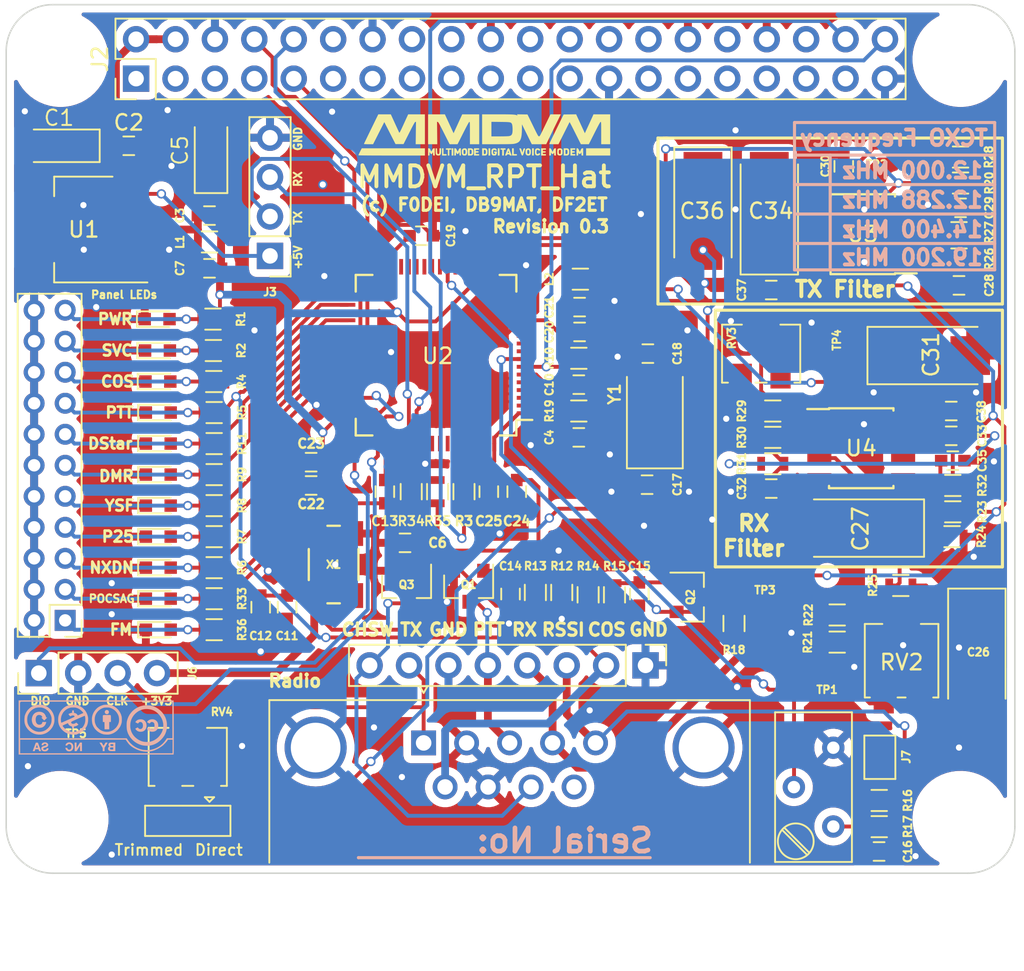
<source format=kicad_pcb>
(kicad_pcb (version 20200119) (host pcbnew "5.99.0-unknown-632494c~88~ubuntu19.10.1")
  (title_block (title "MMDVM_RPT_Hat") (date "2020-05-11") (rev "0.3") (company "DB9MAT, DF2ET") (comment 4 "MMDVM_RPT_Hat with integrated STM32F7"))
  (layers (0 "F.Cu" signal) (31 "B.Cu" signal) (34 "B.Paste" user) (35 "F.Paste" user) (36 "B.SilkS" user) (37 "F.SilkS" user) (38 "B.Mask" user) (39 "F.Mask" user) (44 "Edge.Cuts" user))
  (net 0 "")
  (net 1 "Net-(J2-Pad38)")
  (net 2 "GND")
  (net 3 "+5V")
  (net 4 "Net-(C3-Pad1)")
  (net 5 "+3V3")
  (net 6 "NRST")
  (net 7 "CLOCK")
  (net 8 "Net-(C13-Pad2)")
  (net 9 "Net-(C14-Pad1)")
  (net 10 "Net-(C15-Pad1)")
  (net 11 "Net-(C16-Pad2)")
  (net 12 "Net-(C17-Pad1)")
  (net 13 "Net-(C18-Pad1)")
  (net 14 "Net-(C19-Pad1)")
  (net 15 "Net-(C20-Pad1)")
  (net 16 "Net-(C26-Pad1)")
  (net 17 "Net-(C26-Pad2)")
  (net 18 "Net-(C27-Pad1)")
  (net 19 "Net-(C28-Pad1)")
  (net 20 "Net-(C29-Pad1)")
  (net 21 "Net-(C29-Pad2)")
  (net 22 "Net-(C30-Pad1)")
  (net 23 "Net-(C31-Pad1)")
  (net 24 "Net-(C32-Pad1)")
  (net 25 "ADC_RX")
  (net 26 "Net-(C33-Pad1)")
  (net 27 "Net-(C34-Pad2)")
  (net 28 "Net-(C35-Pad1)")
  (net 29 "Net-(C36-Pad2)")
  (net 30 "Net-(D1-Pad2)")
  (net 31 "Net-(D2-Pad2)")
  (net 32 "Net-(D3-Pad2)")
  (net 33 "Net-(D4-Pad2)")
  (net 34 "Net-(D5-Pad2)")
  (net 35 "Net-(D6-Pad2)")
  (net 36 "Net-(D7-Pad2)")
  (net 37 "Net-(D8-Pad2)")
  (net 38 "Net-(D9-Pad2)")
  (net 39 "RADIO_COS")
  (net 40 "R_RSSI")
  (net 41 "RADIO_RX")
  (net 42 "RADIO_PTT")
  (net 43 "RADIO_TX")
  (net 44 "TX")
  (net 45 "RX")
  (net 46 "TX_NEXTION")
  (net 47 "RX_NEXTION")
  (net 48 "P25_LED")
  (net 49 "YSF_LED")
  (net 50 "DMR_LED")
  (net 51 "DSTAR_LED")
  (net 52 "NXDN_LED")
  (net 53 "SVC_LED")
  (net 54 "PTT")
  (net 55 "COS_LED")
  (net 56 "SWCLK")
  (net 57 "SWDIO")
  (net 58 "Net-(J7-Pad1)")
  (net 59 "Net-(J8-Pad3)")
  (net 60 "COS")
  (net 61 "BOOT0")
  (net 62 "DAC_TX")
  (net 63 "Net-(R21-Pad1)")
  (net 64 "Net-(R26-Pad2)")
  (net 65 "Net-(R29-Pad1)")
  (net 66 "Net-(R29-Pad2)")
  (net 67 "RSSI")
  (net 68 "Net-(RV3-Pad2)")
  (net 69 "Net-(D10-Pad2)")
  (net 70 "POCSAG_LED")
  (net 71 "Net-(C6-Pad1)")
  (net 72 "RADIO_CH_SW")
  (net 73 "MPOCSAG")
  (net 74 "Net-(X1-Pad1)")
  (net 75 "FM_LED")
  (net 76 "Net-(D11-Pad2)")
  (net 77 "Net-(J2-Pad37)")
  (net 78 "Net-(J2-Pad36)")
  (net 79 "Net-(J2-Pad35)")
  (net 80 "Net-(J2-Pad33)")
  (net 81 "Net-(J2-Pad32)")
  (net 82 "Net-(J2-Pad31)")
  (net 83 "Net-(J2-Pad29)")
  (net 84 "Net-(J2-Pad28)")
  (net 85 "Net-(J2-Pad27)")
  (net 86 "Net-(J2-Pad26)")
  (net 87 "Net-(J2-Pad24)")
  (net 88 "Net-(J2-Pad23)")
  (net 89 "Net-(J2-Pad22)")
  (net 90 "Net-(J2-Pad21)")
  (net 91 "Net-(J2-Pad19)")
  (net 92 "Net-(J2-Pad18)")
  (net 93 "Net-(J2-Pad17)")
  (net 94 "Net-(J2-Pad16)")
  (net 95 "Net-(J2-Pad15)")
  (net 96 "Net-(J2-Pad13)")
  (net 97 "Net-(J2-Pad12)")
  (net 98 "Net-(J2-Pad11)")
  (net 99 "Net-(J2-Pad7)")
  (net 100 "Net-(J2-Pad5)")
  (net 101 "Net-(J2-Pad3)")
  (net 102 "Net-(J2-Pad1)")
  (net 103 "Net-(U2-Pad62)")
  (net 104 "Net-(U2-Pad61)")
  (net 105 "Net-(U2-Pad59)")
  (net 106 "Net-(U2-Pad58)")
  (net 107 "Net-(U2-Pad57)")
  (net 108 "Net-(U2-Pad56)")
  (net 109 "Net-(U2-Pad55)")
  (net 110 "Net-(U2-Pad51)")
  (net 111 "Net-(U2-Pad45)")
  (net 112 "Net-(U2-Pad29)")
  (net 113 "Net-(U2-Pad28)")
  (net 114 "Net-(U2-Pad27)")
  (net 115 "Net-(U2-Pad26)")
  (net 116 "Net-(U2-Pad25)")
  (net 117 "Net-(U2-Pad24)")
  (net 118 "Net-(U2-Pad22)")
  (net 119 "Net-(U2-Pad21)")
  (net 120 "Net-(U2-Pad17)")
  (net 121 "Net-(U2-Pad16)")
  (net 122 "Net-(U2-Pad15)")
  (net 123 "Net-(U2-Pad11)")
  (net 124 "Net-(U2-Pad10)")
  (net 125 "Net-(U2-Pad9)")
  (net 126 "Net-(U2-Pad4)")
  (net 127 "Net-(U2-Pad3)")
  (net 128 "Net-(U2-Pad2)")
  (net 129 "Net-(J1-Pad9)")
  (module "Connector_PinHeader_2.00mm:PinHeader_2x11_P2.00mm_Vertical" (layer "F.Cu") (at 23.2 109 180)
    (fp_text reference "J4" hide)
    (fp_text value "Panel LEDs")
    (pad "22" thru_hole oval (at 2 20 180) (size 1.35 1.35) (drill 0.8) (layers *.Cu *.Mask) (net 2 "GND"))
    (pad "21" thru_hole oval (at 0 20 180) (size 1.35 1.35) (drill 0.8) (layers *.Cu *.Mask) (net 30 "Net-(D1-Pad2)"))
    (pad "20" thru_hole oval (at 2 18 180) (size 1.35 1.35) (drill 0.8) (layers *.Cu *.Mask) (net 2 "GND"))
    (pad "19" thru_hole oval (at 0 18 180) (size 1.35 1.35) (drill 0.8) (layers *.Cu *.Mask) (net 31 "Net-(D2-Pad2)"))
    (pad "18" thru_hole oval (at 2 16 180) (size 1.35 1.35) (drill 0.8) (layers *.Cu *.Mask) (net 2 "GND"))
    (pad "17" thru_hole oval (at 0 16 180) (size 1.35 1.35) (drill 0.8) (layers *.Cu *.Mask) (net 32 "Net-(D3-Pad2)"))
    (pad "16" thru_hole oval (at 2 14 180) (size 1.35 1.35) (drill 0.8) (layers *.Cu *.Mask) (net 2 "GND"))
    (pad "15" thru_hole oval (at 0 14 180) (size 1.35 1.35) (drill 0.8) (layers *.Cu *.Mask) (net 33 "Net-(D4-Pad2)"))
    (pad "14" thru_hole oval (at 2 12 180) (size 1.35 1.35) (drill 0.8) (layers *.Cu *.Mask) (net 2 "GND"))
    (pad "13" thru_hole oval (at 0 12 180) (size 1.35 1.35) (drill 0.8) (layers *.Cu *.Mask) (net 38 "Net-(D9-Pad2)"))
    (pad "12" thru_hole oval (at 2 10 180) (size 1.35 1.35) (drill 0.8) (layers *.Cu *.Mask) (net 2 "GND"))
    (pad "11" thru_hole oval (at 0 10 180) (size 1.35 1.35) (drill 0.8) (layers *.Cu *.Mask) (net 37 "Net-(D8-Pad2)"))
    (pad "10" thru_hole oval (at 2 8 180) (size 1.35 1.35) (drill 0.8) (layers *.Cu *.Mask) (net 2 "GND"))
    (pad "9" thru_hole oval (at 0 8 180) (size 1.35 1.35) (drill 0.8) (layers *.Cu *.Mask) (net 36 "Net-(D7-Pad2)"))
    (pad "8" thru_hole oval (at 2 6 180) (size 1.35 1.35) (drill 0.8) (layers *.Cu *.Mask) (net 2 "GND"))
    (pad "7" thru_hole oval (at 0 6 180) (size 1.35 1.35) (drill 0.8) (layers *.Cu *.Mask) (net 35 "Net-(D6-Pad2)"))
    (pad "6" thru_hole oval (at 2 4 180) (size 1.35 1.35) (drill 0.8) (layers *.Cu *.Mask) (net 2 "GND"))
    (pad "5" thru_hole oval (at 0 4 180) (size 1.35 1.35) (drill 0.8) (layers *.Cu *.Mask) (net 34 "Net-(D5-Pad2)"))
    (pad "4" thru_hole oval (at 2 2 180) (size 1.35 1.35) (drill 0.8) (layers *.Cu *.Mask) (net 2 "GND"))
    (pad "3" thru_hole oval (at 0 2 180) (size 1.35 1.35) (drill 0.8) (layers *.Cu *.Mask) (net 69 "Net-(D10-Pad2)"))
    (pad "2" thru_hole oval (at 2 0 180) (size 1.35 1.35) (drill 0.8) (layers *.Cu *.Mask) (net 2 "GND"))
    (pad "1" thru_hole rect (at 0 0 180) (size 1.35 1.35) (drill 0.8) (layers *.Cu *.Mask) (net 76 "Net-(D11-Pad2)"))
  )
  (module "LEDs:LED_0603" (layer "F.Cu") (at 29.2 109.6)
    (fp_text reference "D11" hide)
    (fp_text value "FM")
    (pad "2" smd rect (at 0.8 0 180) (size 0.8 0.8) (layers "F.Cu" "F.Paste" "F.Mask") (net 76 "Net-(D11-Pad2)"))
    (pad "1" smd rect (at -0.8 0 180) (size 0.8 0.8) (layers "F.Cu" "F.Paste" "F.Mask") (net 2 "GND"))
  )
  (module "Resistors_SMD:R_0603" (layer "F.Cu") (at 32.8 109.6 180)
    (fp_text reference "R36" (at -1.8 0 90) (layer "F.SilkS") (effects (font (size 0.5 0.5) (thickness 0.125))))
    (fp_text value "1k5")
    (pad "1" smd rect (at -0.75 0 180) (size 0.5 0.9) (layers "F.Cu" "F.Paste" "F.Mask") (net 75 "FM_LED"))
    (pad "2" smd rect (at 0.75 0 180) (size 0.5 0.9) (layers "F.Cu" "F.Paste" "F.Mask") (net 76 "Net-(D11-Pad2)"))
  )
  (module "jumper:SolderJumper-3_P2.0mm_Open_TrianglePad1.0x1.5mm" (layer "F.Cu") (at 31.1 121.9 180)
    (fp_text reference "J8" hide)
    (fp_text value "GS3")
    (pad "3" smd custom (at 2 0) (size 0.3 0.3) (layers "F.Cu" "F.Mask") (net 59 "Net-(J8-Pad3)") (options (clearance outline) (anchor rect)) (primitives (gr_poly (pts (xy -0.5 -0.75) (xy 0.5 -0.75) (xy 1 0) (xy 0.5 0.75) (xy -0.5 0.75)) (width 0))))
    (pad "2" smd custom (at 0 0 180) (size 0.3 0.3) (layers "F.Cu") (net 29 "Net-(C36-Pad2)") (options (clearance outline) (anchor rect)) (primitives (gr_poly (pts (xy -1.2 -0.75) (xy 1.2 -0.75) (xy 0.7 0) (xy 1.2 0.75) (xy -1.2 0.75) (xy -0.7 0)) (width 0))))
    (pad "1" smd custom (at -2 0 180) (size 0.3 0.3) (layers "F.Cu" "F.Mask") (net 43 "RADIO_TX") (options (clearance outline) (anchor rect)) (primitives (gr_poly (pts (xy -0.5 -0.75) (xy 0.5 -0.75) (xy 1 0) (xy 0.5 0.75) (xy -0.5 0.75)) (width 0))))
  )
  (module "jumper:SolderJumper-2_P1.3mm_Open_TrianglePad1.0x1.5mm" (layer "F.Cu") (at 75.7 117.825 90)
    (fp_text reference "J7" (at 0.025 1.7 90) (layer "F.SilkS") (effects (font (size 0.5 0.5) (thickness 0.125))))
    (fp_text value "GS2")
    (pad "1" smd custom (at -0.725 0 90) (size 0.3 0.3) (layers "F.Cu" "F.Mask") (net 58 "Net-(J7-Pad1)") (options (clearance outline) (anchor rect)) (primitives (gr_poly (pts (xy -0.5 -0.75) (xy 0.5 -0.75) (xy 1 0) (xy 0.5 0.75) (xy -0.5 0.75)) (width 0))))
    (pad "2" smd custom (at 0.725 0 90) (size 0.3 0.3) (layers "F.Cu" "F.Mask") (net 40 "R_RSSI") (options (clearance outline) (anchor rect)) (primitives (gr_poly (pts (xy -0.65 -0.75) (xy 0.5 -0.75) (xy 0.5 0.75) (xy -0.65 0.75) (xy -0.15 0)) (width 0))))
  )
  (module "MMDVM_logo:MMDVM_logo" (layer "F.Cu") (at 50.2 77.7)
    (fp_text reference "G***" hide)
    (fp_text value "LOGO" hide)
  )
  (module "w_logo:Logo_silk_CC-BY-NC-SA_10x3.6mm" (layer "B.Cu") (at 25.2 115.9 180)
    (fp_text reference "G***" hide)
    (fp_text value "LOGO" hide)
  )
  (module "Capacitors_Tantalum_SMD:CP_Tantalum_Case-C_EIA-6032-28_Reflow" (layer "F.Cu") (at 68.575 82.6 90)
    (fp_text reference "C34" (at 0 0.1 180) (layer "F.SilkS"))
    (fp_text value "47u")
    (pad "1" smd rect (at -2.525 0 90) (size 2.55 2.5) (layers "F.Cu" "F.Paste" "F.Mask") (net 21 "Net-(C29-Pad2)"))
    (pad "2" smd rect (at 2.525 0 90) (size 2.55 2.5) (layers "F.Cu" "F.Paste" "F.Mask") (net 27 "Net-(C34-Pad2)"))
  )
  (module "Capacitors_Tantalum_SMD:CP_Tantalum_Case-C_EIA-6032-28_Reflow" (layer "F.Cu") (at 64.3 82.6 -90)
    (fp_text reference "C36" (at 0 0.05 180) (layer "F.SilkS"))
    (fp_text value "47u")
    (pad "1" smd rect (at -2.525 0 270) (size 2.55 2.5) (layers "F.Cu" "F.Paste" "F.Mask") (net 27 "Net-(C34-Pad2)"))
    (pad "2" smd rect (at 2.525 0 270) (size 2.55 2.5) (layers "F.Cu" "F.Paste" "F.Mask") (net 29 "Net-(C36-Pad2)"))
  )
  (module "Capacitors_Tantalum_SMD:CP_Tantalum_Case-C_EIA-6032-28_Reflow" (layer "F.Cu") (at 79 91.925)
    (fp_text reference "C31" (at 0 -0.05 270) (layer "F.SilkS"))
    (fp_text value "47u")
    (pad "1" smd rect (at -2.525 0) (size 2.55 2.5) (layers "F.Cu" "F.Paste" "F.Mask") (net 23 "Net-(C31-Pad1)"))
    (pad "2" smd rect (at 2.525 0) (size 2.55 2.5) (layers "F.Cu" "F.Paste" "F.Mask") (net 2 "GND"))
  )
  (module "Capacitors_Tantalum_SMD:CP_Tantalum_Case-C_EIA-6032-28_Reflow" (layer "F.Cu") (at 74.45 103.05 180)
    (fp_text reference "C27" (at 0 -0.05 270) (layer "F.SilkS"))
    (fp_text value "47u")
    (pad "1" smd rect (at -2.525 0 180) (size 2.55 2.5) (layers "F.Cu" "F.Paste" "F.Mask") (net 18 "Net-(C27-Pad1)"))
    (pad "2" smd rect (at 2.525 0 180) (size 2.55 2.5) (layers "F.Cu" "F.Paste" "F.Mask") (net 2 "GND"))
  )
  (module "Capacitors_Tantalum_SMD:CP_Tantalum_Case-C_EIA-6032-28_Reflow" (layer "F.Cu") (at 81.95 111.05 -90)
    (fp_text reference "C26" (at 0 -0.1) (layer "F.SilkS") (effects (font (size 0.5 0.5) (thickness 0.125))))
    (fp_text value "47u")
    (pad "1" smd rect (at -2.525 0 270) (size 2.55 2.5) (layers "F.Cu" "F.Paste" "F.Mask") (net 16 "Net-(C26-Pad1)"))
    (pad "2" smd rect (at 2.525 0 270) (size 2.55 2.5) (layers "F.Cu" "F.Paste" "F.Mask") (net 17 "Net-(C26-Pad2)"))
  )
  (module "Housings_QFP:LQFP-64_10x10mm_Pitch0.5mm" (layer "F.Cu") (at 47.1 91.9 180)
    (fp_text reference "U2" (at -0.1 -0.05 180) (layer "F.SilkS"))
    (fp_text value "STM32F722RETx")
    (pad "64" smd rect (at -3.75 -5.7 270) (size 1 0.25) (layers "F.Cu" "F.Paste" "F.Mask") (net 5 "+3V3"))
    (pad "63" smd rect (at -3.25 -5.7 270) (size 1 0.25) (layers "F.Cu" "F.Paste" "F.Mask") (net 2 "GND"))
    (pad "62" smd rect (at -2.75 -5.7 270) (size 1 0.25) (layers "F.Cu" "F.Paste" "F.Mask") (net 103 "Net-(U2-Pad62)"))
    (pad "61" smd rect (at -2.25 -5.7 270) (size 1 0.25) (layers "F.Cu" "F.Paste" "F.Mask") (net 104 "Net-(U2-Pad61)"))
    (pad "60" smd rect (at -1.75 -5.7 270) (size 1 0.25) (layers "F.Cu" "F.Paste" "F.Mask") (net 61 "BOOT0"))
    (pad "59" smd rect (at -1.25 -5.7 270) (size 1 0.25) (layers "F.Cu" "F.Paste" "F.Mask") (net 105 "Net-(U2-Pad59)"))
    (pad "58" smd rect (at -0.75 -5.7 270) (size 1 0.25) (layers "F.Cu" "F.Paste" "F.Mask") (net 106 "Net-(U2-Pad58)"))
    (pad "57" smd rect (at -0.25 -5.7 270) (size 1 0.25) (layers "F.Cu" "F.Paste" "F.Mask") (net 107 "Net-(U2-Pad57)"))
    (pad "56" smd rect (at 0.25 -5.7 270) (size 1 0.25) (layers "F.Cu" "F.Paste" "F.Mask") (net 108 "Net-(U2-Pad56)"))
    (pad "55" smd rect (at 0.75 -5.7 270) (size 1 0.25) (layers "F.Cu" "F.Paste" "F.Mask") (net 109 "Net-(U2-Pad55)"))
    (pad "54" smd rect (at 1.25 -5.7 270) (size 1 0.25) (layers "F.Cu" "F.Paste" "F.Mask") (net 46 "TX_NEXTION"))
    (pad "53" smd rect (at 1.75 -5.7 270) (size 1 0.25) (layers "F.Cu" "F.Paste" "F.Mask") (net 47 "RX_NEXTION"))
    (pad "52" smd rect (at 2.25 -5.7 270) (size 1 0.25) (layers "F.Cu" "F.Paste" "F.Mask") (net 73 "MPOCSAG"))
    (pad "51" smd rect (at 2.75 -5.7 270) (size 1 0.25) (layers "F.Cu" "F.Paste" "F.Mask") (net 110 "Net-(U2-Pad51)"))
    (pad "50" smd rect (at 3.25 -5.7 270) (size 1 0.25) (layers "F.Cu" "F.Paste" "F.Mask") (net 7 "CLOCK"))
    (pad "49" smd rect (at 3.75 -5.7 270) (size 1 0.25) (layers "F.Cu" "F.Paste" "F.Mask") (net 56 "SWCLK"))
    (pad "48" smd rect (at 5.7 -3.75 180) (size 1 0.25) (layers "F.Cu" "F.Paste" "F.Mask") (net 5 "+3V3"))
    (pad "47" smd rect (at 5.7 -3.25 180) (size 1 0.25) (layers "F.Cu" "F.Paste" "F.Mask") (net 2 "GND"))
    (pad "46" smd rect (at 5.7 -2.75 180) (size 1 0.25) (layers "F.Cu" "F.Paste" "F.Mask") (net 57 "SWDIO"))
    (pad "45" smd rect (at 5.7 -2.25 180) (size 1 0.25) (layers "F.Cu" "F.Paste" "F.Mask") (net 111 "Net-(U2-Pad45)"))
    (pad "44" smd rect (at 5.7 -1.75 180) (size 1 0.25) (layers "F.Cu" "F.Paste" "F.Mask") (net 75 "FM_LED"))
    (pad "43" smd rect (at 5.7 -1.25 180) (size 1 0.25) (layers "F.Cu" "F.Paste" "F.Mask") (net 45 "RX"))
    (pad "42" smd rect (at 5.7 -0.75 180) (size 1 0.25) (layers "F.Cu" "F.Paste" "F.Mask") (net 44 "TX"))
    (pad "41" smd rect (at 5.7 -0.25 180) (size 1 0.25) (layers "F.Cu" "F.Paste" "F.Mask") (net 70 "POCSAG_LED"))
    (pad "40" smd rect (at 5.7 0.25 180) (size 1 0.25) (layers "F.Cu" "F.Paste" "F.Mask") (net 52 "NXDN_LED"))
    (pad "39" smd rect (at 5.7 0.75 180) (size 1 0.25) (layers "F.Cu" "F.Paste" "F.Mask") (net 48 "P25_LED"))
    (pad "38" smd rect (at 5.7 1.25 180) (size 1 0.25) (layers "F.Cu" "F.Paste" "F.Mask") (net 49 "YSF_LED"))
    (pad "37" smd rect (at 5.7 1.75 180) (size 1 0.25) (layers "F.Cu" "F.Paste" "F.Mask") (net 50 "DMR_LED"))
    (pad "36" smd rect (at 5.7 2.25 180) (size 1 0.25) (layers "F.Cu" "F.Paste" "F.Mask") (net 51 "DSTAR_LED"))
    (pad "35" smd rect (at 5.7 2.75 180) (size 1 0.25) (layers "F.Cu" "F.Paste" "F.Mask") (net 54 "PTT"))
    (pad "34" smd rect (at 5.7 3.25 180) (size 1 0.25) (layers "F.Cu" "F.Paste" "F.Mask") (net 55 "COS_LED"))
    (pad "33" smd rect (at 5.7 3.75 180) (size 1 0.25) (layers "F.Cu" "F.Paste" "F.Mask") (net 53 "SVC_LED"))
    (pad "32" smd rect (at 3.75 5.7 270) (size 1 0.25) (layers "F.Cu" "F.Paste" "F.Mask") (net 5 "+3V3"))
    (pad "31" smd rect (at 3.25 5.7 270) (size 1 0.25) (layers "F.Cu" "F.Paste" "F.Mask") (net 2 "GND"))
    (pad "30" smd rect (at 2.75 5.7 270) (size 1 0.25) (layers "F.Cu" "F.Paste" "F.Mask") (net 14 "Net-(C19-Pad1)"))
    (pad "29" smd rect (at 2.25 5.7 270) (size 1 0.25) (layers "F.Cu" "F.Paste" "F.Mask") (net 112 "Net-(U2-Pad29)"))
    (pad "28" smd rect (at 1.75 5.7 270) (size 1 0.25) (layers "F.Cu" "F.Paste" "F.Mask") (net 113 "Net-(U2-Pad28)"))
    (pad "27" smd rect (at 1.25 5.7 270) (size 1 0.25) (layers "F.Cu" "F.Paste" "F.Mask") (net 114 "Net-(U2-Pad27)"))
    (pad "26" smd rect (at 0.75 5.7 270) (size 1 0.25) (layers "F.Cu" "F.Paste" "F.Mask") (net 115 "Net-(U2-Pad26)"))
    (pad "25" smd rect (at 0.25 5.7 270) (size 1 0.25) (layers "F.Cu" "F.Paste" "F.Mask") (net 116 "Net-(U2-Pad25)"))
    (pad "24" smd rect (at -0.25 5.7 270) (size 1 0.25) (layers "F.Cu" "F.Paste" "F.Mask") (net 117 "Net-(U2-Pad24)"))
    (pad "23" smd rect (at -0.75 5.7 270) (size 1 0.25) (layers "F.Cu" "F.Paste" "F.Mask") (net 67 "RSSI"))
    (pad "22" smd rect (at -1.25 5.7 270) (size 1 0.25) (layers "F.Cu" "F.Paste" "F.Mask") (net 118 "Net-(U2-Pad22)"))
    (pad "21" smd rect (at -1.75 5.7 270) (size 1 0.25) (layers "F.Cu" "F.Paste" "F.Mask") (net 119 "Net-(U2-Pad21)"))
    (pad "20" smd rect (at -2.25 5.7 270) (size 1 0.25) (layers "F.Cu" "F.Paste" "F.Mask") (net 62 "DAC_TX"))
    (pad "19" smd rect (at -2.75 5.7 270) (size 1 0.25) (layers "F.Cu" "F.Paste" "F.Mask") (net 5 "+3V3"))
    (pad "18" smd rect (at -3.25 5.7 270) (size 1 0.25) (layers "F.Cu" "F.Paste" "F.Mask") (net 2 "GND"))
    (pad "17" smd rect (at -3.75 5.7 270) (size 1 0.25) (layers "F.Cu" "F.Paste" "F.Mask") (net 120 "Net-(U2-Pad17)"))
    (pad "16" smd rect (at -5.7 3.75 180) (size 1 0.25) (layers "F.Cu" "F.Paste" "F.Mask") (net 121 "Net-(U2-Pad16)"))
    (pad "15" smd rect (at -5.7 3.25 180) (size 1 0.25) (layers "F.Cu" "F.Paste" "F.Mask") (net 122 "Net-(U2-Pad15)"))
    (pad "14" smd rect (at -5.7 2.75 180) (size 1 0.25) (layers "F.Cu" "F.Paste" "F.Mask") (net 25 "ADC_RX"))
    (pad "13" smd rect (at -5.7 2.25 180) (size 1 0.25) (layers "F.Cu" "F.Paste" "F.Mask") (net 15 "Net-(C20-Pad1)"))
    (pad "12" smd rect (at -5.7 1.75 180) (size 1 0.25) (layers "F.Cu" "F.Paste" "F.Mask") (net 2 "GND"))
    (pad "11" smd rect (at -5.7 1.25 180) (size 1 0.25) (layers "F.Cu" "F.Paste" "F.Mask") (net 123 "Net-(U2-Pad11)"))
    (pad "10" smd rect (at -5.7 0.75 180) (size 1 0.25) (layers "F.Cu" "F.Paste" "F.Mask") (net 124 "Net-(U2-Pad10)"))
    (pad "9" smd rect (at -5.7 0.25 180) (size 1 0.25) (layers "F.Cu" "F.Paste" "F.Mask") (net 125 "Net-(U2-Pad9)"))
    (pad "8" smd rect (at -5.7 -0.25 180) (size 1 0.25) (layers "F.Cu" "F.Paste" "F.Mask") (net 60 "COS"))
    (pad "7" smd rect (at -5.7 -0.75 180) (size 1 0.25) (layers "F.Cu" "F.Paste" "F.Mask") (net 6 "NRST"))
    (pad "6" smd rect (at -5.7 -1.25 180) (size 1 0.25) (layers "F.Cu" "F.Paste" "F.Mask") (net 13 "Net-(C18-Pad1)"))
    (pad "5" smd rect (at -5.7 -1.75 180) (size 1 0.25) (layers "F.Cu" "F.Paste" "F.Mask") (net 12 "Net-(C17-Pad1)"))
    (pad "4" smd rect (at -5.7 -2.25 180) (size 1 0.25) (layers "F.Cu" "F.Paste" "F.Mask") (net 126 "Net-(U2-Pad4)"))
    (pad "3" smd rect (at -5.7 -2.75 180) (size 1 0.25) (layers "F.Cu" "F.Paste" "F.Mask") (net 127 "Net-(U2-Pad3)"))
    (pad "2" smd rect (at -5.7 -3.25 180) (size 1 0.25) (layers "F.Cu" "F.Paste" "F.Mask") (net 128 "Net-(U2-Pad2)"))
    (pad "1" smd rect (at -5.7 -3.75 180) (size 1 0.25) (layers "F.Cu" "F.Paste" "F.Mask") (net 5 "+3V3"))
  )
  (module "RPi_Hat:RPi_Hat_Mounting_Hole" (layer "F.Cu") (at 80.9 72.8)
    (fp_text reference "" hide)
    (fp_text value "" hide)
    (pad "" np_thru_hole circle (at 0 0) (size 2.75 2.75) (drill 2.75) (layers *.Cu *.Mask) (clearance 1.725))
  )
  (module "RPi_Hat:RPi_Hat_Mounting_Hole" (layer "F.Cu") (at 80.9 121.8)
    (fp_text reference "" hide)
    (fp_text value "" hide)
    (pad "" np_thru_hole circle (at 0 0) (size 2.75 2.75) (drill 2.75) (layers *.Cu *.Mask) (clearance 1.725))
  )
  (module "RPi_Hat:RPi_Hat_Mounting_Hole" (layer "F.Cu") (at 22.9 121.8)
    (fp_text reference "" hide)
    (fp_text value "" hide)
    (pad "" np_thru_hole circle (at 0 0) (size 2.75 2.75) (drill 2.75) (layers *.Cu *.Mask) (clearance 1.725))
  )
  (module "RPi_Hat:RPi_Hat_Mounting_Hole" (layer "F.Cu") (at 22.9 72.8)
    (fp_text reference "" hide)
    (fp_text value "" hide)
    (pad "" np_thru_hole circle (at 0 0) (size 2.75 2.75) (drill 2.75) (layers *.Cu *.Mask) (clearance 1.725))
  )
  (module "Capacitors_Tantalum_SMD:CP_Tantalum_Case-A_EIA-3216-18_Reflow" (layer "F.Cu") (at 22.775 78.4 180)
    (fp_text reference "C1" (at -0.025 1.8) (layer "F.SilkS") (effects (font (thickness 0.125))))
    (fp_text value "10u")
    (pad "2" smd rect (at 1.375 0 180) (size 1.95 1.5) (layers "F.Cu" "F.Paste" "F.Mask") (net 2 "GND"))
    (pad "1" smd rect (at -1.375 0 180) (size 1.95 1.5) (layers "F.Cu" "F.Paste" "F.Mask") (net 3 "+5V"))
  )
  (module "Capacitors_SMD:C_0603" (layer "F.Cu") (at 27.3 78.4)
    (fp_text reference "C2" (at 0 -1.5) (layer "F.SilkS"))
    (fp_text value "100n")
    (pad "2" smd rect (at 0.75 0) (size 0.8 0.75) (layers "F.Cu" "F.Paste" "F.Mask") (net 2 "GND"))
    (pad "1" smd rect (at -0.75 0) (size 0.8 0.75) (layers "F.Cu" "F.Paste" "F.Mask") (net 3 "+5V"))
  )
  (module "Capacitors_SMD:C_0603" (layer "F.Cu") (at 32.5 82.9)
    (fp_text reference "C3" (at -1.9 0 90) (layer "F.SilkS") (effects (font (size 0.5 0.5) (thickness 0.125))))
    (fp_text value "100n")
    (pad "1" smd rect (at -0.75 0) (size 0.8 0.75) (layers "F.Cu" "F.Paste" "F.Mask") (net 4 "Net-(C3-Pad1)"))
    (pad "2" smd rect (at 0.75 0) (size 0.8 0.75) (layers "F.Cu" "F.Paste" "F.Mask") (net 2 "GND"))
  )
  (module "Capacitors_SMD:C_0603" (layer "F.Cu") (at 56.3 97.2 180)
    (fp_text reference "C4" (at 1.9 0 270) (layer "F.SilkS") (effects (font (size 0.5 0.5) (thickness 0.125))))
    (fp_text value "100n")
    (pad "1" smd rect (at -0.75 0 180) (size 0.8 0.75) (layers "F.Cu" "F.Paste" "F.Mask") (net 2 "GND"))
    (pad "2" smd rect (at 0.75 0 180) (size 0.8 0.75) (layers "F.Cu" "F.Paste" "F.Mask") (net 5 "+3V3"))
  )
  (module "Capacitors_Tantalum_SMD:CP_Tantalum_Case-A_EIA-3216-18_Reflow" (layer "F.Cu") (at 32.6 78.8 90)
    (fp_text reference "C5" (at 0.1 -2 90) (layer "F.SilkS") (effects (font (thickness 0.125))))
    (fp_text value "10u")
    (pad "1" smd rect (at -1.375 0 90) (size 1.95 1.5) (layers "F.Cu" "F.Paste" "F.Mask") (net 4 "Net-(C3-Pad1)"))
    (pad "2" smd rect (at 1.375 0 90) (size 1.95 1.5) (layers "F.Cu" "F.Paste" "F.Mask") (net 2 "GND"))
  )
  (module "Capacitors_SMD:C_0603" (layer "F.Cu") (at 32.5 86.3 180)
    (fp_text reference "C7" (at 1.9 0 270) (layer "F.SilkS") (effects (font (size 0.5 0.5) (thickness 0.125))))
    (fp_text value "10u")
    (pad "2" smd rect (at 0.75 0 180) (size 0.8 0.75) (layers "F.Cu" "F.Paste" "F.Mask") (net 2 "GND"))
    (pad "1" smd rect (at -0.75 0 180) (size 0.8 0.75) (layers "F.Cu" "F.Paste" "F.Mask") (net 5 "+3V3"))
  )
  (module "Capacitors_SMD:C_0603" (layer "F.Cu") (at 56.3 93.8)
    (fp_text reference "C10" (at -1.9 0 90) (layer "F.SilkS") (effects (font (size 0.5 0.5) (thickness 0.125))))
    (fp_text value "100n")
    (pad "1" smd rect (at -0.75 0) (size 0.8 0.75) (layers "F.Cu" "F.Paste" "F.Mask") (net 6 "NRST"))
    (pad "2" smd rect (at 0.75 0) (size 0.8 0.75) (layers "F.Cu" "F.Paste" "F.Mask") (net 2 "GND"))
  )
  (module "Capacitors_SMD:C_0603" (layer "F.Cu") (at 37.5 108.15 -90)
    (fp_text reference "C11" (at 1.85 0) (layer "F.SilkS") (effects (font (size 0.5 0.5) (thickness 0.125))))
    (fp_text value "4u7")
    (pad "1" smd rect (at -0.75 0 270) (size 0.8 0.75) (layers "F.Cu" "F.Paste" "F.Mask") (net 5 "+3V3"))
    (pad "2" smd rect (at 0.75 0 270) (size 0.8 0.75) (layers "F.Cu" "F.Paste" "F.Mask") (net 2 "GND"))
  )
  (module "Capacitors_SMD:C_0603" (layer "F.Cu") (at 35.8 108.15 -90)
    (fp_text reference "C12" (at 1.85 0) (layer "F.SilkS") (effects (font (size 0.5 0.5) (thickness 0.125))))
    (fp_text value "100n")
    (pad "2" smd rect (at 0.75 0 270) (size 0.8 0.75) (layers "F.Cu" "F.Paste" "F.Mask") (net 2 "GND"))
    (pad "1" smd rect (at -0.75 0 270) (size 0.8 0.75) (layers "F.Cu" "F.Paste" "F.Mask") (net 5 "+3V3"))
  )
  (module "Capacitors_SMD:C_0603" (layer "F.Cu") (at 43.8 100.7 -90)
    (fp_text reference "C13" (at 1.9 0) (layer "F.SilkS") (effects (font (size 0.6 0.6) (thickness 0.125))))
    (fp_text value "100n")
    (pad "1" smd rect (at -0.75 0 270) (size 0.8 0.75) (layers "F.Cu" "F.Paste" "F.Mask") (net 7 "CLOCK"))
    (pad "2" smd rect (at 0.75 0 270) (size 0.8 0.75) (layers "F.Cu" "F.Paste" "F.Mask") (net 8 "Net-(C13-Pad2)"))
  )
  (module "Capacitors_SMD:C_0603" (layer "F.Cu") (at 51.9 107.3 -90)
    (fp_text reference "C14" (at -1.8 0) (layer "F.SilkS") (effects (font (size 0.5 0.5) (thickness 0.125))))
    (fp_text value "470p")
    (pad "2" smd rect (at 0.75 0 270) (size 0.8 0.75) (layers "F.Cu" "F.Paste" "F.Mask") (net 2 "GND"))
    (pad "1" smd rect (at -0.75 0 270) (size 0.8 0.75) (layers "F.Cu" "F.Paste" "F.Mask") (net 9 "Net-(C14-Pad1)"))
  )
  (module "Capacitors_SMD:C_0603" (layer "F.Cu") (at 60.2 107.3 -90)
    (fp_text reference "C15" (at -1.8 0) (layer "F.SilkS") (effects (font (size 0.5 0.5) (thickness 0.125))))
    (fp_text value "470p")
    (pad "1" smd rect (at -0.75 0 270) (size 0.8 0.75) (layers "F.Cu" "F.Paste" "F.Mask") (net 10 "Net-(C15-Pad1)"))
    (pad "2" smd rect (at 0.75 0 270) (size 0.8 0.75) (layers "F.Cu" "F.Paste" "F.Mask") (net 2 "GND"))
  )
  (module "Capacitors_SMD:C_0603" (layer "F.Cu") (at 75.65 123.9 180)
    (fp_text reference "C16" (at -1.85 0 270) (layer "F.SilkS") (effects (font (size 0.5 0.5) (thickness 0.125))))
    (fp_text value "100n")
    (pad "2" smd rect (at 0.75 0 180) (size 0.8 0.75) (layers "F.Cu" "F.Paste" "F.Mask") (net 11 "Net-(C16-Pad2)"))
    (pad "1" smd rect (at -0.75 0 180) (size 0.8 0.75) (layers "F.Cu" "F.Paste" "F.Mask") (net 2 "GND"))
  )
  (module "Capacitors_SMD:C_0603" (layer "F.Cu") (at 60.7 100.25)
    (fp_text reference "C17" (at 1.95 0 90) (layer "F.SilkS") (effects (font (size 0.5 0.5) (thickness 0.125))))
    (fp_text value "20p")
    (pad "1" smd rect (at -0.75 0) (size 0.8 0.75) (layers "F.Cu" "F.Paste" "F.Mask") (net 12 "Net-(C17-Pad1)"))
    (pad "2" smd rect (at 0.75 0) (size 0.8 0.75) (layers "F.Cu" "F.Paste" "F.Mask") (net 2 "GND"))
  )
  (module "Capacitors_SMD:C_0603" (layer "F.Cu") (at 60.75 91.8)
    (fp_text reference "C18" (at 1.9 0 90) (layer "F.SilkS") (effects (font (size 0.5 0.5) (thickness 0.125))))
    (fp_text value "20p")
    (pad "2" smd rect (at 0.75 0) (size 0.8 0.75) (layers "F.Cu" "F.Paste" "F.Mask") (net 2 "GND"))
    (pad "1" smd rect (at -0.75 0) (size 0.8 0.75) (layers "F.Cu" "F.Paste" "F.Mask") (net 13 "Net-(C18-Pad1)"))
  )
  (module "Capacitors_SMD:C_0603" (layer "F.Cu") (at 46.15 84.2)
    (fp_text reference "C19" (at 1.9 0 -270) (layer "F.SilkS") (effects (font (size 0.5 0.5) (thickness 0.125))))
    (fp_text value "4u7")
    (pad "1" smd rect (at -0.75 0) (size 0.8 0.75) (layers "F.Cu" "F.Paste" "F.Mask") (net 14 "Net-(C19-Pad1)"))
    (pad "2" smd rect (at 0.75 0) (size 0.8 0.75) (layers "F.Cu" "F.Paste" "F.Mask") (net 2 "GND"))
  )
  (module "Capacitors_SMD:C_0603" (layer "F.Cu") (at 56.35 90.4)
    (fp_text reference "C20" (at -1.95 0 90) (layer "F.SilkS") (effects (font (size 0.5 0.5) (thickness 0.125))))
    (fp_text value "4u7")
    (pad "1" smd rect (at -0.75 0) (size 0.8 0.75) (layers "F.Cu" "F.Paste" "F.Mask") (net 15 "Net-(C20-Pad1)"))
    (pad "2" smd rect (at 0.75 0) (size 0.8 0.75) (layers "F.Cu" "F.Paste" "F.Mask") (net 2 "GND"))
  )
  (module "Capacitors_SMD:C_0603" (layer "F.Cu") (at 56.35 88.8)
    (fp_text reference "C21" (at -1.95 0 90) (layer "F.SilkS") (effects (font (size 0.5 0.5) (thickness 0.125))))
    (fp_text value "100n")
    (pad "2" smd rect (at 0.75 0) (size 0.8 0.75) (layers "F.Cu" "F.Paste" "F.Mask") (net 2 "GND"))
    (pad "1" smd rect (at -0.75 0) (size 0.8 0.75) (layers "F.Cu" "F.Paste" "F.Mask") (net 15 "Net-(C20-Pad1)"))
  )
  (module "Capacitors_SMD:C_0603" (layer "F.Cu") (at 39.05 100.3)
    (fp_text reference "C22" (at 0 1.2) (layer "F.SilkS") (effects (font (size 0.6 0.6))))
    (fp_text value "100n")
    (pad "1" smd rect (at -0.75 0) (size 0.8 0.75) (layers "F.Cu" "F.Paste" "F.Mask") (net 2 "GND"))
    (pad "2" smd rect (at 0.75 0) (size 0.8 0.75) (layers "F.Cu" "F.Paste" "F.Mask") (net 5 "+3V3"))
  )
  (module "Capacitors_SMD:C_0603" (layer "F.Cu") (at 39.05 98.8)
    (fp_text reference "C23" (at 0 -1.2) (layer "F.SilkS") (effects (font (size 0.6 0.6))))
    (fp_text value "4u7")
    (pad "2" smd rect (at 0.75 0) (size 0.8 0.75) (layers "F.Cu" "F.Paste" "F.Mask") (net 5 "+3V3"))
    (pad "1" smd rect (at -0.75 0) (size 0.8 0.75) (layers "F.Cu" "F.Paste" "F.Mask") (net 2 "GND"))
  )
  (module "Capacitors_SMD:C_0603" (layer "F.Cu") (at 52.3 100.7 90)
    (fp_text reference "C24" (at -1.9 0 180) (layer "F.SilkS") (effects (font (size 0.6 0.6))))
    (fp_text value "100n")
    (pad "1" smd rect (at -0.75 0 90) (size 0.8 0.75) (layers "F.Cu" "F.Paste" "F.Mask") (net 2 "GND"))
    (pad "2" smd rect (at 0.75 0 90) (size 0.8 0.75) (layers "F.Cu" "F.Paste" "F.Mask") (net 5 "+3V3"))
  )
  (module "Capacitors_SMD:C_0603" (layer "F.Cu") (at 50.5 100.7 90)
    (fp_text reference "C25" (at -1.9 0 180) (layer "F.SilkS") (effects (font (size 0.6 0.6))))
    (fp_text value "4u7")
    (pad "2" smd rect (at 0.75 0 90) (size 0.8 0.75) (layers "F.Cu" "F.Paste" "F.Mask") (net 5 "+3V3"))
    (pad "1" smd rect (at -0.75 0 90) (size 0.8 0.75) (layers "F.Cu" "F.Paste" "F.Mask") (net 2 "GND"))
  )
  (module "LEDs:LED_0603" (layer "F.Cu") (at 29.125 89.575)
    (fp_text reference "D1" hide)
    (fp_text value "PWR")
    (pad "1" smd rect (at -0.8 0 180) (size 0.8 0.8) (layers "F.Cu" "F.Paste" "F.Mask") (net 2 "GND"))
    (pad "2" smd rect (at 0.8 0 180) (size 0.8 0.8) (layers "F.Cu" "F.Paste" "F.Mask") (net 30 "Net-(D1-Pad2)"))
  )
  (module "LEDs:LED_0603" (layer "F.Cu") (at 29.15 91.6)
    (fp_text reference "D2" hide)
    (fp_text value "SVC")
    (pad "2" smd rect (at 0.8 0 180) (size 0.8 0.8) (layers "F.Cu" "F.Paste" "F.Mask") (net 31 "Net-(D2-Pad2)"))
    (pad "1" smd rect (at -0.8 0 180) (size 0.8 0.8) (layers "F.Cu" "F.Paste" "F.Mask") (net 2 "GND"))
  )
  (module "LEDs:LED_0603" (layer "F.Cu") (at 29.175 93.6)
    (fp_text reference "D3" hide)
    (fp_text value "COS")
    (pad "1" smd rect (at -0.8 0 180) (size 0.8 0.8) (layers "F.Cu" "F.Paste" "F.Mask") (net 2 "GND"))
    (pad "2" smd rect (at 0.8 0 180) (size 0.8 0.8) (layers "F.Cu" "F.Paste" "F.Mask") (net 32 "Net-(D3-Pad2)"))
  )
  (module "LEDs:LED_0603" (layer "F.Cu") (at 29.2 95.6)
    (fp_text reference "D4" hide)
    (fp_text value "PTT")
    (pad "2" smd rect (at 0.8 0 180) (size 0.8 0.8) (layers "F.Cu" "F.Paste" "F.Mask") (net 33 "Net-(D4-Pad2)"))
    (pad "1" smd rect (at -0.8 0 180) (size 0.8 0.8) (layers "F.Cu" "F.Paste" "F.Mask") (net 2 "GND"))
  )
  (module "LEDs:LED_0603" (layer "F.Cu") (at 29.2 105.6)
    (fp_text reference "D5" hide)
    (fp_text value "NXDN")
    (pad "1" smd rect (at -0.8 0 180) (size 0.8 0.8) (layers "F.Cu" "F.Paste" "F.Mask") (net 2 "GND"))
    (pad "2" smd rect (at 0.8 0 180) (size 0.8 0.8) (layers "F.Cu" "F.Paste" "F.Mask") (net 34 "Net-(D5-Pad2)"))
  )
  (module "LEDs:LED_0603" (layer "F.Cu") (at 29.2 103.6)
    (fp_text reference "D6" hide)
    (fp_text value "P25")
    (pad "1" smd rect (at -0.8 0 180) (size 0.8 0.8) (layers "F.Cu" "F.Paste" "F.Mask") (net 2 "GND"))
    (pad "2" smd rect (at 0.8 0 180) (size 0.8 0.8) (layers "F.Cu" "F.Paste" "F.Mask") (net 35 "Net-(D6-Pad2)"))
  )
  (module "LEDs:LED_0603" (layer "F.Cu") (at 29.2 101.6)
    (fp_text reference "D7" hide)
    (fp_text value "YSF")
    (pad "2" smd rect (at 0.8 0 180) (size 0.8 0.8) (layers "F.Cu" "F.Paste" "F.Mask") (net 36 "Net-(D7-Pad2)"))
    (pad "1" smd rect (at -0.8 0 180) (size 0.8 0.8) (layers "F.Cu" "F.Paste" "F.Mask") (net 2 "GND"))
  )
  (module "LEDs:LED_0603" (layer "F.Cu") (at 29.2 99.6)
    (fp_text reference "D8" hide)
    (fp_text value "DMR")
    (pad "1" smd rect (at -0.8 0 180) (size 0.8 0.8) (layers "F.Cu" "F.Paste" "F.Mask") (net 2 "GND"))
    (pad "2" smd rect (at 0.8 0 180) (size 0.8 0.8) (layers "F.Cu" "F.Paste" "F.Mask") (net 37 "Net-(D8-Pad2)"))
  )
  (module "LEDs:LED_0603" (layer "F.Cu") (at 29.2 97.6)
    (fp_text reference "D9" hide)
    (fp_text value "DSTAR")
    (pad "2" smd rect (at 0.8 0 180) (size 0.8 0.8) (layers "F.Cu" "F.Paste" "F.Mask") (net 38 "Net-(D9-Pad2)"))
    (pad "1" smd rect (at -0.8 0 180) (size 0.8 0.8) (layers "F.Cu" "F.Paste" "F.Mask") (net 2 "GND"))
  )
  (module "Connectors_DSub:DSUB-9_Male_Horizontal_Pitch2.77x2.84mm_EdgePinOffset4.94mm_Housed_MountingHolesOffset7.48mm" (layer "F.Cu") (at 46.3 116.9)
    (fp_text reference "J1" hide)
    (fp_text value "Radio")
    (pad "0" thru_hole circle (at 18.04 0.3) (size 4 4) (drill 3.2) (layers *.Cu *.Mask) (net 2 "GND"))
    (pad "0" thru_hole circle (at -6.96 0.3) (size 4 4) (drill 3.2) (layers *.Cu *.Mask) (net 2 "GND"))
    (pad "9" thru_hole circle (at 9.695 2.84) (size 1.6 1.6) (drill 1) (layers *.Cu *.Mask) (net 129 "Net-(J1-Pad9)"))
    (pad "8" thru_hole circle (at 6.925 2.84) (size 1.6 1.6) (drill 1) (layers *.Cu *.Mask) (net 72 "RADIO_CH_SW"))
    (pad "7" thru_hole circle (at 4.155 2.84) (size 1.6 1.6) (drill 1) (layers *.Cu *.Mask) (net 2 "GND"))
    (pad "6" thru_hole circle (at 1.385 2.84) (size 1.6 1.6) (drill 1) (layers *.Cu *.Mask) (net 39 "RADIO_COS"))
    (pad "5" thru_hole circle (at 11.08 0) (size 1.6 1.6) (drill 1) (layers *.Cu *.Mask) (net 40 "R_RSSI"))
    (pad "4" thru_hole circle (at 8.31 0) (size 1.6 1.6) (drill 1) (layers *.Cu *.Mask) (net 41 "RADIO_RX"))
    (pad "3" thru_hole circle (at 5.54 0) (size 1.6 1.6) (drill 1) (layers *.Cu *.Mask) (net 42 "RADIO_PTT"))
    (pad "2" thru_hole circle (at 2.77 0) (size 1.6 1.6) (drill 1) (layers *.Cu *.Mask) (net 2 "GND"))
    (pad "1" thru_hole rect (at 0 0) (size 1.6 1.6) (drill 1) (layers *.Cu *.Mask) (net 43 "RADIO_TX"))
  )
  (module "Pin_Headers:Pin_Header_Straight_2x20_Pitch2.54mm" (layer "F.Cu") (at 27.77 74.07 90)
    (fp_text reference "J2" (at 1.27 -2.33 90) (layer "F.SilkS"))
    (fp_text value "Raspberry_Pi_2_3")
    (pad "40" thru_hole oval (at 2.54 48.26 90) (size 1.7 1.7) (drill 1) (layers *.Cu *.Mask) (net 6 "NRST"))
    (pad "39" thru_hole oval (at 0 48.26 90) (size 1.7 1.7) (drill 1) (layers *.Cu *.Mask) (net 2 "GND"))
    (pad "38" thru_hole oval (at 2.54 45.72 90) (size 1.7 1.7) (drill 1) (layers *.Cu *.Mask) (net 1 "Net-(J2-Pad38)"))
    (pad "37" thru_hole oval (at 0 45.72 90) (size 1.7 1.7) (drill 1) (layers *.Cu *.Mask) (net 77 "Net-(J2-Pad37)"))
    (pad "36" thru_hole oval (at 2.54 43.18 90) (size 1.7 1.7) (drill 1) (layers *.Cu *.Mask) (net 78 "Net-(J2-Pad36)"))
    (pad "35" thru_hole oval (at 0 43.18 90) (size 1.7 1.7) (drill 1) (layers *.Cu *.Mask) (net 79 "Net-(J2-Pad35)"))
    (pad "34" thru_hole oval (at 2.54 40.64 90) (size 1.7 1.7) (drill 1) (layers *.Cu *.Mask) (net 2 "GND"))
    (pad "33" thru_hole oval (at 0 40.64 90) (size 1.7 1.7) (drill 1) (layers *.Cu *.Mask) (net 80 "Net-(J2-Pad33)"))
    (pad "32" thru_hole oval (at 2.54 38.1 90) (size 1.7 1.7) (drill 1) (layers *.Cu *.Mask) (net 81 "Net-(J2-Pad32)"))
    (pad "31" thru_hole oval (at 0 38.1 90) (size 1.7 1.7) (drill 1) (layers *.Cu *.Mask) (net 82 "Net-(J2-Pad31)"))
    (pad "30" thru_hole oval (at 2.54 35.56 90) (size 1.7 1.7) (drill 1) (layers *.Cu *.Mask) (net 2 "GND"))
    (pad "29" thru_hole oval (at 0 35.56 90) (size 1.7 1.7) (drill 1) (layers *.Cu *.Mask) (net 83 "Net-(J2-Pad29)"))
    (pad "28" thru_hole oval (at 2.54 33.02 90) (size 1.7 1.7) (drill 1) (layers *.Cu *.Mask) (net 84 "Net-(J2-Pad28)"))
    (pad "27" thru_hole oval (at 0 33.02 90) (size 1.7 1.7) (drill 1) (layers *.Cu *.Mask) (net 85 "Net-(J2-Pad27)"))
    (pad "26" thru_hole oval (at 2.54 30.48 90) (size 1.7 1.7) (drill 1) (layers *.Cu *.Mask) (net 86 "Net-(J2-Pad26)"))
    (pad "25" thru_hole oval (at 0 30.48 90) (size 1.7 1.7) (drill 1) (layers *.Cu *.Mask) (net 2 "GND"))
    (pad "24" thru_hole oval (at 2.54 27.94 90) (size 1.7 1.7) (drill 1) (layers *.Cu *.Mask) (net 87 "Net-(J2-Pad24)"))
    (pad "23" thru_hole oval (at 0 27.94 90) (size 1.7 1.7) (drill 1) (layers *.Cu *.Mask) (net 88 "Net-(J2-Pad23)"))
    (pad "22" thru_hole oval (at 2.54 25.4 90) (size 1.7 1.7) (drill 1) (layers *.Cu *.Mask) (net 89 "Net-(J2-Pad22)"))
    (pad "21" thru_hole oval (at 0 25.4 90) (size 1.7 1.7) (drill 1) (layers *.Cu *.Mask) (net 90 "Net-(J2-Pad21)"))
    (pad "20" thru_hole oval (at 2.54 22.86 90) (size 1.7 1.7) (drill 1) (layers *.Cu *.Mask) (net 2 "GND"))
    (pad "19" thru_hole oval (at 0 22.86 90) (size 1.7 1.7) (drill 1) (layers *.Cu *.Mask) (net 91 "Net-(J2-Pad19)"))
    (pad "18" thru_hole oval (at 2.54 20.32 90) (size 1.7 1.7) (drill 1) (layers *.Cu *.Mask) (net 92 "Net-(J2-Pad18)"))
    (pad "17" thru_hole oval (at 0 20.32 90) (size 1.7 1.7) (drill 1) (layers *.Cu *.Mask) (net 93 "Net-(J2-Pad17)"))
    (pad "16" thru_hole oval (at 2.54 17.78 90) (size 1.7 1.7) (drill 1) (layers *.Cu *.Mask) (net 94 "Net-(J2-Pad16)"))
    (pad "15" thru_hole oval (at 0 17.78 90) (size 1.7 1.7) (drill 1) (layers *.Cu *.Mask) (net 95 "Net-(J2-Pad15)"))
    (pad "14" thru_hole oval (at 2.54 15.24 90) (size 1.7 1.7) (drill 1) (layers *.Cu *.Mask) (net 2 "GND"))
    (pad "13" thru_hole oval (at 0 15.24 90) (size 1.7 1.7) (drill 1) (layers *.Cu *.Mask) (net 96 "Net-(J2-Pad13)"))
    (pad "12" thru_hole oval (at 2.54 12.7 90) (size 1.7 1.7) (drill 1) (layers *.Cu *.Mask) (net 97 "Net-(J2-Pad12)"))
    (pad "11" thru_hole oval (at 0 12.7 90) (size 1.7 1.7) (drill 1) (layers *.Cu *.Mask) (net 98 "Net-(J2-Pad11)"))
    (pad "10" thru_hole oval (at 2.54 10.16 90) (size 1.7 1.7) (drill 1) (layers *.Cu *.Mask) (net 44 "TX"))
    (pad "9" thru_hole oval (at 0 10.16 90) (size 1.7 1.7) (drill 1) (layers *.Cu *.Mask) (net 2 "GND"))
    (pad "8" thru_hole oval (at 2.54 7.62 90) (size 1.7 1.7) (drill 1) (layers *.Cu *.Mask) (net 45 "RX"))
    (pad "7" thru_hole oval (at 0 7.62 90) (size 1.7 1.7) (drill 1) (layers *.Cu *.Mask) (net 99 "Net-(J2-Pad7)"))
    (pad "6" thru_hole oval (at 2.54 5.08 90) (size 1.7 1.7) (drill 1) (layers *.Cu *.Mask) (net 2 "GND"))
    (pad "5" thru_hole oval (at 0 5.08 90) (size 1.7 1.7) (drill 1) (layers *.Cu *.Mask) (net 100 "Net-(J2-Pad5)"))
    (pad "4" thru_hole oval (at 2.54 2.54 90) (size 1.7 1.7) (drill 1) (layers *.Cu *.Mask) (net 3 "+5V"))
    (pad "3" thru_hole oval (at 0 2.54 90) (size 1.7 1.7) (drill 1) (layers *.Cu *.Mask) (net 101 "Net-(J2-Pad3)"))
    (pad "2" thru_hole oval (at 2.54 0 90) (size 1.7 1.7) (drill 1) (layers *.Cu *.Mask) (net 3 "+5V"))
    (pad "1" thru_hole rect (at 0 0 90) (size 1.7 1.7) (drill 1) (layers *.Cu *.Mask) (net 102 "Net-(J2-Pad1)"))
  )
  (module "Pin_Headers:Pin_Header_Straight_1x04_Pitch2.54mm" (layer "F.Cu") (at 36.4 85.5 180)
    (fp_text reference "J3" (at 0 -2.33 180) (layer "F.SilkS") (effects (font (size 0.5 0.5) (thickness 0.125))))
    (fp_text value "Serial Display")
    (pad "1" thru_hole rect (at 0 0 180) (size 1.7 1.7) (drill 1) (layers *.Cu *.Mask) (net 3 "+5V"))
    (pad "2" thru_hole oval (at 0 2.54 180) (size 1.7 1.7) (drill 1) (layers *.Cu *.Mask) (net 46 "TX_NEXTION"))
    (pad "3" thru_hole oval (at 0 5.08 180) (size 1.7 1.7) (drill 1) (layers *.Cu *.Mask) (net 47 "RX_NEXTION"))
    (pad "4" thru_hole oval (at 0 7.62 180) (size 1.7 1.7) (drill 1) (layers *.Cu *.Mask) (net 2 "GND"))
  )
  (module "Pin_Headers:Pin_Header_Straight_1x04_Pitch2.54mm" (layer "F.Cu") (at 21.5 112.4 90)
    (fp_text reference "J6" (at 0 9.9 90) (layer "F.SilkS") (effects (font (size 0.5 0.5) (thickness 0.125))))
    (fp_text value "STLink")
    (pad "4" thru_hole oval (at 0 7.62 90) (size 1.7 1.7) (drill 1) (layers *.Cu *.Mask) (net 5 "+3V3"))
    (pad "3" thru_hole oval (at 0 5.08 90) (size 1.7 1.7) (drill 1) (layers *.Cu *.Mask) (net 56 "SWCLK"))
    (pad "2" thru_hole oval (at 0 2.54 90) (size 1.7 1.7) (drill 1) (layers *.Cu *.Mask) (net 2 "GND"))
    (pad "1" thru_hole rect (at 0 0 90) (size 1.7 1.7) (drill 1) (layers *.Cu *.Mask) (net 57 "SWDIO"))
  )
  (module "Inductors_SMD:L_0603" (layer "F.Cu") (at 32.5 84.6)
    (fp_text reference "L1" (at -1.9 0 90) (layer "F.SilkS") (effects (font (size 0.5 0.5) (thickness 0.125))))
    (fp_text value "10u")
    (pad "2" smd rect (at 0.75 0) (size 0.5 0.9) (layers "F.Cu" "F.Paste" "F.Mask") (net 5 "+3V3"))
    (pad "1" smd rect (at -0.75 0) (size 0.5 0.9) (layers "F.Cu" "F.Paste" "F.Mask") (net 4 "Net-(C3-Pad1)"))
  )
  (module "Inductors_SMD:L_0603" (layer "F.Cu") (at 56.4 87 180)
    (fp_text reference "L2" (at 2 0 -90) (layer "F.SilkS") (effects (font (size 0.5 0.5) (thickness 0.125))))
    (fp_text value "600R, 500mA")
    (pad "1" smd rect (at -0.75 0 180) (size 0.5 0.9) (layers "F.Cu" "F.Paste" "F.Mask") (net 5 "+3V3"))
    (pad "2" smd rect (at 0.75 0 180) (size 0.5 0.9) (layers "F.Cu" "F.Paste" "F.Mask") (net 15 "Net-(C20-Pad1)"))
  )
  (module "TO_SOT_Packages_SMD:SOT-23" (layer "F.Cu") (at 49.2 106.8 -90)
    (fp_text reference "Q1" (at -0.1 0) (layer "F.SilkS") (effects (font (size 0.5 0.5) (thickness 0.125))))
    (fp_text value "IRLML2060")
    (pad "1" smd rect (at -1 -0.95 270) (size 0.9 0.8) (layers "F.Cu" "F.Paste" "F.Mask") (net 9 "Net-(C14-Pad1)"))
    (pad "2" smd rect (at -1 0.95 270) (size 0.9 0.8) (layers "F.Cu" "F.Paste" "F.Mask") (net 2 "GND"))
    (pad "3" smd rect (at 1 0 270) (size 0.9 0.8) (layers "F.Cu" "F.Paste" "F.Mask") (net 42 "RADIO_PTT"))
  )
  (module "TO_SOT_Packages_SMD:SOT-23" (layer "F.Cu") (at 63.6 107.5)
    (fp_text reference "Q2" (at -0.1 0 90) (layer "F.SilkS") (effects (font (size 0.5 0.5) (thickness 0.125))))
    (fp_text value "2N7002")
    (pad "3" smd rect (at 1 0) (size 0.9 0.8) (layers "F.Cu" "F.Paste" "F.Mask") (net 5 "+3V3"))
    (pad "2" smd rect (at -1 0.95) (size 0.9 0.8) (layers "F.Cu" "F.Paste" "F.Mask") (net 60 "COS"))
    (pad "1" smd rect (at -1 -0.95) (size 0.9 0.8) (layers "F.Cu" "F.Paste" "F.Mask") (net 10 "Net-(C15-Pad1)"))
  )
  (module "Resistors_SMD:R_0603" (layer "F.Cu") (at 32.725 89.575 180)
    (fp_text reference "R1" (at -1.8 0 270) (layer "F.SilkS") (effects (font (size 0.5 0.5) (thickness 0.125))))
    (fp_text value "1k5")
    (pad "1" smd rect (at -0.75 0 180) (size 0.5 0.9) (layers "F.Cu" "F.Paste" "F.Mask") (net 5 "+3V3"))
    (pad "2" smd rect (at 0.75 0 180) (size 0.5 0.9) (layers "F.Cu" "F.Paste" "F.Mask") (net 30 "Net-(D1-Pad2)"))
  )
  (module "Resistors_SMD:R_0603" (layer "F.Cu") (at 32.75 91.6 180)
    (fp_text reference "R2" (at -1.8 0 270) (layer "F.SilkS") (effects (font (size 0.5 0.5) (thickness 0.125))))
    (fp_text value "1k5")
    (pad "2" smd rect (at 0.75 0 180) (size 0.5 0.9) (layers "F.Cu" "F.Paste" "F.Mask") (net 31 "Net-(D2-Pad2)"))
    (pad "1" smd rect (at -0.75 0 180) (size 0.5 0.9) (layers "F.Cu" "F.Paste" "F.Mask") (net 53 "SVC_LED"))
  )
  (module "Resistors_SMD:R_0603" (layer "F.Cu") (at 48.9 100.7 90)
    (fp_text reference "R3" (at -1.9 0 180) (layer "F.SilkS") (effects (font (size 0.6 0.6))))
    (fp_text value "10k")
    (pad "1" smd rect (at -0.75 0 90) (size 0.5 0.9) (layers "F.Cu" "F.Paste" "F.Mask") (net 1 "Net-(J2-Pad38)"))
    (pad "2" smd rect (at 0.75 0 90) (size 0.5 0.9) (layers "F.Cu" "F.Paste" "F.Mask") (net 61 "BOOT0"))
  )
  (module "Resistors_SMD:R_0603" (layer "F.Cu") (at 32.775 93.6 180)
    (fp_text reference "R4" (at -1.8 0 270) (layer "F.SilkS") (effects (font (size 0.5 0.5) (thickness 0.125))))
    (fp_text value "1k5")
    (pad "2" smd rect (at 0.75 0 180) (size 0.5 0.9) (layers "F.Cu" "F.Paste" "F.Mask") (net 32 "Net-(D3-Pad2)"))
    (pad "1" smd rect (at -0.75 0 180) (size 0.5 0.9) (layers "F.Cu" "F.Paste" "F.Mask") (net 55 "COS_LED"))
  )
  (module "Resistors_SMD:R_0603" (layer "F.Cu") (at 32.8 95.6 180)
    (fp_text reference "R5" (at -1.8 0 270) (layer "F.SilkS") (effects (font (size 0.5 0.5) (thickness 0.125))))
    (fp_text value "1k5")
    (pad "1" smd rect (at -0.75 0 180) (size 0.5 0.9) (layers "F.Cu" "F.Paste" "F.Mask") (net 54 "PTT"))
    (pad "2" smd rect (at 0.75 0 180) (size 0.5 0.9) (layers "F.Cu" "F.Paste" "F.Mask") (net 33 "Net-(D4-Pad2)"))
  )
  (module "Resistors_SMD:R_0603" (layer "F.Cu") (at 32.8 105.6 180)
    (fp_text reference "R6" (at -1.8 0 270) (layer "F.SilkS") (effects (font (size 0.5 0.5) (thickness 0.125))))
    (fp_text value "1k5")
    (pad "2" smd rect (at 0.75 0 180) (size 0.5 0.9) (layers "F.Cu" "F.Paste" "F.Mask") (net 34 "Net-(D5-Pad2)"))
    (pad "1" smd rect (at -0.75 0 180) (size 0.5 0.9) (layers "F.Cu" "F.Paste" "F.Mask") (net 52 "NXDN_LED"))
  )
  (module "Resistors_SMD:R_0603" (layer "F.Cu") (at 32.8 103.6 180)
    (fp_text reference "R7" (at -1.8 0 270) (layer "F.SilkS") (effects (font (size 0.5 0.5) (thickness 0.125))))
    (fp_text value "1k5")
    (pad "1" smd rect (at -0.75 0 180) (size 0.5 0.9) (layers "F.Cu" "F.Paste" "F.Mask") (net 48 "P25_LED"))
    (pad "2" smd rect (at 0.75 0 180) (size 0.5 0.9) (layers "F.Cu" "F.Paste" "F.Mask") (net 35 "Net-(D6-Pad2)"))
  )
  (module "Resistors_SMD:R_0603" (layer "F.Cu") (at 32.8 101.6 180)
    (fp_text reference "R8" (at -1.8 0 270) (layer "F.SilkS") (effects (font (size 0.5 0.5) (thickness 0.125))))
    (fp_text value "1k5")
    (pad "2" smd rect (at 0.75 0 180) (size 0.5 0.9) (layers "F.Cu" "F.Paste" "F.Mask") (net 36 "Net-(D7-Pad2)"))
    (pad "1" smd rect (at -0.75 0 180) (size 0.5 0.9) (layers "F.Cu" "F.Paste" "F.Mask") (net 49 "YSF_LED"))
  )
  (module "Resistors_SMD:R_0603" (layer "F.Cu") (at 32.8 99.6 180)
    (fp_text reference "R9" (at -1.8 0 270) (layer "F.SilkS") (effects (font (size 0.5 0.5) (thickness 0.125))))
    (fp_text value "1k5")
    (pad "2" smd rect (at 0.75 0 180) (size 0.5 0.9) (layers "F.Cu" "F.Paste" "F.Mask") (net 37 "Net-(D8-Pad2)"))
    (pad "1" smd rect (at -0.75 0 180) (size 0.5 0.9) (layers "F.Cu" "F.Paste" "F.Mask") (net 50 "DMR_LED"))
  )
  (module "Resistors_SMD:R_0603" (layer "F.Cu") (at 56.3 92.1 180)
    (fp_text reference "R10" (at 1.9 0 -90) (layer "F.SilkS") (effects (font (size 0.5 0.5) (thickness 0.125))))
    (fp_text value "10k")
    (pad "2" smd rect (at 0.75 0 180) (size 0.5 0.9) (layers "F.Cu" "F.Paste" "F.Mask") (net 6 "NRST"))
    (pad "1" smd rect (at -0.75 0 180) (size 0.5 0.9) (layers "F.Cu" "F.Paste" "F.Mask") (net 5 "+3V3"))
  )
  (module "Resistors_SMD:R_0603" (layer "F.Cu") (at 32.8 97.6 180)
    (fp_text reference "R11" (at -1.8 0 270) (layer "F.SilkS") (effects (font (size 0.5 0.5) (thickness 0.125))))
    (fp_text value "1k5")
    (pad "1" smd rect (at -0.75 0 180) (size 0.5 0.9) (layers "F.Cu" "F.Paste" "F.Mask") (net 51 "DSTAR_LED"))
    (pad "2" smd rect (at 0.75 0 180) (size 0.5 0.9) (layers "F.Cu" "F.Paste" "F.Mask") (net 38 "Net-(D9-Pad2)"))
  )
  (module "Resistors_SMD:R_0603" (layer "F.Cu") (at 55.2 107.2 90)
    (fp_text reference "R12" (at 1.7 0 180) (layer "F.SilkS") (effects (font (size 0.5 0.5) (thickness 0.125))))
    (fp_text value "47k")
    (pad "2" smd rect (at 0.75 0 90) (size 0.5 0.9) (layers "F.Cu" "F.Paste" "F.Mask") (net 54 "PTT"))
    (pad "1" smd rect (at -0.75 0 90) (size 0.5 0.9) (layers "F.Cu" "F.Paste" "F.Mask") (net 2 "GND"))
  )
  (module "Resistors_SMD:R_0603" (layer "F.Cu") (at 53.5 107.2 90)
    (fp_text reference "R13" (at 1.7 0 180) (layer "F.SilkS") (effects (font (size 0.5 0.5) (thickness 0.125))))
    (fp_text value "330")
    (pad "1" smd rect (at -0.75 0 90) (size 0.5 0.9) (layers "F.Cu" "F.Paste" "F.Mask") (net 9 "Net-(C14-Pad1)"))
    (pad "2" smd rect (at 0.75 0 90) (size 0.5 0.9) (layers "F.Cu" "F.Paste" "F.Mask") (net 54 "PTT"))
  )
  (module "Resistors_SMD:R_0603" (layer "F.Cu") (at 56.9 107.35 -90)
    (fp_text reference "R14" (at -1.85 0) (layer "F.SilkS") (effects (font (size 0.5 0.5) (thickness 0.125))))
    (fp_text value "330")
    (pad "2" smd rect (at 0.75 0 270) (size 0.5 0.9) (layers "F.Cu" "F.Paste" "F.Mask") (net 39 "RADIO_COS"))
    (pad "1" smd rect (at -0.75 0 270) (size 0.5 0.9) (layers "F.Cu" "F.Paste" "F.Mask") (net 10 "Net-(C15-Pad1)"))
  )
  (module "Resistors_SMD:R_0603" (layer "F.Cu") (at 58.6 107.35 90)
    (fp_text reference "R15" (at 1.85 0 180) (layer "F.SilkS") (effects (font (size 0.5 0.5) (thickness 0.125))))
    (fp_text value "1M")
    (pad "1" smd rect (at -0.75 0 90) (size 0.5 0.9) (layers "F.Cu" "F.Paste" "F.Mask") (net 2 "GND"))
    (pad "2" smd rect (at 0.75 0 90) (size 0.5 0.9) (layers "F.Cu" "F.Paste" "F.Mask") (net 10 "Net-(C15-Pad1)"))
  )
  (module "Resistors_SMD:R_0603" (layer "F.Cu") (at 75.66 120.61)
    (fp_text reference "R16" (at 1.84 0 90) (layer "F.SilkS") (effects (font (size 0.5 0.5) (thickness 0.125))))
    (fp_text value "47k")
    (pad "2" smd rect (at 0.75 0) (size 0.5 0.9) (layers "F.Cu" "F.Paste" "F.Mask") (net 40 "R_RSSI"))
    (pad "1" smd rect (at -0.75 0) (size 0.5 0.9) (layers "F.Cu" "F.Paste" "F.Mask") (net 11 "Net-(C16-Pad2)"))
  )
  (module "Resistors_SMD:R_0603" (layer "F.Cu") (at 75.66 122.3)
    (fp_text reference "R17" (at 1.84 0 90) (layer "F.SilkS") (effects (font (size 0.5 0.5) (thickness 0.125))))
    (fp_text value "4k7")
    (pad "1" smd rect (at -0.75 0) (size 0.5 0.9) (layers "F.Cu" "F.Paste" "F.Mask") (net 11 "Net-(C16-Pad2)"))
    (pad "2" smd rect (at 0.75 0) (size 0.5 0.9) (layers "F.Cu" "F.Paste" "F.Mask") (net 58 "Net-(J7-Pad1)"))
  )
  (module "Resistors_SMD:R_0603" (layer "F.Cu") (at 66.3 109.2 90)
    (fp_text reference "R18" (at -1.7 0 180) (layer "F.SilkS") (effects (font (size 0.5 0.5) (thickness 0.125))))
    (fp_text value "47k")
    (pad "1" smd rect (at -0.75 0 90) (size 0.5 0.9) (layers "F.Cu" "F.Paste" "F.Mask") (net 2 "GND"))
    (pad "2" smd rect (at 0.75 0 90) (size 0.5 0.9) (layers "F.Cu" "F.Paste" "F.Mask") (net 60 "COS"))
  )
  (module "Resistors_SMD:R_0603" (layer "F.Cu") (at 56.3 95.5 180)
    (fp_text reference "R19" (at 1.9 0 270) (layer "F.SilkS") (effects (font (size 0.5 0.5) (thickness 0.125))))
    (fp_text value "1M")
    (pad "2" smd rect (at 0.75 0 180) (size 0.5 0.9) (layers "F.Cu" "F.Paste" "F.Mask") (net 12 "Net-(C17-Pad1)"))
    (pad "1" smd rect (at -0.75 0 180) (size 0.5 0.9) (layers "F.Cu" "F.Paste" "F.Mask") (net 13 "Net-(C18-Pad1)"))
  )
  (module "Resistors_SMD:R_0603" (layer "F.Cu") (at 80.9 80.8)
    (fp_text reference "R20" (at 1.85 0 90) (layer "F.SilkS") (effects (font (size 0.5 0.5) (thickness 0.125))))
    (fp_text value "10k")
    (pad "1" smd rect (at -0.75 0) (size 0.5 0.9) (layers "F.Cu" "F.Paste" "F.Mask") (net 62 "DAC_TX"))
    (pad "2" smd rect (at 0.75 0) (size 0.5 0.9) (layers "F.Cu" "F.Paste" "F.Mask") (net 2 "GND"))
  )
  (module "Resistors_SMD:R_0603" (layer "F.Cu") (at 72.95 110.4 180)
    (fp_text reference "R21" (at 1.9 0 270) (layer "F.SilkS") (effects (font (size 0.5 0.5) (thickness 0.125))))
    (fp_text value "1k")
    (pad "2" smd rect (at 0.75 0 180) (size 0.5 0.9) (layers "F.Cu" "F.Paste" "F.Mask") (net 2 "GND"))
    (pad "1" smd rect (at -0.75 0 180) (size 0.5 0.9) (layers "F.Cu" "F.Paste" "F.Mask") (net 63 "Net-(R21-Pad1)"))
  )
  (module "Resistors_SMD:R_0603" (layer "F.Cu") (at 72.95 108.65 180)
    (fp_text reference "R22" (at 1.85 0 270) (layer "F.SilkS") (effects (font (size 0.5 0.5) (thickness 0.125))))
    (fp_text value "20k")
    (pad "2" smd rect (at 0.75 0 180) (size 0.5 0.9) (layers "F.Cu" "F.Paste" "F.Mask") (net 41 "RADIO_RX"))
    (pad "1" smd rect (at -0.75 0 180) (size 0.5 0.9) (layers "F.Cu" "F.Paste" "F.Mask") (net 17 "Net-(C26-Pad2)"))
  )
  (module "Resistors_SMD:R_0603" (layer "F.Cu") (at 80.4 102 180)
    (fp_text reference "R23" (at -1.9 0 270) (layer "F.SilkS") (effects (font (size 0.5 0.5) (thickness 0.125))))
    (fp_text value "22k")
    (pad "2" smd rect (at 0.75 0 180) (size 0.5 0.9) (layers "F.Cu" "F.Paste" "F.Mask") (net 18 "Net-(C27-Pad1)"))
    (pad "1" smd rect (at -0.75 0 180) (size 0.5 0.9) (layers "F.Cu" "F.Paste" "F.Mask") (net 5 "+3V3"))
  )
  (module "Resistors_SMD:R_0603" (layer "F.Cu") (at 80.35 103.6 180)
    (fp_text reference "R24" (at -1.9 0 270) (layer "F.SilkS") (effects (font (size 0.5 0.5) (thickness 0.125))))
    (fp_text value "22k")
    (pad "1" smd rect (at -0.75 0 180) (size 0.5 0.9) (layers "F.Cu" "F.Paste" "F.Mask") (net 2 "GND"))
    (pad "2" smd rect (at 0.75 0 180) (size 0.5 0.9) (layers "F.Cu" "F.Paste" "F.Mask") (net 18 "Net-(C27-Pad1)"))
  )
  (module "Resistors_SMD:R_0603" (layer "F.Cu") (at 77.05 106.75)
    (fp_text reference "R25" (at -1.8 0 90) (layer "F.SilkS") (effects (font (size 0.5 0.5) (thickness 0.125))))
    (fp_text value "22k")
    (pad "1" smd rect (at -0.75 0) (size 0.5 0.9) (layers "F.Cu" "F.Paste" "F.Mask") (net 18 "Net-(C27-Pad1)"))
    (pad "2" smd rect (at 0.75 0) (size 0.5 0.9) (layers "F.Cu" "F.Paste" "F.Mask") (net 16 "Net-(C26-Pad1)"))
  )
  (module "Resistors_SMD:R_0603" (layer "F.Cu") (at 80.8 85.7 180)
    (fp_text reference "R26" (at -1.95 0 270) (layer "F.SilkS") (effects (font (size 0.5 0.5) (thickness 0.125))))
    (fp_text value "5k1")
    (pad "2" smd rect (at 0.75 0 180) (size 0.5 0.9) (layers "F.Cu" "F.Paste" "F.Mask") (net 64 "Net-(R26-Pad2)"))
    (pad "1" smd rect (at -0.75 0 180) (size 0.5 0.9) (layers "F.Cu" "F.Paste" "F.Mask") (net 19 "Net-(C28-Pad1)"))
  )
  (module "Resistors_SMD:R_0603" (layer "F.Cu") (at 80.8 84 180)
    (fp_text reference "R27" (at -1.95 0 270) (layer "F.SilkS") (effects (font (size 0.5 0.5) (thickness 0.125))))
    (fp_text value "4k7")
    (pad "1" smd rect (at -0.75 0 180) (size 0.5 0.9) (layers "F.Cu" "F.Paste" "F.Mask") (net 20 "Net-(C29-Pad1)"))
    (pad "2" smd rect (at 0.75 0 180) (size 0.5 0.9) (layers "F.Cu" "F.Paste" "F.Mask") (net 19 "Net-(C28-Pad1)"))
  )
  (module "Resistors_SMD:R_0603" (layer "F.Cu") (at 80.9 79.125)
    (fp_text reference "R28" (at 1.825 0 90) (layer "F.SilkS") (effects (font (size 0.5 0.5) (thickness 0.125))))
    (fp_text value "4k7")
    (pad "2" smd rect (at 0.75 0) (size 0.5 0.9) (layers "F.Cu" "F.Paste" "F.Mask") (net 20 "Net-(C29-Pad1)"))
    (pad "1" smd rect (at -0.75 0) (size 0.5 0.9) (layers "F.Cu" "F.Paste" "F.Mask") (net 22 "Net-(C30-Pad1)"))
  )
  (module "Resistors_SMD:R_0603" (layer "F.Cu") (at 68.8 95.5 180)
    (fp_text reference "R29" (at 2 0 270) (layer "F.SilkS") (effects (font (size 0.5 0.5) (thickness 0.125))))
    (fp_text value "30k")
    (pad "1" smd rect (at -0.75 0 180) (size 0.5 0.9) (layers "F.Cu" "F.Paste" "F.Mask") (net 65 "Net-(R29-Pad1)"))
    (pad "2" smd rect (at 0.75 0 180) (size 0.5 0.9) (layers "F.Cu" "F.Paste" "F.Mask") (net 66 "Net-(R29-Pad2)"))
  )
  (module "Resistors_SMD:R_0603" (layer "F.Cu") (at 68.8 97.2)
    (fp_text reference "R30" (at -2 0 90) (layer "F.SilkS") (effects (font (size 0.5 0.5) (thickness 0.125))))
    (fp_text value "5k1")
    (pad "1" smd rect (at -0.75 0) (size 0.5 0.9) (layers "F.Cu" "F.Paste" "F.Mask") (net 24 "Net-(C32-Pad1)"))
    (pad "2" smd rect (at 0.75 0) (size 0.5 0.9) (layers "F.Cu" "F.Paste" "F.Mask") (net 65 "Net-(R29-Pad1)"))
  )
  (module "Resistors_SMD:R_0603" (layer "F.Cu") (at 68.8 98.9)
    (fp_text reference "R31" (at -2 0 90) (layer "F.SilkS") (effects (font (size 0.5 0.5) (thickness 0.125))))
    (fp_text value "4k7")
    (pad "1" smd rect (at -0.75 0) (size 0.5 0.9) (layers "F.Cu" "F.Paste" "F.Mask") (net 26 "Net-(C33-Pad1)"))
    (pad "2" smd rect (at 0.75 0) (size 0.5 0.9) (layers "F.Cu" "F.Paste" "F.Mask") (net 24 "Net-(C32-Pad1)"))
  )
  (module "Resistors_SMD:R_0603" (layer "F.Cu") (at 80.4 100.3)
    (fp_text reference "R32" (at 1.9 0 90) (layer "F.SilkS") (effects (font (size 0.5 0.5) (thickness 0.125))))
    (fp_text value "4k7")
    (pad "2" smd rect (at 0.75 0) (size 0.5 0.9) (layers "F.Cu" "F.Paste" "F.Mask") (net 26 "Net-(C33-Pad1)"))
    (pad "1" smd rect (at -0.75 0) (size 0.5 0.9) (layers "F.Cu" "F.Paste" "F.Mask") (net 28 "Net-(C35-Pad1)"))
  )
  (module "Potentiometers:Potentiometer_Trimmer_Bourns_3296Y" (layer "F.Cu") (at 72.7 122.29 -90)
    (fp_text reference "RV1" hide)
    (fp_text value "POT")
    (pad "3" thru_hole circle (at -5.08 0 270) (size 1.44 1.44) (drill 0.8) (layers *.Cu *.Mask) (net 2 "GND"))
    (pad "2" thru_hole circle (at -2.54 2.54 270) (size 1.44 1.44) (drill 0.8) (layers *.Cu *.Mask) (net 67 "RSSI"))
    (pad "1" thru_hole circle (at 0 0 270) (size 1.44 1.44) (drill 0.8) (layers *.Cu *.Mask) (net 11 "Net-(C16-Pad2)"))
  )
  (module "Potentiometer_SMD:Potentiometer_Bourns_3314G_Vertical" (layer "F.Cu") (at 77.1 111.6 180)
    (fp_text reference "RV2" (at 0 -0.1 180) (layer "F.SilkS"))
    (fp_text value "10k")
    (pad "1" smd rect (at 1.15 -2.75 180) (size 1.3 1.3) (layers "F.Cu" "F.Paste" "F.Mask") (net 41 "RADIO_RX"))
    (pad "2" smd rect (at 0 2.75 180) (size 2 1.3) (layers "F.Cu" "F.Paste" "F.Mask") (net 17 "Net-(C26-Pad2)"))
    (pad "3" smd rect (at -1.15 -2.75 180) (size 1.3 1.3) (layers "F.Cu" "F.Paste" "F.Mask") (net 63 "Net-(R21-Pad1)"))
  )
  (module "Potentiometer_SMD:Potentiometer_Bourns_3214W_Vertical" (layer "F.Cu") (at 68.05 91.8 180)
    (fp_text reference "RV3" (at 1.9 1 270) (layer "F.SilkS") (effects (font (size 0.5 0.5) (thickness 0.125))))
    (fp_text value "100k")
    (pad "3" smd rect (at -1.25 -1.45 180) (size 1.3 1.6) (layers "F.Cu" "F.Paste" "F.Mask") (net 23 "Net-(C31-Pad1)"))
    (pad "2" smd rect (at 0 1.45 180) (size 2 1.6) (layers "F.Cu" "F.Paste" "F.Mask") (net 68 "Net-(RV3-Pad2)"))
    (pad "1" smd rect (at 1.25 -1.45 180) (size 1.3 1.6) (layers "F.Cu" "F.Paste" "F.Mask") (net 66 "Net-(R29-Pad2)"))
  )
  (module "Potentiometer_SMD:Potentiometer_Bourns_3214W_Vertical" (layer "F.Cu") (at 31.1 117.8 180)
    (fp_text reference "RV4" (at -2.2 2.9 180) (layer "F.SilkS") (effects (font (size 0.5 0.5) (thickness 0.125))))
    (fp_text value "200k")
    (pad "1" smd rect (at 1.25 -1.45 180) (size 1.3 1.6) (layers "F.Cu" "F.Paste" "F.Mask") (net 59 "Net-(J8-Pad3)"))
    (pad "2" smd rect (at 0 1.45 180) (size 2 1.6) (layers "F.Cu" "F.Paste" "F.Mask") (net 43 "RADIO_TX"))
    (pad "3" smd rect (at -1.25 -1.45 180) (size 1.3 1.6) (layers "F.Cu" "F.Paste" "F.Mask") (net 2 "GND"))
  )
  (module "Measurement_Points:Measurement_Point_Round-SMD-Pad_Small" (layer "F.Cu") (at 70.17 113.47)
    (fp_text reference "TP1" (at 2.13 0) (layer "F.SilkS") (effects (font (size 0.5 0.5) (thickness 0.125))))
    (fp_text value "TEST")
    (pad "1" smd circle (at 0 0) (size 1.5 1.5) (layers "F.Cu" "F.Mask") (net 67 "RSSI"))
  )
  (module "Measurement_Points:Measurement_Point_Round-SMD-Pad_Small" (layer "F.Cu") (at 78.1 79.6)
    (fp_text reference "TP2" (at -2.6 0) (layer "F.SilkS") (effects (font (size 0.5 0.5) (thickness 0.125))))
    (fp_text value "TEST")
    (pad "1" smd circle (at 0 0) (size 1.5 1.5) (layers "F.Cu" "F.Mask") (net 62 "DAC_TX"))
  )
  (module "Measurement_Points:Measurement_Point_Round-SMD-Pad_Small" (layer "F.Cu") (at 68.3 108.55)
    (fp_text reference "TP3" (at 0 -1.5) (layer "F.SilkS") (effects (font (size 0.5 0.5) (thickness 0.125))))
    (fp_text value "TEST")
    (pad "1" smd circle (at 0 0) (size 1.5 1.5) (layers "F.Cu" "F.Mask") (net 41 "RADIO_RX"))
  )
  (module "Measurement_Points:Measurement_Point_Round-SMD-Pad_Small" (layer "F.Cu") (at 72.925 93.625 90)
    (fp_text reference "TP4" (at 2.7 0 90) (layer "F.SilkS") (effects (font (size 0.5 0.5) (thickness 0.125))))
    (fp_text value "TEST")
    (pad "1" smd circle (at 0 0 90) (size 1.5 1.5) (layers "F.Cu" "F.Mask") (net 25 "ADC_RX"))
  )
  (module "Measurement_Points:Measurement_Point_Round-SMD-Pad_Small" (layer "F.Cu") (at 26.7 116.3 90)
    (fp_text reference "TP5" (at 0 -2.8 180) (layer "F.SilkS") (effects (font (size 0.5 0.5) (thickness 0.125))))
    (fp_text value "TEST")
    (pad "1" smd circle (at 0 0 90) (size 1.5 1.5) (layers "F.Cu" "F.Mask") (net 43 "RADIO_TX"))
  )
  (module "TO_SOT_Packages_SMD:SOT-223-3_TabPin2" (layer "F.Cu") (at 24.4 83.8 180)
    (fp_text reference "U1" (at 0 0 180) (layer "F.SilkS"))
    (fp_text value "LD1117S33TR")
    (pad "1" smd rect (at -3.15 -2.3 180) (size 2 1.5) (layers "F.Cu" "F.Paste" "F.Mask") (net 2 "GND"))
    (pad "3" smd rect (at -3.15 2.3 180) (size 2 1.5) (layers "F.Cu" "F.Paste" "F.Mask") (net 3 "+5V"))
    (pad "2" smd rect (at -3.15 0 180) (size 2 1.5) (layers "F.Cu" "F.Paste" "F.Mask") (net 4 "Net-(C3-Pad1)"))
    (pad "2" smd rect (at 3.15 0 180) (size 2 3.8) (layers "F.Cu" "F.Paste" "F.Mask") (net 4 "Net-(C3-Pad1)"))
  )
  (module "Housings_SOIC:SOIC-8_3.9x4.9mm_Pitch1.27mm" (layer "F.Cu") (at 74.6 84.1 180)
    (fp_text reference "U3" (at 0 0 180) (layer "F.SilkS"))
    (fp_text value "MCP6002")
    (pad "1" smd rect (at -2.7 -1.905 180) (size 1.55 0.6) (layers "F.Cu" "F.Paste" "F.Mask") (net 64 "Net-(R26-Pad2)"))
    (pad "2" smd rect (at -2.7 -0.635 180) (size 1.55 0.6) (layers "F.Cu" "F.Paste" "F.Mask") (net 64 "Net-(R26-Pad2)"))
    (pad "3" smd rect (at -2.7 0.635 180) (size 1.55 0.6) (layers "F.Cu" "F.Paste" "F.Mask") (net 62 "DAC_TX"))
    (pad "4" smd rect (at -2.7 1.905 180) (size 1.55 0.6) (layers "F.Cu" "F.Paste" "F.Mask") (net 2 "GND"))
    (pad "5" smd rect (at 2.7 1.905 180) (size 1.55 0.6) (layers "F.Cu" "F.Paste" "F.Mask") (net 22 "Net-(C30-Pad1)"))
    (pad "6" smd rect (at 2.7 0.635 180) (size 1.55 0.6) (layers "F.Cu" "F.Paste" "F.Mask") (net 21 "Net-(C29-Pad2)"))
    (pad "7" smd rect (at 2.7 -0.635 180) (size 1.55 0.6) (layers "F.Cu" "F.Paste" "F.Mask") (net 21 "Net-(C29-Pad2)"))
    (pad "8" smd rect (at 2.7 -1.905 180) (size 1.55 0.6) (layers "F.Cu" "F.Paste" "F.Mask") (net 5 "+3V3"))
  )
  (module "Housings_SOIC:SOIC-8_3.9x4.9mm_Pitch1.27mm" (layer "F.Cu") (at 74.5 97.9)
    (fp_text reference "U4" (at 0 0) (layer "F.SilkS"))
    (fp_text value "MCP6002")
    (pad "8" smd rect (at 2.7 -1.905) (size 1.55 0.6) (layers "F.Cu" "F.Paste" "F.Mask") (net 5 "+3V3"))
    (pad "7" smd rect (at 2.7 -0.635) (size 1.55 0.6) (layers "F.Cu" "F.Paste" "F.Mask") (net 25 "ADC_RX"))
    (pad "6" smd rect (at 2.7 0.635) (size 1.55 0.6) (layers "F.Cu" "F.Paste" "F.Mask") (net 25 "ADC_RX"))
    (pad "5" smd rect (at 2.7 1.905) (size 1.55 0.6) (layers "F.Cu" "F.Paste" "F.Mask") (net 28 "Net-(C35-Pad1)"))
    (pad "4" smd rect (at -2.7 1.905) (size 1.55 0.6) (layers "F.Cu" "F.Paste" "F.Mask") (net 2 "GND"))
    (pad "3" smd rect (at -2.7 0.635) (size 1.55 0.6) (layers "F.Cu" "F.Paste" "F.Mask") (net 16 "Net-(C26-Pad1)"))
    (pad "2" smd rect (at -2.7 -0.635) (size 1.55 0.6) (layers "F.Cu" "F.Paste" "F.Mask") (net 68 "Net-(RV3-Pad2)"))
    (pad "1" smd rect (at -2.7 -1.905) (size 1.55 0.6) (layers "F.Cu" "F.Paste" "F.Mask") (net 65 "Net-(R29-Pad1)"))
  )
  (module "lib:FOX-924B" (layer "F.Cu") (at 40.5 105.4 90)
    (fp_text reference "X1" (at 0 0 180) (layer "F.SilkS") (effects (font (size 0.5 0.5) (thickness 0.125))))
    (fp_text value "TCXO" hide)
    (pad "1" smd rect (at -2 1.25 90) (size 1.6 1.3) (layers "F.Cu" "F.Paste" "F.Mask") (net 74 "Net-(X1-Pad1)"))
    (pad "2" smd rect (at 2 1.25 90) (size 1.6 1.3) (layers "F.Cu" "F.Paste" "F.Mask") (net 2 "GND"))
    (pad "3" smd rect (at 2 -1.25 90) (size 1.6 1.3) (layers "F.Cu" "F.Paste" "F.Mask") (net 8 "Net-(C13-Pad2)"))
    (pad "4" smd rect (at -2 -1.25 90) (size 1.6 1.3) (layers "F.Cu" "F.Paste" "F.Mask") (net 5 "+3V3"))
  )
  (module "Crystals:Crystal_SMD_Abracon_ABM3-2pin_5.0x3.2mm" (layer "F.Cu") (at 61.2 96 90)
    (fp_text reference "Y1" (at 1.6 -2.6 270) (layer "F.SilkS") (effects (font (size 0.75 0.75))))
    (fp_text value "8 MHz")
    (pad "2" smd rect (at 2.05 0 90) (size 1.9 2.4) (layers "F.Cu" "F.Paste" "F.Mask") (net 13 "Net-(C18-Pad1)"))
    (pad "1" smd rect (at -2.05 0 90) (size 1.9 2.4) (layers "F.Cu" "F.Paste" "F.Mask") (net 12 "Net-(C17-Pad1)"))
  )
  (module "Capacitors_SMD:C_0603" (layer "F.Cu") (at 80.8 87.4 180)
    (fp_text reference "C28" (at -1.95 0 270) (layer "F.SilkS") (effects (font (size 0.5 0.5) (thickness 0.125))))
    (fp_text value "10n")
    (pad "2" smd rect (at 0.75 0 180) (size 0.8 0.75) (layers "F.Cu" "F.Paste" "F.Mask") (net 2 "GND"))
    (pad "1" smd rect (at -0.75 0 180) (size 0.8 0.75) (layers "F.Cu" "F.Paste" "F.Mask") (net 19 "Net-(C28-Pad1)"))
  )
  (module "Capacitors_SMD:C_0603" (layer "F.Cu") (at 80.9 82.4 180)
    (fp_text reference "C29" (at -1.85 0 270) (layer "F.SilkS") (effects (font (size 0.5 0.5) (thickness 0.125))))
    (fp_text value "39n")
    (pad "2" smd rect (at 0.75 0 180) (size 0.8 0.75) (layers "F.Cu" "F.Paste" "F.Mask") (net 21 "Net-(C29-Pad2)"))
    (pad "1" smd rect (at -0.75 0 180) (size 0.8 0.75) (layers "F.Cu" "F.Paste" "F.Mask") (net 20 "Net-(C29-Pad1)"))
  )
  (module "Capacitors_SMD:C_0603" (layer "F.Cu") (at 73.375 79.725 90)
    (fp_text reference "C30" (at 0.025 -1.175 270) (layer "F.SilkS") (effects (font (size 0.5 0.5) (thickness 0.125))))
    (fp_text value "1n")
    (pad "1" smd rect (at -0.75 0 90) (size 0.8 0.75) (layers "F.Cu" "F.Paste" "F.Mask") (net 22 "Net-(C30-Pad1)"))
    (pad "2" smd rect (at 0.75 0 90) (size 0.8 0.75) (layers "F.Cu" "F.Paste" "F.Mask") (net 2 "GND"))
  )
  (module "Capacitors_SMD:C_0603" (layer "F.Cu") (at 68.7 100.5)
    (fp_text reference "C32" (at -1.9 0 90) (layer "F.SilkS") (effects (font (size 0.5 0.5) (thickness 0.125))))
    (fp_text value "10n")
    (pad "2" smd rect (at 0.75 0) (size 0.8 0.75) (layers "F.Cu" "F.Paste" "F.Mask") (net 2 "GND"))
    (pad "1" smd rect (at -0.75 0) (size 0.8 0.75) (layers "F.Cu" "F.Paste" "F.Mask") (net 24 "Net-(C32-Pad1)"))
  )
  (module "Capacitors_SMD:C_0603" (layer "F.Cu") (at 80.3 97.1 180)
    (fp_text reference "C33" (at -2 0 270) (layer "F.SilkS") (effects (font (size 0.5 0.5) (thickness 0.125))))
    (fp_text value "39n")
    (pad "1" smd rect (at -0.75 0 180) (size 0.8 0.75) (layers "F.Cu" "F.Paste" "F.Mask") (net 26 "Net-(C33-Pad1)"))
    (pad "2" smd rect (at 0.75 0 180) (size 0.8 0.75) (layers "F.Cu" "F.Paste" "F.Mask") (net 25 "ADC_RX"))
  )
  (module "Capacitors_SMD:C_0603" (layer "F.Cu") (at 80.4 98.7)
    (fp_text reference "C35" (at 1.9 0 270) (layer "F.SilkS") (effects (font (size 0.5 0.5) (thickness 0.125))))
    (fp_text value "1n")
    (pad "1" smd rect (at -0.75 0) (size 0.8 0.75) (layers "F.Cu" "F.Paste" "F.Mask") (net 28 "Net-(C35-Pad1)"))
    (pad "2" smd rect (at 0.75 0) (size 0.8 0.75) (layers "F.Cu" "F.Paste" "F.Mask") (net 2 "GND"))
  )
  (module "Capacitors_SMD:C_0603" (layer "F.Cu") (at 68.7 87.7 180)
    (fp_text reference "C37" (at 1.9 0 270) (layer "F.SilkS") (effects (font (size 0.5 0.5) (thickness 0.125))))
    (fp_text value "100n")
    (pad "2" smd rect (at 0.75 0 180) (size 0.8 0.75) (layers "F.Cu" "F.Paste" "F.Mask") (net 2 "GND"))
    (pad "1" smd rect (at -0.75 0 180) (size 0.8 0.75) (layers "F.Cu" "F.Paste" "F.Mask") (net 5 "+3V3"))
  )
  (module "Capacitors_SMD:C_0603" (layer "F.Cu") (at 80.3 95.5)
    (fp_text reference "C38" (at 1.95 0.05 90) (layer "F.SilkS") (effects (font (size 0.5 0.5) (thickness 0.125))))
    (fp_text value "100n")
    (pad "1" smd rect (at -0.75 0) (size 0.8 0.75) (layers "F.Cu" "F.Paste" "F.Mask") (net 5 "+3V3"))
    (pad "2" smd rect (at 0.75 0) (size 0.8 0.75) (layers "F.Cu" "F.Paste" "F.Mask") (net 2 "GND"))
  )
  (module "LEDs:LED_0603" (layer "F.Cu") (at 29.2 107.6)
    (fp_text reference "D10" hide)
    (fp_text value "POCSAG")
    (pad "1" smd rect (at -0.8 0 180) (size 0.8 0.8) (layers "F.Cu" "F.Paste" "F.Mask") (net 2 "GND"))
    (pad "2" smd rect (at 0.8 0 180) (size 0.8 0.8) (layers "F.Cu" "F.Paste" "F.Mask") (net 69 "Net-(D10-Pad2)"))
  )
  (module "Resistors_SMD:R_0603" (layer "F.Cu") (at 32.8 107.6 180)
    (fp_text reference "R33" (at -1.8 0 90) (layer "F.SilkS") (effects (font (size 0.5 0.5) (thickness 0.125))))
    (fp_text value "1k5")
    (pad "2" smd rect (at 0.75 0 180) (size 0.5 0.9) (layers "F.Cu" "F.Paste" "F.Mask") (net 69 "Net-(D10-Pad2)"))
    (pad "1" smd rect (at -0.75 0 180) (size 0.5 0.9) (layers "F.Cu" "F.Paste" "F.Mask") (net 70 "POCSAG_LED"))
  )
  (module "Capacitors_SMD:C_0603" (layer "F.Cu") (at 45.1 104 180)
    (fp_text reference "C6" (at -2.1 0 180) (layer "F.SilkS") (effects (font (size 0.6 0.6))))
    (fp_text value "470p")
    (pad "1" smd rect (at -0.75 0 180) (size 0.8 0.75) (layers "F.Cu" "F.Paste" "F.Mask") (net 71 "Net-(C6-Pad1)"))
    (pad "2" smd rect (at 0.75 0 180) (size 0.8 0.75) (layers "F.Cu" "F.Paste" "F.Mask") (net 2 "GND"))
  )
  (module "TO_SOT_Packages_SMD:SOT-23" (layer "F.Cu") (at 45.2 106.8 -90)
    (fp_text reference "Q3" (at -0.1 0) (layer "F.SilkS") (effects (font (size 0.5 0.5) (thickness 0.125))))
    (fp_text value "IRLML2060")
    (pad "3" smd rect (at 1 0 270) (size 0.9 0.8) (layers "F.Cu" "F.Paste" "F.Mask") (net 72 "RADIO_CH_SW"))
    (pad "2" smd rect (at -1 0.95 270) (size 0.9 0.8) (layers "F.Cu" "F.Paste" "F.Mask") (net 2 "GND"))
    (pad "1" smd rect (at -1 -0.95 270) (size 0.9 0.8) (layers "F.Cu" "F.Paste" "F.Mask") (net 71 "Net-(C6-Pad1)"))
  )
  (module "Resistors_SMD:R_0603" (layer "F.Cu") (at 45.5 100.7 90)
    (fp_text reference "R34" (at -1.9 0 180) (layer "F.SilkS") (effects (font (size 0.6 0.6) (thickness 0.125))))
    (fp_text value "47k")
    (pad "2" smd rect (at 0.75 0 90) (size 0.5 0.9) (layers "F.Cu" "F.Paste" "F.Mask") (net 73 "MPOCSAG"))
    (pad "1" smd rect (at -0.75 0 90) (size 0.5 0.9) (layers "F.Cu" "F.Paste" "F.Mask") (net 2 "GND"))
  )
  (module "Resistors_SMD:R_0603" (layer "F.Cu") (at 47.2 100.7 90)
    (fp_text reference "R35" (at -1.9 0 180) (layer "F.SilkS") (effects (font (size 0.6 0.6) (thickness 0.125))))
    (fp_text value "330")
    (pad "1" smd rect (at -0.75 0 90) (size 0.5 0.9) (layers "F.Cu" "F.Paste" "F.Mask") (net 71 "Net-(C6-Pad1)"))
    (pad "2" smd rect (at 0.75 0 90) (size 0.5 0.9) (layers "F.Cu" "F.Paste" "F.Mask") (net 73 "MPOCSAG"))
  )
  (module "Pin_Headers:Pin_Header_Straight_1x08_Pitch2.54mm" (layer "F.Cu") (at 60.6 111.9 -90)
    (fp_text reference "J5" hide)
    (fp_text value "Radio")
    (pad "8" thru_hole oval (at 0 17.78 270) (size 1.7 1.7) (drill 1) (layers *.Cu *.Mask) (net 72 "RADIO_CH_SW"))
    (pad "7" thru_hole oval (at 0 15.24 270) (size 1.7 1.7) (drill 1) (layers *.Cu *.Mask) (net 43 "RADIO_TX"))
    (pad "6" thru_hole oval (at 0 12.7 270) (size 1.7 1.7) (drill 1) (layers *.Cu *.Mask) (net 2 "GND"))
    (pad "5" thru_hole oval (at 0 10.16 270) (size 1.7 1.7) (drill 1) (layers *.Cu *.Mask) (net 42 "RADIO_PTT"))
    (pad "4" thru_hole oval (at 0 7.62 270) (size 1.7 1.7) (drill 1) (layers *.Cu *.Mask) (net 41 "RADIO_RX"))
    (pad "3" thru_hole oval (at 0 5.08 270) (size 1.7 1.7) (drill 1) (layers *.Cu *.Mask) (net 40 "R_RSSI"))
    (pad "2" thru_hole oval (at 0 2.54 270) (size 1.7 1.7) (drill 1) (layers *.Cu *.Mask) (net 39 "RADIO_COS"))
    (pad "1" thru_hole rect (at 0 0 270) (size 1.7 1.7) (drill 1) (layers *.Cu *.Mask) (net 2 "GND"))
  )
  (gr_text "FM" (at 26.8 109.6) (layer "F.SilkS") (effects (font (size 0.7 0.7) (thickness 0.175))))
  (gr_text "Radio" (at 38 112.9) (layer "F.SilkS") (effects (font (size 0.8 0.8) (thickness 0.2))))
  (gr_text "CHSW" (at 42.7 109.6) (layer "F.SilkS") (effects (font (size 0.8 0.8) (thickness 0.2))))
  (gr_line (start 42.1 124.3) (end 42.1 124.3) (layer "B.SilkS") (width 0.2))
  (gr_line (start 60.9 124.3) (end 42.1 124.3) (layer "B.SilkS") (width 0.2))
  (gr_text "Serial No:" (at 55.4 123.2) (layer "B.SilkS") (effects (font (size 1.5 1.5) (thickness 0.3)) (justify mirror)))
  (gr_line (start 72.9 86.4) (end 72.9 86.4) (layer "B.SilkS") (width 0.2))
  (gr_line (start 72.5 79) (end 72.5 86.4) (layer "B.SilkS") (width 0.2))
  (gr_line (start 83.1 84.7) (end 70.2 84.7) (layer "B.SilkS") (width 0.2))
  (gr_line (start 83.1 82.8) (end 70.2 82.8) (layer "B.SilkS") (width 0.2))
  (gr_line (start 70.2 80.9) (end 70.2 80.9) (layer "B.SilkS") (width 0.2))
  (gr_line (start 83.1 80.9) (end 70.2 80.9) (layer "B.SilkS") (width 0.2))
  (gr_line (start 70.2 79) (end 70.2 79) (layer "B.SilkS") (width 0.2))
  (gr_line (start 83.1 79) (end 70.2 79) (layer "B.SilkS") (width 0.2))
  (gr_line (start 70.2 86.4) (end 70.2 76.9) (layer "B.SilkS") (width 0.2))
  (gr_line (start 83.1 86.4) (end 70.2 86.4) (layer "B.SilkS") (width 0.2))
  (gr_line (start 83.1 76.9) (end 83.1 86.4) (layer "B.SilkS") (width 0.2))
  (gr_line (start 70.2 76.9) (end 83.1 76.9) (layer "B.SilkS") (width 0.2))
  (gr_text "19.200 MHz" (at 77.8 85.6) (layer "B.SilkS") (effects (font (size 1 1) (thickness 0.25)) (justify mirror)))
  (gr_text "14.400 MHz" (at 77.8 83.8) (layer "B.SilkS") (effects (font (size 1 1) (thickness 0.25)) (justify mirror)))
  (gr_text "12.288 MHz" (at 77.8 81.9) (layer "B.SilkS") (effects (font (size 1 1) (thickness 0.25)) (justify mirror)))
  (gr_text "12.000 MHz" (at 77.8 80) (layer "B.SilkS") (effects (font (size 1 1) (thickness 0.25)) (justify mirror)))
  (gr_text "TCXO Frequency" (at 76.6 77.9) (layer "B.SilkS") (effects (font (size 1 1) (thickness 0.25)) (justify mirror)))
  (gr_text "Revision 0.3" (at 54.5 83.6) (layer "F.SilkS") (effects (font (size 0.8 0.8) (thickness 0.2))))
  (gr_text "Trimmed" (at 28.6 123.8) (layer "F.SilkS") (effects (font (size 0.7 0.7) (thickness 0.125))))
  (gr_text "Direct" (at 33.1 123.8) (layer "F.SilkS") (effects (font (size 0.7 0.7) (thickness 0.125))))
  (gr_text "Panel LEDs" (at 27 88) (layer "F.SilkS") (effects (font (size 0.5 0.5) (thickness 0.125))))
  (gr_text "POCSAG" (at 26.2 107.6) (layer "F.SilkS") (effects (font (size 0.5 0.5) (thickness 0.125))))
  (gr_text "+3V3" (at 29.1 114.2) (layer "F.SilkS") (effects (font (size 0.5 0.5) (thickness 0.125))))
  (gr_text "CLK" (at 26.55 114.2) (layer "F.SilkS") (effects (font (size 0.5 0.5) (thickness 0.125))))
  (gr_text "DIO" (at 21.6 114.2) (layer "F.SilkS") (effects (font (size 0.5 0.5) (thickness 0.125))))
  (gr_text "GND" (at 24 114.2) (layer "F.SilkS") (effects (font (size 0.5 0.5) (thickness 0.125))))
  (gr_text "+5V" (at 38.2 85.6 90) (layer "F.SilkS") (effects (font (size 0.5 0.5) (thickness 0.125))))
  (gr_text "TX" (at 38.2 83.05 90) (layer "F.SilkS") (effects (font (size 0.5 0.5) (thickness 0.125))))
  (gr_text "RX" (at 38.2 80.55 90) (layer "F.SilkS") (effects (font (size 0.5 0.5) (thickness 0.125))))
  (gr_text "GND" (at 38.2 77.95 90) (layer "F.SilkS") (effects (font (size 0.5 0.5) (thickness 0.125))))
  (gr_text "(c) F0DEI, DB9MAT, DF2ET" (at 50.2 82.2) (layer "F.SilkS") (effects (font (size 0.8 0.8) (thickness 0.2))))
  (gr_text "MMDVM_RPT_Hat" (at 50.2 80.4) (layer "F.SilkS") (effects (font (size 1.35 1.35) (thickness 0.25))))
  (gr_text "RX\nFilter" (at 67.575 103.55) (layer "F.SilkS") (effects (font (size 1 1) (thickness 0.25))))
  (gr_line (start 65.1 105.55) (end 65.1 89) (layer "F.SilkS") (width 0.2))
  (gr_line (start 83.6 105.55) (end 65.1 105.55) (layer "F.SilkS") (width 0.2))
  (gr_line (start 83.6 89) (end 83.6 105.55) (layer "F.SilkS") (width 0.2))
  (gr_line (start 65.1 89) (end 83.6 89) (layer "F.SilkS") (width 0.2))
  (gr_text "TX Filter" (at 73.45 87.65) (layer "F.SilkS") (effects (font (size 1 1) (thickness 0.25))))
  (gr_line (start 61.4 88.6) (end 61.4 77.9) (layer "F.SilkS") (width 0.2))
  (gr_line (start 83.6 88.6) (end 61.4 88.6) (layer "F.SilkS") (width 0.2))
  (gr_line (start 83.6 77.9) (end 83.6 88.6) (layer "F.SilkS") (width 0.2))
  (gr_line (start 61.4 77.9) (end 83.6 77.9) (layer "F.SilkS") (width 0.2))
  (gr_text "GND" (at 60.8 109.6) (layer "F.SilkS") (effects (font (size 0.8 0.8) (thickness 0.2))))
  (gr_text "COS" (at 58.1 109.6) (layer "F.SilkS") (effects (font (size 0.8 0.8) (thickness 0.2))))
  (gr_text "RSSI" (at 55.3 109.6) (layer "F.SilkS") (effects (font (size 0.8 0.8) (thickness 0.2))))
  (gr_text "RX" (at 52.8 109.6) (layer "F.SilkS") (effects (font (size 0.8 0.8) (thickness 0.2))))
  (gr_text "PTT" (at 50.5 109.6) (layer "F.SilkS") (effects (font (size 0.8 0.8) (thickness 0.2))))
  (gr_text "GND" (at 47.9 109.6) (layer "F.SilkS") (effects (font (size 0.8 0.8) (thickness 0.2))))
  (gr_text "TX" (at 45.5 109.6) (layer "F.SilkS") (effects (font (size 0.8 0.8) (thickness 0.2))))
  (gr_text "DStar" (at 26.1 97.6) (layer "F.SilkS") (effects (font (size 0.7 0.7) (thickness 0.175))))
  (gr_text "DMR" (at 26.5 99.7) (layer "F.SilkS") (effects (font (size 0.7 0.7) (thickness 0.175))))
  (gr_text "YSF" (at 26.7 101.6) (layer "F.SilkS") (effects (font (size 0.7 0.7) (thickness 0.175))))
  (gr_text "P25" (at 26.6 103.6) (layer "F.SilkS") (effects (font (size 0.7 0.7) (thickness 0.175))))
  (gr_text "NXDN" (at 26.2 105.6) (layer "F.SilkS") (effects (font (size 0.7 0.7) (thickness 0.175))))
  (gr_text "PTT" (at 26.7 95.6) (layer "F.SilkS") (effects (font (size 0.7 0.7) (thickness 0.175))))
  (gr_text "COS" (at 26.575 93.6) (layer "F.SilkS") (effects (font (size 0.7 0.7) (thickness 0.175))))
  (gr_text "SVC" (at 26.55 91.6) (layer "F.SilkS") (effects (font (size 0.7 0.7) (thickness 0.175))))
  (gr_text "PWR" (at 26.425 89.575) (layer "F.SilkS") (effects (font (size 0.7 0.7) (thickness 0.175))))
  (gr_arc (start 81.4 72.3) (end 81.4 69.3) (angle 90) (layer "Edge.Cuts") (width 0.1))
  (gr_line (start 22.4 69.3) (end 81.4 69.3) (angle 90) (layer "Edge.Cuts") (width 0.1))
  (gr_arc (start 22.4 72.3) (end 19.4 72.3) (angle 90) (layer "Edge.Cuts") (width 0.1))
  (gr_arc (start 81.4 122.3) (end 84.4 122.3) (angle 90) (layer "Edge.Cuts") (width 0.1))
  (gr_arc (start 22.4 122.3) (end 22.4 125.3) (angle 90) (layer "Edge.Cuts") (width 0.1))
  (gr_line (start 19.4 87.8) (end 19.4 122.3) (layer "Edge.Cuts") (width 0.1))
  (gr_line (start 19.4 72.3) (end 19.4 87.8) (layer "Edge.Cuts") (width 0.1))
  (gr_line (start 22.4 125.3) (end 81.4 125.3) (angle 90) (layer "Edge.Cuts") (width 0.1))
  (gr_line (start 84.4 72.3) (end 84.4 122.3) (angle 90) (layer "Edge.Cuts") (width 0.1))
  (via (at 51.8 109.2) (size 0.6) (drill 0.4) (layers "F.Cu" "B.Cu") (net 2))
  (segment (start 52.635002 110.1) (end 40 110.1) (width 0.25) (layer "F.Cu") (net 54))
  (segment (start 34.5 101.9) (end 34.5 94.86033) (width 0.25) (layer "B.Cu") (net 54))
  (via (at 40 110.1) (size 0.6) (drill 0.4) (layers "F.Cu" "B.Cu") (net 54))
  (segment (start 40 110.1) (end 39.575736 110.1) (width 0.25) (layer "B.Cu") (net 54))
  (segment (start 39.575736 110.1) (end 34.5 105.024264) (width 0.25) (layer "B.Cu") (net 54))
  (segment (start 34.5 105.024264) (end 34.5 101.9) (width 0.25) (layer "B.Cu") (net 54))
  (segment (start 38.2 111) (end 39.25 109.95) (width 0.5) (layer "F.Cu") (net 5))
  (segment (start 39.25 109.95) (end 39.25 107.4) (width 0.5) (layer "F.Cu") (net 5))
  (segment (start 29.12 112.4) (end 36.8 112.4) (width 0.5) (layer "F.Cu") (net 5))
  (segment (start 36.8 112.4) (end 38.2 111) (width 0.5) (layer "F.Cu") (net 5))
  (segment (start 31.525001 111.725001) (end 30.6 110.8) (width 0.25) (layer "B.Cu") (net 57))
  (segment (start 30.6 110.8) (end 22.2 110.8) (width 0.25) (layer "B.Cu") (net 57))
  (segment (start 34.199999 111.725001) (end 31.525001 111.725001) (width 0.25) (layer "B.Cu") (net 57))
  (segment (start 22.2 110.8) (end 21.5 111.5) (width 0.25) (layer "B.Cu") (net 57))
  (segment (start 21.5 111.5) (end 21.5 112.4) (width 0.25) (layer "B.Cu") (net 57))
  (segment (start 33.975011 112.175011) (end 33.824989 112.175011) (width 0.25) (layer "B.Cu") (net 56))
  (segment (start 33.824989 112.175011) (end 31.6 114.4) (width 0.25) (layer "B.Cu") (net 56))
  (segment (start 31.6 114.4) (end 28.58 114.4) (width 0.25) (layer "B.Cu") (net 56))
  (segment (start 28.58 114.4) (end 26.58 112.4) (width 0.25) (layer "B.Cu") (net 56))
  (segment (start 39.8 100.3) (end 38 102.1) (width 0.25) (layer "F.Cu") (net 5))
  (segment (start 38 102.1) (end 38 106.9) (width 0.25) (layer "F.Cu") (net 5))
  (segment (start 38 106.9) (end 37.5 107.4) (width 0.25) (layer "F.Cu") (net 5))
  (segment (start 37.561824 94.636824) (end 39.8 96.875) (width 0.5) (layer "B.Cu") (net 5))
  (segment (start 37.561824 92.371824) (end 37.561824 94.636824) (width 0.5) (layer "B.Cu") (net 5))
  (via (at 39.8 96.875) (size 0.6) (drill 0.4) (layers "F.Cu" "B.Cu") (net 5))
  (segment (start 37.375 101.575) (end 37.375 103.799998) (width 0.25) (layer "F.Cu") (net 75))
  (segment (start 37.375 103.799998) (end 34.6 106.574998) (width 0.25) (layer "F.Cu") (net 75))
  (segment (start 34.6 106.574998) (end 34.6 108.55) (width 0.25) (layer "F.Cu") (net 75))
  (segment (start 34.6 108.55) (end 33.55 109.6) (width 0.25) (layer "F.Cu") (net 75))
  (segment (start 39.95 93.65) (end 37.375 96.225) (width 0.25) (layer "F.Cu") (net 75))
  (segment (start 37.375 96.225) (end 37.375 101.575) (width 0.25) (layer "F.Cu") (net 75))
  (segment (start 41.4 93.65) (end 39.95 93.65) (width 0.25) (layer "F.Cu") (net 75))
  (segment (start 23.2 109) (end 23.8 109.6) (width 0.25) (layer "B.Cu") (net 76))
  (segment (start 23.8 109.6) (end 31.1 109.6) (width 0.25) (layer "B.Cu") (net 76))
  (via (at 31.1 109.6) (size 0.6) (drill 0.4) (layers "F.Cu" "B.Cu") (net 76))
  (segment (start 32.05 109.6) (end 30 109.6) (width 0.25) (layer "F.Cu") (net 76))
  (via (at 26.2 108.6) (size 0.6) (drill 0.4) (layers "F.Cu" "B.Cu") (net 2))
  (segment (start 31.1 107.6) (end 23.8 107.6) (width 0.25) (layer "B.Cu") (net 69))
  (segment (start 23.8 107.6) (end 23.2 107) (width 0.25) (layer "B.Cu") (net 69))
  (segment (start 31.1 105.6) (end 23.8 105.6) (width 0.25) (layer "B.Cu") (net 34))
  (segment (start 23.8 105.6) (end 23.2 105) (width 0.25) (layer "B.Cu") (net 34))
  (segment (start 31.1 103.6) (end 23.8 103.6) (width 0.25) (layer "B.Cu") (net 35))
  (segment (start 23.8 103.6) (end 23.2 103) (width 0.25) (layer "B.Cu") (net 35))
  (segment (start 31.1 101.6) (end 23.8 101.6) (width 0.25) (layer "B.Cu") (net 36))
  (segment (start 23.8 101.6) (end 23.2 101) (width 0.25) (layer "B.Cu") (net 36))
  (segment (start 31.1 99.6) (end 23.8 99.6) (width 0.25) (layer "B.Cu") (net 37))
  (segment (start 23.8 99.6) (end 23.2 99) (width 0.25) (layer "B.Cu") (net 37))
  (segment (start 31.1 97.6) (end 23.8 97.6) (width 0.25) (layer "B.Cu") (net 38))
  (segment (start 23.8 97.6) (end 23.2 97) (width 0.25) (layer "B.Cu") (net 38))
  (segment (start 31.1 95.6) (end 23.8 95.6) (width 0.25) (layer "B.Cu") (net 33))
  (segment (start 23.8 95.6) (end 23.2 95) (width 0.25) (layer "B.Cu") (net 33))
  (segment (start 31 93.6) (end 23.8 93.6) (width 0.25) (layer "B.Cu") (net 32))
  (segment (start 23.8 93.6) (end 23.2 93) (width 0.25) (layer "B.Cu") (net 32))
  (segment (start 31 91.6) (end 23.8 91.6) (width 0.25) (layer "B.Cu") (net 31))
  (segment (start 23.8 91.6) (end 23.2 91) (width 0.25) (layer "B.Cu") (net 31))
  (segment (start 31 89.575) (end 23.775 89.575) (width 0.25) (layer "B.Cu") (net 30))
  (segment (start 23.775 89.575) (end 23.2 89) (width 0.25) (layer "B.Cu") (net 30))
  (segment (start 48.9 101.45) (end 48.9 103.572426) (width 0.25) (layer "F.Cu") (net 1))
  (segment (start 48.9 103.572426) (end 48.765533 103.706893) (width 0.25) (layer "F.Cu") (net 1))
  (segment (start 47.4 102.34136) (end 48.765533 103.706893) (width 0.25) (layer "B.Cu") (net 1))
  (segment (start 47.4 87.249998) (end 47.4 102.34136) (width 0.25) (layer "B.Cu") (net 1))
  (via (at 48.765533 103.706893) (size 0.6) (drill 0.4) (layers "F.Cu" "B.Cu") (net 1))
  (segment (start 72.314999 70.354999) (end 47.345001 70.354999) (width 0.25) (layer "B.Cu") (net 1))
  (segment (start 73.49 71.53) (end 72.314999 70.354999) (width 0.25) (layer "B.Cu") (net 1))
  (segment (start 47.345001 70.354999) (end 46.725001 70.974999) (width 0.25) (layer "B.Cu") (net 1))
  (segment (start 46.725001 70.974999) (end 46.725001 86.574999) (width 0.25) (layer "B.Cu") (net 1))
  (segment (start 46.725001 86.574999) (end 47.4 87.249998) (width 0.25) (layer "B.Cu") (net 1))
  (via (at 46.4 98.9) (size 0.6) (drill 0.4) (layers "F.Cu" "B.Cu") (net 2))
  (via (at 63.3 90.3) (size 0.6) (drill 0.4) (layers "F.Cu" "B.Cu") (net 2))
  (via (at 63.4 100.7) (size 0.6) (drill 0.4) (layers "F.Cu" "B.Cu") (net 2))
  (via (at 64.9 102.5) (size 0.6) (drill 0.4) (layers "F.Cu" "B.Cu") (net 2))
  (via (at 60.5 102.9) (size 0.6) (drill 0.4) (layers "F.Cu" "B.Cu") (net 2))
  (via (at 58.4 100.7) (size 0.6) (drill 0.4) (layers "F.Cu" "B.Cu") (net 2))
  (via (at 44.9 119.1) (size 0.6) (drill 0.4) (layers "F.Cu" "B.Cu") (net 2))
  (via (at 53.2 97.7) (size 0.6) (drill 0.4) (layers "F.Cu" "B.Cu") (net 2))
  (via (at 35.8 111) (size 0.6) (drill 0.4) (layers "F.Cu" "B.Cu") (net 2))
  (via (at 66.1 89.7) (size 0.6) (drill 0.4) (layers "F.Cu" "B.Cu") (net 2))
  (via (at 66.1 100.7) (size 0.6) (drill 0.4) (layers "F.Cu" "B.Cu") (net 2))
  (via (at 55 104.5) (size 0.6) (drill 0.4) (layers "F.Cu" "B.Cu") (net 2))
  (via (at 43.1 115.9) (size 0.6) (drill 0.4) (layers "F.Cu" "B.Cu") (net 2))
  (via (at 55.2 108.9) (size 0.6) (drill 0.4) (layers "F.Cu" "B.Cu") (net 2))
  (via (at 40.6 105.4) (size 0.6) (drill 0.4) (layers "F.Cu" "B.Cu") (net 2))
  (via (at 47.8 107.8) (size 0.6) (drill 0.4) (layers "F.Cu" "B.Cu") (net 2))
  (via (at 58.3 98.3) (size 0.6) (drill 0.4) (layers "F.Cu" "B.Cu") (net 2))
  (via (at 52.9 86.1) (size 0.6) (drill 0.4) (layers "F.Cu" "B.Cu") (net 2))
  (via (at 74.7 82.5) (size 0.6) (drill 0.4) (layers "F.Cu" "B.Cu") (net 2))
  (via (at 65.8 96) (size 0.6) (drill 0.4) (layers "F.Cu" "B.Cu") (net 2))
  (via (at 26.2 106.6) (size 0.6) (drill 0.4) (layers "F.Cu" "B.Cu") (net 2))
  (via (at 20.8 118.4) (size 0.6) (drill 0.4) (layers "F.Cu" "B.Cu") (net 2))
  (via (at 26.2 124.1) (size 0.6) (drill 0.4) (layers "F.Cu" "B.Cu") (net 2))
  (via (at 34.6 117.1) (size 0.6) (drill 0.4) (layers "F.Cu" "B.Cu") (net 2))
  (via (at 57 114.8) (size 0.6) (drill 0.4) (layers "F.Cu" "B.Cu") (net 2))
  (via (at 66.5 113.3) (size 0.6) (drill 0.4) (layers "F.Cu" "B.Cu") (net 2))
  (via (at 70 109.8) (size 0.6) (drill 0.4) (layers "F.Cu" "B.Cu") (net 2))
  (via (at 80.8 117.2) (size 0.6) (drill 0.4) (layers "F.Cu" "B.Cu") (net 2))
  (via (at 77.2 110.6) (size 0.6) (drill 0.4) (layers "F.Cu" "B.Cu") (net 2))
  (via (at 75.3 94.3) (size 0.6) (drill 0.4) (layers "F.Cu" "B.Cu") (net 2))
  (via (at 81.9 94.3) (size 0.6) (drill 0.4) (layers "F.Cu" "B.Cu") (net 2))
  (via (at 71.3 89.8) (size 0.6) (drill 0.4) (layers "F.Cu" "B.Cu") (net 2))
  (via (at 66.4 82.5) (size 0.6) (drill 0.4) (layers "F.Cu" "B.Cu") (net 2))
  (via (at 60.3 82.8) (size 0.6) (drill 0.4) (layers "F.Cu" "B.Cu") (net 2))
  (via (at 66.4 77.4) (size 0.6) (drill 0.4) (layers "F.Cu" "B.Cu") (net 2))
  (via (at 49 83.9) (size 0.6) (drill 0.4) (layers "F.Cu" "B.Cu") (net 2))
  (via (at 39.9 86.8) (size 0.6) (drill 0.4) (layers "F.Cu" "B.Cu") (net 2))
  (via (at 29.8 76.1) (size 0.6) (drill 0.4) (layers "F.Cu" "B.Cu") (net 2))
  (via (at 29.9 85.1) (size 0.6) (drill 0.4) (layers "F.Cu" "B.Cu") (net 2))
  (via (at 24.4 85.1) (size 0.6) (drill 0.4) (layers "F.Cu" "B.Cu") (net 2))
  (via (at 35.4 90.3) (size 0.6) (drill 0.4) (layers "F.Cu" "B.Cu") (net 2))
  (via (at 36.3 105.8) (size 0.6) (drill 0.4) (layers "F.Cu" "B.Cu") (net 2))
  (segment (start 81.15 98.7) (end 83 98.7) (width 0.25) (layer "F.Cu") (net 2))
  (segment (start 83 98.7) (end 83.05 98.75) (width 0.25) (layer "F.Cu") (net 2))
  (segment (start 37.93 74.07) (end 40.06 76.2) (width 0.25) (layer "F.Cu") (net 2))
  (segment (start 40.06 76.2) (end 40.4 76.2) (width 0.25) (layer "F.Cu") (net 2))
  (via (at 39.4 95.1) (size 0.6) (drill 0.4) (layers "F.Cu" "B.Cu") (net 2))
  (segment (start 67.3 87.7) (end 67.5 87.7) (width 0.25) (layer "F.Cu") (net 2))
  (segment (start 67.5 87.7) (end 67.95 87.7) (width 0.25) (layer "F.Cu") (net 2))
  (segment (start 67.5 87.7) (end 64.85 87.7) (width 0.25) (layer "F.Cu") (net 2))
  (segment (start 64.85 87.7) (end 64.4 87.25) (width 0.25) (layer "F.Cu") (net 2))
  (via (at 74.675 96.35) (size 0.6) (drill 0.4) (layers "F.Cu" "B.Cu") (net 2))
  (via (at 80.8 110.75) (size 0.6) (drill 0.4) (layers "F.Cu" "B.Cu") (net 2))
  (via (at 74.05 112) (size 0.6) (drill 0.4) (layers "F.Cu" "B.Cu") (net 2))
  (via (at 81.75 104.9) (size 0.6) (drill 0.4) (layers "F.Cu" "B.Cu") (net 2))
  (via (at 30.05 79.7) (size 0.6) (drill 0.4) (layers "F.Cu" "B.Cu") (net 2))
  (via (at 24.375 82.225) (size 0.6) (drill 0.4) (layers "F.Cu" "B.Cu") (net 2))
  (via (at 25.2 88.8) (size 0.6) (drill 0.4) (layers "F.Cu" "B.Cu") (net 2))
  (via (at 20.6 76.175) (size 0.6) (drill 0.4) (layers "F.Cu" "B.Cu") (net 2))
  (via (at 83.05 98.75) (size 0.6) (drill 0.4) (layers "F.Cu" "B.Cu") (net 2))
  (via (at 51.2 103.4) (size 0.6) (drill 0.4) (layers "F.Cu" "B.Cu") (net 2))
  (segment (start 43.85 86.2) (end 43.85 84.375002) (width 0.25) (layer "F.Cu") (net 2))
  (segment (start 43.85 84.375002) (end 44.725003 83.499999) (width 0.25) (layer "F.Cu") (net 2))
  (segment (start 44.725003 83.499999) (end 46.174999 83.499999) (width 0.25) (layer "F.Cu") (net 2))
  (segment (start 46.174999 83.499999) (end 46.875 84.2) (width 0.25) (layer "F.Cu") (net 2))
  (segment (start 46.875 84.2) (end 46.9 84.2) (width 0.25) (layer "F.Cu") (net 2))
  (segment (start 64.45 87.2) (end 64.4 87.25) (width 0.25) (layer "F.Cu") (net 2))
  (via (at 64.4 87.25) (size 0.6) (drill 0.4) (layers "F.Cu" "B.Cu") (net 2))
  (segment (start 42.6 95.6) (end 43.503588 95.6) (width 0.25) (layer "F.Cu") (net 2))
  (segment (start 43.503588 95.6) (end 44.2 94.903588) (width 0.25) (layer "F.Cu") (net 2))
  (segment (start 44.2 94.903588) (end 44.2 92.124264) (width 0.25) (layer "F.Cu") (net 2))
  (segment (start 44.2 92.124264) (end 44.2 91.7) (width 0.25) (layer "F.Cu") (net 2))
  (segment (start 41.4 95.15) (end 42.15 95.15) (width 0.25) (layer "F.Cu") (net 2))
  (segment (start 42.15 95.15) (end 42.6 95.6) (width 0.25) (layer "F.Cu") (net 2))
  (via (at 44.2 91.7) (size 0.6) (drill 0.4) (layers "F.Cu" "B.Cu") (net 2))
  (via (at 39.8 80.9) (size 0.6) (drill 0.4) (layers "F.Cu" "B.Cu") (net 2))
  (via (at 40.4 76.2) (size 0.6) (drill 0.4) (layers "F.Cu" "B.Cu") (net 2))
  (via (at 74.7 85.9) (size 0.6) (drill 0.4) (layers "F.Cu" "B.Cu") (net 2))
  (segment (start 57.1 88.8) (end 58.2 88.8) (width 0.25) (layer "F.Cu") (net 2))
  (segment (start 58.2 88.8) (end 58.6 88.4) (width 0.25) (layer "F.Cu") (net 2))
  (segment (start 57.1 90.4) (end 57.1 88.8) (width 0.25) (layer "F.Cu") (net 2))
  (segment (start 57.05 93.8) (end 57.7 93.8) (width 0.25) (layer "F.Cu") (net 2))
  (segment (start 57.7 93.8) (end 58.8 92.7) (width 0.25) (layer "F.Cu") (net 2))
  (segment (start 58.8 92.7) (end 58.8 92.424264) (width 0.25) (layer "F.Cu") (net 2))
  (segment (start 58.8 92.424264) (end 58.8 92) (width 0.25) (layer "F.Cu") (net 2))
  (via (at 58.8 92) (size 0.6) (drill 0.4) (layers "F.Cu" "B.Cu") (net 2))
  (via (at 58.6 88.4) (size 0.6) (drill 0.4) (layers "F.Cu" "B.Cu") (net 2))
  (segment (start 50.5 101.65) (end 50.5 101.625) (width 0.25) (layer "F.Cu") (net 2))
  (segment (start 48.25 105.8) (end 48.714998 105.8) (width 0.25) (layer "F.Cu") (net 2))
  (segment (start 48.714998 105.8) (end 50.964998 108.05) (width 0.25) (layer "F.Cu") (net 2))
  (segment (start 50.964998 108.05) (end 51.275 108.05) (width 0.25) (layer "F.Cu") (net 2))
  (segment (start 51.275 108.05) (end 51.9 108.05) (width 0.25) (layer "F.Cu") (net 2))
  (via (at 78 124.2) (size 0.6) (drill 0.4) (layers "F.Cu" "B.Cu") (net 2))
  (segment (start 38.3 98.8) (end 38.325 98.8) (width 0.25) (layer "F.Cu") (net 2))
  (segment (start 50.35 97.6) (end 50.35 91.85) (width 0.25) (layer "F.Cu") (net 2))
  (segment (start 50.35 91.85) (end 52.05 90.15) (width 0.25) (layer "F.Cu") (net 2))
  (segment (start 52.05 90.15) (end 52.8 90.15) (width 0.25) (layer "F.Cu") (net 2))
  (segment (start 52.8 90.15) (end 52.089998 90.15) (width 0.25) (layer "F.Cu") (net 2))
  (segment (start 52.089998 90.15) (end 50.35 88.410002) (width 0.25) (layer "F.Cu") (net 2))
  (segment (start 50.35 88.410002) (end 50.35 86.95) (width 0.25) (layer "F.Cu") (net 2))
  (segment (start 50.35 86.95) (end 50.35 86.2) (width 0.25) (layer "F.Cu") (net 2))
  (via (at 78.8 82.2) (size 0.6) (drill 0.4) (layers "F.Cu" "B.Cu") (net 2))
  (segment (start 29.4 81.5) (end 27.55 81.5) (width 0.25) (layer "F.Cu") (net 3))
  (segment (start 33.4 85.5) (end 29.4 81.5) (width 0.25) (layer "B.Cu") (net 3))
  (segment (start 36.4 85.5) (end 33.4 85.5) (width 0.25) (layer "B.Cu") (net 3))
  (via (at 29.4 81.5) (size 0.6) (drill 0.4) (layers "F.Cu" "B.Cu") (net 3))
  (segment (start 29.1 71.53) (end 27.77 71.53) (width 0.5) (layer "F.Cu") (net 3))
  (segment (start 30.31 71.53) (end 29.1 71.53) (width 0.5) (layer "F.Cu") (net 3))
  (segment (start 29.1 71.53) (end 27.799998 71.53) (width 0.5) (layer "F.Cu") (net 3))
  (segment (start 27.799998 71.53) (end 26.469999 72.859999) (width 0.5) (layer "F.Cu") (net 3))
  (segment (start 26.469999 72.859999) (end 26.469999 77.444999) (width 0.5) (layer "F.Cu") (net 3))
  (segment (start 26.469999 77.444999) (end 26.55 77.525) (width 0.5) (layer "F.Cu") (net 3))
  (segment (start 26.55 77.525) (end 26.55 78.4) (width 0.5) (layer "F.Cu") (net 3))
  (segment (start 24.15 78.4) (end 25.6 78.4) (width 0.5) (layer "F.Cu") (net 3))
  (segment (start 25.6 78.4) (end 25.6 81.1) (width 0.5) (layer "F.Cu") (net 3))
  (segment (start 26.55 78.4) (end 25.6 78.4) (width 0.5) (layer "F.Cu") (net 3))
  (segment (start 25.6 81.1) (end 26 81.5) (width 0.5) (layer "F.Cu") (net 3))
  (segment (start 26 81.5) (end 27.55 81.5) (width 0.5) (layer "F.Cu") (net 3))
  (segment (start 32.6 81) (end 31.75 81.85) (width 0.5) (layer "F.Cu") (net 4))
  (segment (start 31.75 81.85) (end 31.75 82.9) (width 0.5) (layer "F.Cu") (net 4))
  (segment (start 32.6 80.175) (end 32.6 81) (width 0.5) (layer "F.Cu") (net 4))
  (segment (start 31.75 84.6) (end 31.75 83.8) (width 0.5) (layer "F.Cu") (net 4))
  (segment (start 31.75 83.8) (end 31.75 82.9) (width 0.5) (layer "F.Cu") (net 4))
  (segment (start 31.75 83.8) (end 27.55 83.8) (width 0.5) (layer "F.Cu") (net 4))
  (segment (start 21.25 83.8) (end 27.55 83.8) (width 0.5) (layer "F.Cu") (net 4))
  (segment (start 52.8 95.65) (end 53.975 95.65) (width 0.25) (layer "F.Cu") (net 5))
  (segment (start 53.975 95.65) (end 55.525 97.2) (width 0.25) (layer "F.Cu") (net 5))
  (segment (start 55.525 97.2) (end 55.55 97.2) (width 0.25) (layer "F.Cu") (net 5))
  (segment (start 47.1 105.2) (end 47.8 104.5) (width 0.25) (layer "F.Cu") (net 5))
  (segment (start 47.1 108.6) (end 47.1 105.2) (width 0.25) (layer "F.Cu") (net 5))
  (segment (start 53.7 100.4) (end 53.25 99.95) (width 0.25) (layer "F.Cu") (net 5))
  (segment (start 46.1 109.6) (end 47.1 108.6) (width 0.25) (layer "F.Cu") (net 5))
  (segment (start 40.4 109.6) (end 46.1 109.6) (width 0.25) (layer "F.Cu") (net 5))
  (segment (start 53.2 104.5) (end 53.7 104) (width 0.25) (layer "F.Cu") (net 5))
  (segment (start 39.25 107.4) (end 39.25 108.45) (width 0.25) (layer "F.Cu") (net 5))
  (segment (start 39.25 108.45) (end 40.4 109.6) (width 0.25) (layer "F.Cu") (net 5))
  (segment (start 53.25 99.95) (end 52.3 99.95) (width 0.25) (layer "F.Cu") (net 5))
  (segment (start 47.8 104.5) (end 53.2 104.5) (width 0.25) (layer "F.Cu") (net 5))
  (segment (start 53.7 104) (end 53.7 100.4) (width 0.25) (layer "F.Cu") (net 5))
  (segment (start 50.5 99.95) (end 51.4 99.95) (width 0.25) (layer "F.Cu") (net 5))
  (segment (start 51.4 99.95) (end 52.3 99.95) (width 0.25) (layer "F.Cu") (net 5))
  (segment (start 50.85 98.75) (end 50.5 99.1) (width 0.25) (layer "F.Cu") (net 5))
  (segment (start 50.5 99.1) (end 50.5 99.95) (width 0.25) (layer "F.Cu") (net 5))
  (segment (start 50.85 97.6) (end 50.85 98.75) (width 0.25) (layer "F.Cu") (net 5))
  (segment (start 83.2 102) (end 83.225 102) (width 0.25) (layer "F.Cu") (net 5))
  (segment (start 81.15 102) (end 83.2 102) (width 0.25) (layer "F.Cu") (net 5))
  (segment (start 72.3 106.1) (end 79.1 106.1) (width 0.25) (layer "B.Cu") (net 5))
  (segment (start 79.1 106.1) (end 83.2 102) (width 0.25) (layer "B.Cu") (net 5))
  (via (at 83.2 102) (size 0.6) (drill 0.4) (layers "F.Cu" "B.Cu") (net 5))
  (segment (start 65.3 107.5) (end 66.7 106.1) (width 0.25) (layer "F.Cu") (net 5))
  (segment (start 64.6 107.5) (end 65.3 107.5) (width 0.25) (layer "F.Cu") (net 5))
  (segment (start 66.7 106.1) (end 72.3 106.1) (width 0.25) (layer "F.Cu") (net 5))
  (via (at 72.3 106.1) (size 0.6) (drill 0.4) (layers "F.Cu" "B.Cu") (net 5))
  (segment (start 57.15 87) (end 58.86359 87) (width 0.25) (layer "F.Cu") (net 5))
  (segment (start 58.86359 87) (end 60.263591 88.400001) (width 0.25) (layer "F.Cu") (net 5))
  (segment (start 60.263591 88.400001) (end 64.624999 88.400001) (width 0.25) (layer "F.Cu") (net 5))
  (segment (start 44.525002 89.2) (end 44.6 89.125002) (width 0.5) (layer "B.Cu") (net 5))
  (segment (start 37.561824 89.2) (end 44.525002 89.2) (width 0.5) (layer "B.Cu") (net 5))
  (segment (start 44.6 89.125002) (end 43.35 87.875002) (width 0.25) (layer "F.Cu") (net 5))
  (segment (start 37.561824 89.2) (end 37.561824 88.561824) (width 0.5) (layer "B.Cu") (net 5))
  (segment (start 45.199999 89.725001) (end 44.6 89.125002) (width 0.25) (layer "F.Cu") (net 5))
  (segment (start 37.561824 92.371824) (end 37.561824 89.2) (width 0.5) (layer "B.Cu") (net 5))
  (via (at 44.6 89.125002) (size 0.6) (drill 0.4) (layers "F.Cu" "B.Cu") (net 5))
  (segment (start 69.45 87.7) (end 70.755 87.7) (width 0.25) (layer "F.Cu") (net 5))
  (segment (start 70.755 87.7) (end 71.9 86.555) (width 0.25) (layer "F.Cu") (net 5))
  (segment (start 71.9 86.555) (end 71.9 86.005) (width 0.25) (layer "F.Cu") (net 5))
  (segment (start 58.3 85) (end 60.025001 86.725001) (width 0.25) (layer "F.Cu") (net 5))
  (segment (start 60.025001 86.725001) (end 62.949999 86.725001) (width 0.25) (layer "F.Cu") (net 5))
  (segment (start 62.949999 86.725001) (end 64.624999 88.400001) (width 0.25) (layer "F.Cu") (net 5))
  (segment (start 64.624999 88.400001) (end 68.724999 88.400001) (width 0.25) (layer "F.Cu") (net 5))
  (segment (start 68.724999 88.400001) (end 69.425 87.7) (width 0.25) (layer "F.Cu") (net 5))
  (segment (start 69.425 87.7) (end 69.45 87.7) (width 0.25) (layer "F.Cu") (net 5))
  (segment (start 33.175 88) (end 33.175 89.275) (width 0.25) (layer "F.Cu") (net 5))
  (segment (start 33.175 89.275) (end 33.475 89.575) (width 0.25) (layer "F.Cu") (net 5))
  (segment (start 37 88) (end 37.2 88.2) (width 0.5) (layer "B.Cu") (net 5))
  (via (at 33.175 88) (size 0.6) (drill 0.4) (layers "F.Cu" "B.Cu") (net 5))
  (segment (start 33.175 88) (end 37 88) (width 0.5) (layer "B.Cu") (net 5))
  (segment (start 37.2 88.2) (end 37.561824 88.561824) (width 0.5) (layer "B.Cu") (net 5))
  (segment (start 33.175 88) (end 33.175 86.375) (width 0.5) (layer "F.Cu") (net 5))
  (segment (start 33.175 86.375) (end 33.25 86.3) (width 0.5) (layer "F.Cu") (net 5))
  (segment (start 37.5 107.4) (end 39.25 107.4) (width 0.5) (layer "F.Cu") (net 5))
  (segment (start 39.8 98.8) (end 39.8 96.875) (width 0.25) (layer "F.Cu") (net 5))
  (segment (start 39.8 96.875) (end 41.025 95.65) (width 0.25) (layer "F.Cu") (net 5))
  (segment (start 41.025 95.65) (end 41.4 95.65) (width 0.25) (layer "F.Cu") (net 5))
  (segment (start 39.25 107.4) (end 39.25 107.55) (width 0.25) (layer "F.Cu") (net 5))
  (segment (start 83 95.8) (end 83.725001 96.525001) (width 0.25) (layer "F.Cu") (net 5))
  (segment (start 83.725001 96.525001) (end 83.725001 101.499999) (width 0.25) (layer "F.Cu") (net 5))
  (segment (start 83.725001 101.499999) (end 83.225 102) (width 0.25) (layer "F.Cu") (net 5))
  (segment (start 83 92.95) (end 83 95.2) (width 0.25) (layer "B.Cu") (net 5))
  (segment (start 77.5 87.45) (end 83 92.95) (width 0.25) (layer "B.Cu") (net 5))
  (segment (start 83 95.2) (end 83 95.8) (width 0.25) (layer "B.Cu") (net 5))
  (segment (start 77.45 87.4) (end 77.5 87.45) (width 0.25) (layer "F.Cu") (net 5))
  (segment (start 75.2 87.4) (end 77.45 87.4) (width 0.25) (layer "F.Cu") (net 5))
  (via (at 77.5 87.45) (size 0.6) (drill 0.4) (layers "F.Cu" "B.Cu") (net 5))
  (segment (start 49.85 86.2) (end 49.85 86.95) (width 0.25) (layer "F.Cu") (net 5))
  (segment (start 49.85 86.95) (end 47.074999 89.725001) (width 0.25) (layer "F.Cu") (net 5))
  (segment (start 47.074999 89.725001) (end 45.199999 89.725001) (width 0.25) (layer "F.Cu") (net 5))
  (segment (start 75.2 87.4) (end 72.745 87.4) (width 0.25) (layer "F.Cu") (net 5))
  (segment (start 72.745 87.4) (end 71.9 86.555) (width 0.25) (layer "F.Cu") (net 5))
  (segment (start 43.35 86.8) (end 43.35 87.875002) (width 0.25) (layer "F.Cu") (net 5))
  (segment (start 43.35 86.8) (end 43.35 86.95) (width 0.25) (layer "F.Cu") (net 5))
  (segment (start 43.35 86.2) (end 43.35 86.8) (width 0.25) (layer "F.Cu") (net 5))
  (segment (start 58.1 84.8) (end 58.3 85) (width 0.25) (layer "F.Cu") (net 5))
  (segment (start 50.5 84.8) (end 58.1 84.8) (width 0.25) (layer "F.Cu") (net 5))
  (segment (start 49.85 86.2) (end 49.85 85.45) (width 0.25) (layer "F.Cu") (net 5))
  (segment (start 49.85 85.45) (end 50.5 84.8) (width 0.25) (layer "F.Cu") (net 5))
  (segment (start 39.8 100.3) (end 39.8 100.6) (width 0.25) (layer "F.Cu") (net 5))
  (segment (start 39.25 107.25) (end 39.25 107.4) (width 0.25) (layer "F.Cu") (net 5))
  (segment (start 83 95.8) (end 82.5 96.3) (width 0.25) (layer "F.Cu") (net 5))
  (segment (start 82.5 96.3) (end 79.31 96.3) (width 0.25) (layer "F.Cu") (net 5))
  (segment (start 79.31 96.3) (end 79.005 95.995) (width 0.25) (layer "F.Cu") (net 5))
  (via (at 83 95.8) (size 0.6) (drill 0.4) (layers "F.Cu" "B.Cu") (net 5))
  (segment (start 35.8 107.4) (end 36.7 107.4) (width 0.25) (layer "F.Cu") (net 5))
  (segment (start 36.7 107.4) (end 37.5 107.4) (width 0.25) (layer "F.Cu") (net 5))
  (segment (start 57.05 92.1) (end 57.05 91.9) (width 0.25) (layer "F.Cu") (net 5))
  (segment (start 57.05 91.9) (end 56.374999 91.224999) (width 0.25) (layer "F.Cu") (net 5))
  (segment (start 56.374999 91.224999) (end 56.374999 87.975001) (width 0.25) (layer "F.Cu") (net 5))
  (segment (start 56.374999 87.975001) (end 57.15 87.2) (width 0.25) (layer "F.Cu") (net 5))
  (segment (start 57.15 87.2) (end 57.15 87) (width 0.25) (layer "F.Cu") (net 5))
  (segment (start 39.8 98.8) (end 39.8 100.3) (width 0.5) (layer "F.Cu") (net 5))
  (segment (start 39.85 98.75) (end 39.8 98.8) (width 0.25) (layer "F.Cu") (net 5))
  (segment (start 52.8 95.65) (end 52.425 95.65) (width 0.25) (layer "F.Cu") (net 5))
  (segment (start 52.425 95.65) (end 50.85 97.225) (width 0.25) (layer "F.Cu") (net 5))
  (segment (start 50.85 97.225) (end 50.85 97.6) (width 0.25) (layer "F.Cu") (net 5))
  (segment (start 77.2 95.995) (end 79.005 95.995) (width 0.25) (layer "F.Cu") (net 5))
  (segment (start 79.005 95.995) (end 79.5 95.5) (width 0.25) (layer "F.Cu") (net 5))
  (segment (start 33.25 84.6) (end 33.25 86.3) (width 0.5) (layer "F.Cu") (net 5))
  (segment (start 54.2 92.65) (end 55.5 92.65) (width 0.25) (layer "F.Cu") (net 6))
  (segment (start 52.8 92.65) (end 54.2 92.65) (width 0.25) (layer "F.Cu") (net 6))
  (segment (start 54.534999 87.934999) (end 54.2 88.269998) (width 0.25) (layer "B.Cu") (net 6))
  (segment (start 54.2 88.269998) (end 54.2 92.65) (width 0.25) (layer "B.Cu") (net 6))
  (via (at 54.2 92.65) (size 0.6) (drill 0.4) (layers "F.Cu" "B.Cu") (net 6))
  (segment (start 74.665001 72.894999) (end 55.145999 72.894999) (width 0.25) (layer "B.Cu") (net 6))
  (segment (start 76.03 71.53) (end 74.665001 72.894999) (width 0.25) (layer "B.Cu") (net 6))
  (segment (start 55.145999 72.894999) (end 54.534999 73.505999) (width 0.25) (layer "B.Cu") (net 6))
  (segment (start 54.534999 73.505999) (end 54.534999 87.934999) (width 0.25) (layer "B.Cu") (net 6))
  (segment (start 55.55 92.7) (end 55.55 93.8) (width 0.25) (layer "F.Cu") (net 6))
  (segment (start 55.55 92.1) (end 55.55 92.7) (width 0.25) (layer "F.Cu") (net 6))
  (segment (start 55.5 92.65) (end 55.55 92.7) (width 0.25) (layer "F.Cu") (net 6))
  (segment (start 43.85 97.6) (end 43.85 99.9) (width 0.25) (layer "F.Cu") (net 7))
  (segment (start 43.85 99.9) (end 43.8 99.95) (width 0.25) (layer "F.Cu") (net 7))
  (segment (start 39.25 103.4) (end 39.25 102.35) (width 0.25) (layer "F.Cu") (net 8))
  (segment (start 39.25 102.35) (end 40.15 101.45) (width 0.25) (layer "F.Cu") (net 8))
  (segment (start 40.15 101.45) (end 43.175 101.45) (width 0.25) (layer "F.Cu") (net 8))
  (segment (start 43.175 101.45) (end 43.8 101.45) (width 0.25) (layer "F.Cu") (net 8))
  (segment (start 51.9 106.55) (end 52.1 106.55) (width 0.25) (layer "F.Cu") (net 9))
  (segment (start 52.1 106.55) (end 53.5 107.95) (width 0.25) (layer "F.Cu") (net 9))
  (segment (start 50.15 105.8) (end 51.15 105.8) (width 0.25) (layer "F.Cu") (net 9))
  (segment (start 51.15 105.8) (end 51.9 106.55) (width 0.25) (layer "F.Cu") (net 9))
  (segment (start 62.6 106.55) (end 60.2 106.55) (width 0.25) (layer "F.Cu") (net 10))
  (segment (start 58.6 106.6) (end 60.15 106.6) (width 0.25) (layer "F.Cu") (net 10))
  (segment (start 60.15 106.6) (end 60.2 106.55) (width 0.25) (layer "F.Cu") (net 10))
  (segment (start 56.9 106.6) (end 58.6 106.6) (width 0.25) (layer "F.Cu") (net 10))
  (segment (start 72.7 122.29) (end 74.9 122.29) (width 0.25) (layer "F.Cu") (net 11))
  (segment (start 74.9 122.29) (end 74.91 122.3) (width 0.25) (layer "F.Cu") (net 11))
  (segment (start 74.91 122.3) (end 74.91 120.61) (width 0.25) (layer "F.Cu") (net 11))
  (segment (start 74.9 123.9) (end 74.9 122.31) (width 0.25) (layer "F.Cu") (net 11))
  (segment (start 74.9 122.31) (end 74.91 122.3) (width 0.25) (layer "F.Cu") (net 11))
  (segment (start 56.125001 96.275001) (end 57.975001 96.275001) (width 0.25) (layer "F.Cu") (net 12))
  (segment (start 57.975001 96.275001) (end 59.75 98.05) (width 0.25) (layer "F.Cu") (net 12))
  (segment (start 59.75 98.05) (end 61.2 98.05) (width 0.25) (layer "F.Cu") (net 12))
  (segment (start 56.125001 96.275001) (end 55.55 95.7) (width 0.25) (layer "F.Cu") (net 12))
  (segment (start 55.55 95.7) (end 55.55 95.5) (width 0.25) (layer "F.Cu") (net 12))
  (segment (start 61.2 98.05) (end 61.2 99.25) (width 0.25) (layer "F.Cu") (net 12))
  (segment (start 61.2 99.25) (end 60.2 100.25) (width 0.25) (layer "F.Cu") (net 12))
  (segment (start 60.2 100.25) (end 59.95 100.25) (width 0.25) (layer "F.Cu") (net 12))
  (segment (start 52.8 93.65) (end 53.41359 93.65) (width 0.25) (layer "F.Cu") (net 12))
  (segment (start 53.41359 93.65) (end 55.26359 95.5) (width 0.25) (layer "F.Cu") (net 12))
  (segment (start 55.26359 95.5) (end 55.55 95.5) (width 0.25) (layer "F.Cu") (net 12))
  (segment (start 57.05 95.5) (end 60.85 95.5) (width 0.25) (layer "F.Cu") (net 13))
  (segment (start 60.85 95.5) (end 61.2 95.15) (width 0.25) (layer "F.Cu") (net 13))
  (segment (start 61.2 95.15) (end 61.2 93.95) (width 0.25) (layer "F.Cu") (net 13))
  (segment (start 61.2 93.95) (end 61.2 92.75) (width 0.25) (layer "F.Cu") (net 13))
  (segment (start 61.2 92.75) (end 60.25 91.8) (width 0.25) (layer "F.Cu") (net 13))
  (segment (start 60.25 91.8) (end 60 91.8) (width 0.25) (layer "F.Cu") (net 13))
  (segment (start 57.05 95.5) (end 56.835002 95.5) (width 0.25) (layer "F.Cu") (net 13))
  (segment (start 56.835002 95.5) (end 55.835003 94.500001) (width 0.25) (layer "F.Cu") (net 13))
  (segment (start 55.835003 94.500001) (end 54.900001 94.500001) (width 0.25) (layer "F.Cu") (net 13))
  (segment (start 54.900001 94.500001) (end 53.55 93.15) (width 0.25) (layer "F.Cu") (net 13))
  (segment (start 53.55 93.15) (end 52.8 93.15) (width 0.25) (layer "F.Cu") (net 13))
  (segment (start 44.35 86.2) (end 44.35 85.25) (width 0.25) (layer "F.Cu") (net 14))
  (segment (start 44.35 85.25) (end 45.4 84.2) (width 0.25) (layer "F.Cu") (net 14))
  (segment (start 55.65 87) (end 55.65 88.75) (width 0.25) (layer "F.Cu") (net 15))
  (segment (start 55.65 88.75) (end 55.6 88.8) (width 0.25) (layer "F.Cu") (net 15))
  (segment (start 55.6 90.4) (end 55.6 88.8) (width 0.25) (layer "F.Cu") (net 15))
  (segment (start 55.6 90.4) (end 54.95 90.4) (width 0.25) (layer "F.Cu") (net 15))
  (segment (start 54.95 90.4) (end 54.2 89.65) (width 0.25) (layer "F.Cu") (net 15))
  (segment (start 54.2 89.65) (end 53.55 89.65) (width 0.25) (layer "F.Cu") (net 15))
  (segment (start 53.55 89.65) (end 52.8 89.65) (width 0.25) (layer "F.Cu") (net 15))
  (segment (start 77 107.75) (end 77.8 106.95) (width 0.25) (layer "F.Cu") (net 16))
  (segment (start 77.8 106.95) (end 77.8 106.75) (width 0.25) (layer "F.Cu") (net 16))
  (segment (start 76.014998 107.75) (end 77 107.75) (width 0.25) (layer "F.Cu") (net 16))
  (segment (start 72.825 98.535) (end 75.374999 101.084999) (width 0.25) (layer "F.Cu") (net 16))
  (segment (start 71.8 98.535) (end 72.825 98.535) (width 0.25) (layer "F.Cu") (net 16))
  (segment (start 75.374999 101.084999) (end 75.374999 107.110001) (width 0.25) (layer "F.Cu") (net 16))
  (segment (start 75.374999 107.110001) (end 76.014998 107.75) (width 0.25) (layer "F.Cu") (net 16))
  (segment (start 80.45 108.525) (end 78.675 106.75) (width 0.25) (layer "F.Cu") (net 16))
  (segment (start 81.95 108.525) (end 80.45 108.525) (width 0.25) (layer "F.Cu") (net 16))
  (segment (start 78.675 106.75) (end 77.8 106.75) (width 0.25) (layer "F.Cu") (net 16))
  (segment (start 72.275 98.535) (end 71.8 98.535) (width 0.25) (layer "F.Cu") (net 16))
  (segment (start 77.1 108.85) (end 77.45 108.85) (width 0.25) (layer "F.Cu") (net 17))
  (segment (start 77.45 108.85) (end 81.95 113.35) (width 0.25) (layer "F.Cu") (net 17))
  (segment (start 81.95 113.35) (end 81.95 113.575) (width 0.25) (layer "F.Cu") (net 17))
  (segment (start 73.7 108.65) (end 76.9 108.65) (width 0.25) (layer "F.Cu") (net 17))
  (segment (start 76.9 108.65) (end 77.1 108.85) (width 0.25) (layer "F.Cu") (net 17))
  (segment (start 76.975 103.05) (end 76.975 106.575) (width 0.25) (layer "F.Cu") (net 18))
  (segment (start 76.975 106.575) (end 76.8 106.75) (width 0.25) (layer "F.Cu") (net 18))
  (segment (start 76.8 106.75) (end 76.3 106.75) (width 0.25) (layer "F.Cu") (net 18))
  (segment (start 79.6 103.6) (end 77.525 103.6) (width 0.25) (layer "F.Cu") (net 18))
  (segment (start 77.525 103.6) (end 76.975 103.05) (width 0.25) (layer "F.Cu") (net 18))
  (segment (start 79.65 102) (end 79.65 103.55) (width 0.25) (layer "F.Cu") (net 18))
  (segment (start 79.65 103.55) (end 79.6 103.6) (width 0.25) (layer "F.Cu") (net 18))
  (segment (start 81.55 85.7) (end 81.55 87.35) (width 0.25) (layer "F.Cu") (net 19))
  (segment (start 81.55 87.35) (end 81.6 87.4) (width 0.25) (layer "F.Cu") (net 19))
  (segment (start 80.05 84) (end 80.05 84.2) (width 0.25) (layer "F.Cu") (net 19))
  (segment (start 80.05 84.2) (end 81.55 85.7) (width 0.25) (layer "F.Cu") (net 19))
  (segment (start 81.65 79.125) (end 81.15 79.125) (width 0.25) (layer "F.Cu") (net 20))
  (segment (start 81.15 79.125) (end 81 79.275) (width 0.25) (layer "F.Cu") (net 20))
  (segment (start 81 79.275) (end 81 81.775) (width 0.25) (layer "F.Cu") (net 20))
  (segment (start 81 81.775) (end 81.625 82.4) (width 0.25) (layer "F.Cu") (net 20))
  (segment (start 81.625 82.4) (end 81.65 82.4) (width 0.25) (layer "F.Cu") (net 20))
  (segment (start 81.65 84.1) (end 81.55 84) (width 0.25) (layer "F.Cu") (net 20))
  (segment (start 81.7 82.4) (end 81.7 83.85) (width 0.25) (layer "F.Cu") (net 20))
  (segment (start 81.7 83.85) (end 81.55 84) (width 0.25) (layer "F.Cu") (net 20))
  (segment (start 68.575 85.125) (end 71.51 85.125) (width 0.25) (layer "F.Cu") (net 21))
  (segment (start 71.51 85.125) (end 71.9 84.735) (width 0.25) (layer "F.Cu") (net 21))
  (segment (start 71.885 84.75) (end 71.9 84.735) (width 0.25) (layer "F.Cu") (net 21))
  (segment (start 71.9 84.1) (end 71.9 84.735) (width 0.25) (layer "F.Cu") (net 21))
  (segment (start 71.9 83.465) (end 71.9 84.1) (width 0.25) (layer "F.Cu") (net 21))
  (segment (start 80.1 82.4) (end 80 82.4) (width 0.25) (layer "F.Cu") (net 21))
  (segment (start 80 82.4) (end 78.3 84.1) (width 0.25) (layer "F.Cu") (net 21))
  (segment (start 78.3 84.1) (end 71.9 84.1) (width 0.25) (layer "F.Cu") (net 21))
  (segment (start 73.375 80.475) (end 73.375 80.45) (width 0.25) (layer "F.Cu") (net 22))
  (segment (start 73.375 80.45) (end 75.300001 78.524999) (width 0.25) (layer "F.Cu") (net 22))
  (segment (start 75.300001 78.524999) (end 79.049999 78.524999) (width 0.25) (layer "F.Cu") (net 22))
  (segment (start 79.049999 78.524999) (end 79.65 79.125) (width 0.25) (layer "F.Cu") (net 22))
  (segment (start 79.65 79.125) (end 80.15 79.125) (width 0.25) (layer "F.Cu") (net 22))
  (segment (start 71.9 82.195) (end 72.925 82.195) (width 0.25) (layer "F.Cu") (net 22))
  (segment (start 72.925 82.195) (end 73.375 81.745) (width 0.25) (layer "F.Cu") (net 22))
  (segment (start 73.375 81.745) (end 73.375 81.125) (width 0.25) (layer "F.Cu") (net 22))
  (segment (start 73.375 81.125) (end 73.375 80.475) (width 0.25) (layer "F.Cu") (net 22))
  (segment (start 69.3 93.25) (end 69.3 93.1) (width 0.25) (layer "F.Cu") (net 23))
  (segment (start 69.3 93.1) (end 70.475 91.925) (width 0.25) (layer "F.Cu") (net 23))
  (segment (start 70.475 91.925) (end 74.95 91.925) (width 0.25) (layer "F.Cu") (net 23))
  (segment (start 74.95 91.925) (end 76.475 91.925) (width 0.25) (layer "F.Cu") (net 23))
  (segment (start 67.9 100.5) (end 67.95 100.5) (width 0.25) (layer "F.Cu") (net 24))
  (segment (start 67.95 100.5) (end 69.55 98.9) (width 0.25) (layer "F.Cu") (net 24))
  (segment (start 68.05 97.2) (end 68.05 97.4) (width 0.25) (layer "F.Cu") (net 24))
  (segment (start 68.05 97.4) (end 69.55 98.9) (width 0.25) (layer "F.Cu") (net 24))
  (segment (start 77.2 97.265) (end 77.2 98.535) (width 0.25) (layer "F.Cu") (net 25))
  (segment (start 62.7 87.65) (end 62.7 88.074264) (width 0.25) (layer "B.Cu") (net 25))
  (segment (start 62.7 88.074264) (end 68.300736 93.675) (width 0.25) (layer "B.Cu") (net 25))
  (segment (start 68.300736 93.675) (end 70.850736 93.675) (width 0.25) (layer "B.Cu") (net 25))
  (segment (start 70.850736 93.675) (end 71.275 93.675) (width 0.25) (layer "B.Cu") (net 25))
  (segment (start 59.55 87.05) (end 58.724999 86.224999) (width 0.25) (layer "F.Cu") (net 25))
  (segment (start 62.7 87.65) (end 60.15 87.65) (width 0.25) (layer "F.Cu") (net 25))
  (segment (start 60.15 87.65) (end 59.55 87.05) (width 0.25) (layer "F.Cu") (net 25))
  (via (at 62.7 87.65) (size 0.6) (drill 0.4) (layers "F.Cu" "B.Cu") (net 25))
  (segment (start 71.325 93.625) (end 71.275 93.675) (width 0.25) (layer "F.Cu") (net 25))
  (segment (start 72.925 93.625) (end 71.325 93.625) (width 0.25) (layer "F.Cu") (net 25))
  (via (at 71.275 93.675) (size 0.6) (drill 0.4) (layers "F.Cu" "B.Cu") (net 25))
  (segment (start 77.2 97.265) (end 76.725 97.265) (width 0.25) (layer "F.Cu") (net 25))
  (segment (start 76.725 97.265) (end 73.085 93.625) (width 0.25) (layer "F.Cu") (net 25))
  (segment (start 73.085 93.625) (end 72.925 93.625) (width 0.25) (layer "F.Cu") (net 25))
  (segment (start 58.724999 86.224999) (end 55.139999 86.224999) (width 0.25) (layer "F.Cu") (net 25))
  (segment (start 55.139999 86.224999) (end 53.625001 87.739997) (width 0.25) (layer "F.Cu") (net 25))
  (segment (start 53.625001 87.739997) (end 53.625001 89.074999) (width 0.25) (layer "F.Cu") (net 25))
  (segment (start 53.625001 89.074999) (end 53.55 89.15) (width 0.25) (layer "F.Cu") (net 25))
  (segment (start 53.55 89.15) (end 52.8 89.15) (width 0.25) (layer "F.Cu") (net 25))
  (segment (start 77.2 97.265) (end 79.335 97.265) (width 0.25) (layer "F.Cu") (net 25))
  (segment (start 79.335 97.265) (end 79.5 97.1) (width 0.25) (layer "F.Cu") (net 25))
  (segment (start 80.4 100.05) (end 80.4 97.725) (width 0.25) (layer "F.Cu") (net 26))
  (segment (start 80.4 97.725) (end 81.025 97.1) (width 0.25) (layer "F.Cu") (net 26))
  (segment (start 81.025 97.1) (end 81.05 97.1) (width 0.25) (layer "F.Cu") (net 26))
  (segment (start 81.15 100.3) (end 80.65 100.3) (width 0.25) (layer "F.Cu") (net 26))
  (segment (start 80.65 100.3) (end 80.4 100.05) (width 0.25) (layer "F.Cu") (net 26))
  (segment (start 83.1 97.1) (end 81.1 97.1) (width 0.25) (layer "F.Cu") (net 26))
  (segment (start 81.3 98.9) (end 83.1 97.1) (width 0.25) (layer "B.Cu") (net 26))
  (segment (start 66 98.9) (end 81.3 98.9) (width 0.25) (layer "B.Cu") (net 26))
  (via (at 83.1 97.1) (size 0.6) (drill 0.4) (layers "F.Cu" "B.Cu") (net 26))
  (segment (start 68.05 98.9) (end 66 98.9) (width 0.25) (layer "F.Cu") (net 26))
  (via (at 66 98.9) (size 0.6) (drill 0.4) (layers "F.Cu" "B.Cu") (net 26))
  (segment (start 68.575 80.075) (end 67.075 80.075) (width 0.25) (layer "F.Cu") (net 27))
  (segment (start 67.075 80.075) (end 64.3 80.075) (width 0.25) (layer "F.Cu") (net 27))
  (segment (start 79.6 98.7) (end 79.6 100.25) (width 0.25) (layer "F.Cu") (net 28))
  (segment (start 79.6 100.25) (end 79.65 100.3) (width 0.25) (layer "F.Cu") (net 28))
  (segment (start 79.65 100.3) (end 77.695 100.3) (width 0.25) (layer "F.Cu") (net 28))
  (segment (start 77.695 100.3) (end 77.2 99.805) (width 0.25) (layer "F.Cu") (net 28))
  (segment (start 53.610998 103.2) (end 52.325002 103.2) (width 0.25) (layer "B.Cu") (net 29))
  (segment (start 52.325002 103.2) (end 48.425001 107.100001) (width 0.25) (layer "B.Cu") (net 29))
  (segment (start 48.425001 107.100001) (end 48.425001 109.474999) (width 0.25) (layer "B.Cu") (net 29))
  (segment (start 48.425001 109.474999) (end 46.535001 111.364999) (width 0.25) (layer "B.Cu") (net 29))
  (segment (start 46.535001 111.364999) (end 46.535001 114.464999) (width 0.25) (layer "B.Cu") (net 29))
  (segment (start 46.535001 114.464999) (end 43.9 117.1) (width 0.25) (layer "B.Cu") (net 29))
  (segment (start 42.9 118.1) (end 38.775736 122.224264) (width 0.25) (layer "F.Cu") (net 29))
  (segment (start 43.9 117.1) (end 42.9 118.1) (width 0.25) (layer "B.Cu") (net 29))
  (via (at 42.9 118.1) (size 0.6) (drill 0.4) (layers "F.Cu" "B.Cu") (net 29))
  (segment (start 38.775736 122.224264) (end 35.1 122.224264) (width 0.25) (layer "F.Cu") (net 29))
  (segment (start 64.6 101.1) (end 63.9 101.8) (width 0.25) (layer "F.Cu") (net 29))
  (segment (start 64.6 89.025001) (end 64.6 101.1) (width 0.25) (layer "F.Cu") (net 29))
  (segment (start 63.9 101.8) (end 55 101.8) (width 0.25) (layer "F.Cu") (net 29))
  (segment (start 55 101.8) (end 54.4 102.4) (width 0.25) (layer "F.Cu") (net 29))
  (segment (start 53.610998 103.189002) (end 54.4 102.4) (width 0.25) (layer "B.Cu") (net 29))
  (segment (start 53.610998 103.2) (end 53.610998 103.189002) (width 0.25) (layer "B.Cu") (net 29))
  (via (at 54.4 102.4) (size 0.6) (drill 0.4) (layers "F.Cu" "B.Cu") (net 29))
  (segment (start 64.6 89.025001) (end 65.025001 88.6) (width 0.25) (layer "B.Cu") (net 29))
  (segment (start 65.025001 88.6) (end 65.025001 85.850001) (width 0.25) (layer "B.Cu") (net 29))
  (segment (start 65.025001 85.850001) (end 64.3 85.125) (width 0.25) (layer "B.Cu") (net 29))
  (via (at 64.3 85.125) (size 0.6) (drill 0.4) (layers "F.Cu" "B.Cu") (net 29))
  (via (at 64.6 89.025001) (size 0.6) (drill 0.4) (layers "F.Cu" "B.Cu") (net 29))
  (segment (start 35.1 122.224264) (end 33.824264 123.5) (width 0.25) (layer "F.Cu") (net 29))
  (segment (start 33.824264 123.5) (end 31.85 123.5) (width 0.25) (layer "F.Cu") (net 29))
  (segment (start 31.1 121.9) (end 31.1 122.75) (width 0.25) (layer "F.Cu") (net 29))
  (segment (start 31.1 122.75) (end 31.85 123.5) (width 0.25) (layer "F.Cu") (net 29))
  (segment (start 31 89.575) (end 31.975 89.575) (width 0.25) (layer "F.Cu") (net 30))
  (segment (start 29.925 89.575) (end 31 89.575) (width 0.25) (layer "F.Cu") (net 30))
  (segment (start 30.975 89.6) (end 31 89.575) (width 0.25) (layer "B.Cu") (net 30))
  (via (at 31 89.575) (size 0.6) (drill 0.4) (layers "F.Cu" "B.Cu") (net 30))
  (segment (start 31 91.6) (end 32 91.6) (width 0.25) (layer "F.Cu") (net 31))
  (segment (start 29.95 91.6) (end 31 91.6) (width 0.25) (layer "F.Cu") (net 31))
  (via (at 31 91.6) (size 0.6) (drill 0.4) (layers "F.Cu" "B.Cu") (net 31))
  (via (at 31 93.6) (size 0.6) (drill 0.4) (layers "F.Cu" "B.Cu") (net 32))
  (segment (start 31 93.6) (end 29.975 93.6) (width 0.25) (layer "F.Cu") (net 32))
  (segment (start 32.025 93.6) (end 31 93.6) (width 0.25) (layer "F.Cu") (net 32))
  (segment (start 31.1 95.6) (end 30 95.6) (width 0.25) (layer "F.Cu") (net 33))
  (segment (start 32.05 95.6) (end 31.1 95.6) (width 0.25) (layer "F.Cu") (net 33))
  (via (at 31.1 95.6) (size 0.6) (drill 0.4) (layers "F.Cu" "B.Cu") (net 33))
  (segment (start 31.1 105.6) (end 30 105.6) (width 0.25) (layer "F.Cu") (net 34))
  (segment (start 32.05 105.6) (end 31.1 105.6) (width 0.25) (layer "F.Cu") (net 34))
  (via (at 31.1 105.6) (size 0.6) (drill 0.4) (layers "F.Cu" "B.Cu") (net 34))
  (segment (start 31.1 103.6) (end 30 103.6) (width 0.25) (layer "F.Cu") (net 35))
  (segment (start 32.05 103.6) (end 31.1 103.6) (width 0.25) (layer "F.Cu") (net 35))
  (via (at 31.1 103.6) (size 0.6) (drill 0.4) (layers "F.Cu" "B.Cu") (net 35))
  (segment (start 31.1 101.6) (end 30 101.6) (width 0.25) (layer "F.Cu") (net 36))
  (segment (start 32.05 101.6) (end 31.1 101.6) (width 0.25) (layer "F.Cu") (net 36))
  (via (at 31.1 101.6) (size 0.6) (drill 0.4) (layers "F.Cu" "B.Cu") (net 36))
  (segment (start 31.1 99.6) (end 30 99.6) (width 0.25) (layer "F.Cu") (net 37))
  (segment (start 32.05 99.6) (end 31.1 99.6) (width 0.25) (layer "F.Cu") (net 37))
  (via (at 31.1 99.6) (size 0.6) (drill 0.4) (layers "F.Cu" "B.Cu") (net 37))
  (segment (start 31.1 97.6) (end 30 97.6) (width 0.25) (layer "F.Cu") (net 38))
  (segment (start 32.05 97.6) (end 31.1 97.6) (width 0.25) (layer "F.Cu") (net 38))
  (via (at 31.1 97.6) (size 0.6) (drill 0.4) (layers "F.Cu" "B.Cu") (net 38))
  (segment (start 56.9 108.1) (end 56.9 110.74) (width 0.25) (layer "F.Cu") (net 39))
  (segment (start 56.9 110.74) (end 58.06 111.9) (width 0.25) (layer "F.Cu") (net 39))
  (segment (start 47.685 116.115) (end 48.150001 115.649999) (width 0.5) (layer "B.Cu") (net 39))
  (segment (start 47.685 119.74) (end 47.685 116.115) (width 0.5) (layer "B.Cu") (net 39))
  (segment (start 48.150001 115.649999) (end 54.310001 115.649999) (width 0.5) (layer "B.Cu") (net 39))
  (segment (start 54.310001 115.649999) (end 58.06 111.9) (width 0.5) (layer "B.Cu") (net 39))
  (segment (start 55.52 111.9) (end 55.52 115.04) (width 0.5) (layer "F.Cu") (net 40))
  (segment (start 55.52 115.04) (end 57.38 116.9) (width 0.5) (layer "F.Cu") (net 40))
  (segment (start 77.3 117.2) (end 77.3 115.8) (width 0.25) (layer "F.Cu") (net 40))
  (segment (start 77.3 119.02) (end 77.3 117.2) (width 0.25) (layer "F.Cu") (net 40))
  (segment (start 75.7 117.175) (end 77.275 117.175) (width 0.25) (layer "F.Cu") (net 40))
  (segment (start 77.275 117.175) (end 77.3 117.2) (width 0.25) (layer "F.Cu") (net 40))
  (segment (start 77.3 115.8) (end 76.875736 115.8) (width 0.25) (layer "B.Cu") (net 40))
  (segment (start 76.875736 115.8) (end 75.950735 114.874999) (width 0.25) (layer "B.Cu") (net 40))
  (segment (start 75.950735 114.874999) (end 59.405001 114.874999) (width 0.25) (layer "B.Cu") (net 40))
  (segment (start 59.405001 114.874999) (end 57.38 116.9) (width 0.25) (layer "B.Cu") (net 40))
  (segment (start 76.41 119.91) (end 77.3 119.02) (width 0.25) (layer "F.Cu") (net 40))
  (segment (start 76.41 120.61) (end 76.41 119.91) (width 0.25) (layer "F.Cu") (net 40))
  (via (at 77.3 115.8) (size 0.6) (drill 0.4) (layers "F.Cu" "B.Cu") (net 40))
  (segment (start 52.98 111.9) (end 54.61 113.53) (width 0.5) (layer "F.Cu") (net 41))
  (segment (start 54.61 113.53) (end 54.61 116.9) (width 0.5) (layer "F.Cu") (net 41))
  (segment (start 72.2 108.65) (end 72.2 108.85) (width 0.25) (layer "F.Cu") (net 41))
  (segment (start 72.2 108.85) (end 73.124999 109.774999) (width 0.25) (layer "F.Cu") (net 41))
  (segment (start 73.124999 109.774999) (end 73.124999 112.424999) (width 0.25) (layer "F.Cu") (net 41))
  (segment (start 73.124999 112.424999) (end 75.05 114.35) (width 0.25) (layer "F.Cu") (net 41))
  (segment (start 75.05 114.35) (end 75.95 114.35) (width 0.25) (layer "F.Cu") (net 41))
  (segment (start 68.3 109.613998) (end 59.413998 118.5) (width 0.5) (layer "F.Cu") (net 41))
  (segment (start 68.3 108.55) (end 68.3 109.613998) (width 0.5) (layer "F.Cu") (net 41))
  (segment (start 59.413998 118.5) (end 56.21 118.5) (width 0.5) (layer "F.Cu") (net 41))
  (segment (start 56.21 118.5) (end 54.61 116.9) (width 0.5) (layer "F.Cu") (net 41))
  (segment (start 68.3 108.55) (end 72.1 108.55) (width 0.25) (layer "F.Cu") (net 41))
  (segment (start 72.1 108.55) (end 72.2 108.65) (width 0.25) (layer "F.Cu") (net 41))
  (segment (start 75.65 114.35) (end 76.25 114.35) (width 0.25) (layer "F.Cu") (net 41))
  (segment (start 50.4 108.5) (end 50.4 111.86) (width 0.25) (layer "B.Cu") (net 42))
  (segment (start 50.4 111.86) (end 50.44 111.9) (width 0.25) (layer "B.Cu") (net 42))
  (segment (start 50.44 111.9) (end 50.44 115.5) (width 0.5) (layer "F.Cu") (net 42))
  (segment (start 50.44 115.5) (end 51.84 116.9) (width 0.5) (layer "F.Cu") (net 42))
  (segment (start 49.7 107.8) (end 50.4 108.5) (width 0.25) (layer "F.Cu") (net 42))
  (segment (start 49.2 107.8) (end 49.7 107.8) (width 0.25) (layer "F.Cu") (net 42))
  (via (at 50.4 108.5) (size 0.6) (drill 0.4) (layers "F.Cu" "B.Cu") (net 42))
  (segment (start 46.3 114.6) (end 46.3 112.84) (width 0.25) (layer "F.Cu") (net 43))
  (segment (start 46.3 116.9) (end 46.3 114.6) (width 0.25) (layer "F.Cu") (net 43))
  (segment (start 35.8 114.6) (end 44.21 114.6) (width 0.25) (layer "F.Cu") (net 43))
  (segment (start 44.21 114.6) (end 46.3 114.6) (width 0.25) (layer "F.Cu") (net 43))
  (segment (start 46.3 112.84) (end 45.36 111.9) (width 0.25) (layer "F.Cu") (net 43))
  (segment (start 34.1 114.6) (end 35.8 114.6) (width 0.25) (layer "F.Cu") (net 43))
  (segment (start 32.85 121.9) (end 33.7 121.9) (width 0.25) (layer "F.Cu") (net 43))
  (segment (start 33.7 121.9) (end 35.8 119.8) (width 0.25) (layer "F.Cu") (net 43))
  (segment (start 35.8 119.8) (end 35.8 114.6) (width 0.25) (layer "F.Cu") (net 43))
  (segment (start 31.1 116.35) (end 32.35 116.35) (width 0.25) (layer "F.Cu") (net 43))
  (segment (start 32.35 116.35) (end 34.1 114.6) (width 0.25) (layer "F.Cu") (net 43))
  (segment (start 26.7 116.3) (end 31.05 116.3) (width 0.25) (layer "F.Cu") (net 43))
  (segment (start 31.05 116.3) (end 31.1 116.35) (width 0.25) (layer "F.Cu") (net 43))
  (segment (start 41.222648 79.377352) (end 41.834999 79.989703) (width 0.25) (layer "F.Cu") (net 44))
  (segment (start 41.834999 79.989703) (end 41.834999 87.374997) (width 0.25) (layer "F.Cu") (net 44))
  (segment (start 36.754999 72.705001) (end 36.754999 74.909703) (width 0.25) (layer "B.Cu") (net 44))
  (segment (start 37.93 71.53) (end 36.754999 72.705001) (width 0.25) (layer "B.Cu") (net 44))
  (segment (start 36.754999 74.909703) (end 41.222648 79.377352) (width 0.25) (layer "B.Cu") (net 44))
  (via (at 41.222648 79.377352) (size 0.6) (drill 0.4) (layers "F.Cu" "B.Cu") (net 44))
  (segment (start 42.225001 92.574999) (end 42.15 92.65) (width 0.25) (layer "F.Cu") (net 44))
  (segment (start 41.834999 87.374997) (end 42.225001 87.764999) (width 0.25) (layer "F.Cu") (net 44))
  (segment (start 42.225001 87.764999) (end 42.225001 92.574999) (width 0.25) (layer "F.Cu") (net 44))
  (segment (start 42.15 92.65) (end 41.4 92.65) (width 0.25) (layer "F.Cu") (net 44))
  (segment (start 37.365999 75.245001) (end 36.565001 74.444003) (width 0.25) (layer "F.Cu") (net 45))
  (segment (start 38.015299 75.245001) (end 37.365999 75.245001) (width 0.25) (layer "F.Cu") (net 45))
  (segment (start 42.675011 92.761399) (end 42.675011 79.904713) (width 0.25) (layer "F.Cu") (net 45))
  (segment (start 42.675011 79.904713) (end 38.015299 75.245001) (width 0.25) (layer "F.Cu") (net 45))
  (segment (start 41.4 93.15) (end 42.28641 93.15) (width 0.25) (layer "F.Cu") (net 45))
  (segment (start 42.28641 93.15) (end 42.675011 92.761399) (width 0.25) (layer "F.Cu") (net 45))
  (segment (start 36.565001 74.444003) (end 36.565001 72.705001) (width 0.25) (layer "F.Cu") (net 45))
  (segment (start 36.565001 72.705001) (end 36.239999 72.379999) (width 0.25) (layer "F.Cu") (net 45))
  (segment (start 36.239999 72.379999) (end 35.39 71.53) (width 0.25) (layer "F.Cu") (net 45))
  (segment (start 46 94.9) (end 46 95.324264) (width 0.25) (layer "F.Cu") (net 46))
  (segment (start 46 95.324264) (end 45.85 95.474264) (width 0.25) (layer "F.Cu") (net 46))
  (segment (start 45.85 95.474264) (end 45.85 96.85) (width 0.25) (layer "F.Cu") (net 46))
  (segment (start 45.85 96.85) (end 45.85 97.6) (width 0.25) (layer "F.Cu") (net 46))
  (segment (start 45.70001 84.738598) (end 45.70001 87.775008) (width 0.25) (layer "B.Cu") (net 46))
  (segment (start 35.835999 79.244999) (end 40.206411 79.244999) (width 0.25) (layer "B.Cu") (net 46))
  (segment (start 40.206411 79.244999) (end 45.70001 84.738598) (width 0.25) (layer "B.Cu") (net 46))
  (segment (start 35.224999 79.855999) (end 35.835999 79.244999) (width 0.25) (layer "B.Cu") (net 46))
  (segment (start 36.4 82.96) (end 35.224999 81.784999) (width 0.25) (layer "B.Cu") (net 46))
  (segment (start 35.224999 81.784999) (end 35.224999 79.855999) (width 0.25) (layer "B.Cu") (net 46))
  (segment (start 45.70001 87.775008) (end 46.725001 88.799999) (width 0.25) (layer "B.Cu") (net 46))
  (segment (start 46.725001 88.799999) (end 46.725001 94.174999) (width 0.25) (layer "B.Cu") (net 46))
  (segment (start 46.725001 94.174999) (end 46 94.9) (width 0.25) (layer "B.Cu") (net 46))
  (via (at 46 94.9) (size 0.6) (drill 0.4) (layers "F.Cu" "B.Cu") (net 46))
  (segment (start 45.25 94.4) (end 45.25 84.924998) (width 0.25) (layer "B.Cu") (net 47))
  (segment (start 45.25 84.924998) (end 41.850003 81.525001) (width 0.25) (layer "B.Cu") (net 47))
  (segment (start 41.850003 81.525001) (end 37.505001 81.525001) (width 0.25) (layer "B.Cu") (net 47))
  (segment (start 37.505001 81.525001) (end 37.249999 81.269999) (width 0.25) (layer "B.Cu") (net 47))
  (segment (start 37.249999 81.269999) (end 36.4 80.42) (width 0.25) (layer "B.Cu") (net 47))
  (segment (start 45.35 94.5) (end 45.25 94.4) (width 0.25) (layer "F.Cu") (net 47))
  (segment (start 45.35 97.6) (end 45.35 94.5) (width 0.25) (layer "F.Cu") (net 47))
  (via (at 45.25 94.4) (size 0.6) (drill 0.4) (layers "F.Cu" "B.Cu") (net 47))
  (segment (start 33.55 103.6) (end 33.55 102.9) (width 0.25) (layer "F.Cu") (net 48))
  (segment (start 33.55 102.9) (end 36.024972 100.425028) (width 0.25) (layer "F.Cu") (net 48))
  (segment (start 36.024972 100.425028) (end 36.024972 95.542206) (width 0.25) (layer "F.Cu") (net 48))
  (segment (start 36.024972 95.542206) (end 40.417178 91.15) (width 0.25) (layer "F.Cu") (net 48))
  (segment (start 40.417178 91.15) (end 40.65 91.15) (width 0.25) (layer "F.Cu") (net 48))
  (segment (start 40.65 91.15) (end 41.4 91.15) (width 0.25) (layer "F.Cu") (net 48))
  (segment (start 35.574962 95.355806) (end 35.574962 99.375038) (width 0.25) (layer "F.Cu") (net 49))
  (segment (start 35.574962 99.375038) (end 33.55 101.4) (width 0.25) (layer "F.Cu") (net 49))
  (segment (start 33.55 101.4) (end 33.55 101.6) (width 0.25) (layer "F.Cu") (net 49))
  (segment (start 41.4 90.65) (end 40.280768 90.65) (width 0.25) (layer "F.Cu") (net 49))
  (segment (start 40.280768 90.65) (end 35.574962 95.355806) (width 0.25) (layer "F.Cu") (net 49))
  (segment (start 35.124952 95.169406) (end 35.124952 97.325048) (width 0.25) (layer "F.Cu") (net 50))
  (segment (start 35.124952 97.325048) (end 33.55 98.9) (width 0.25) (layer "F.Cu") (net 50))
  (segment (start 33.55 98.9) (end 33.55 99.6) (width 0.25) (layer "F.Cu") (net 50))
  (segment (start 40.144358 90.15) (end 35.124952 95.169406) (width 0.25) (layer "F.Cu") (net 50))
  (segment (start 41.4 90.15) (end 40.144358 90.15) (width 0.25) (layer "F.Cu") (net 50))
  (segment (start 34.674942 94.983006) (end 34.674942 95.775058) (width 0.25) (layer "F.Cu") (net 51))
  (segment (start 34.674942 95.775058) (end 33.55 96.9) (width 0.25) (layer "F.Cu") (net 51))
  (segment (start 33.55 96.9) (end 33.55 97.6) (width 0.25) (layer "F.Cu") (net 51))
  (segment (start 41.4 89.65) (end 40.007948 89.65) (width 0.25) (layer "F.Cu") (net 51))
  (segment (start 40.007948 89.65) (end 34.674942 94.983006) (width 0.25) (layer "F.Cu") (net 51))
  (segment (start 33.55 105.6) (end 33.55 104.9) (width 0.25) (layer "F.Cu") (net 52))
  (segment (start 33.55 104.9) (end 36.474981 101.975019) (width 0.25) (layer "F.Cu") (net 52))
  (segment (start 36.474981 101.975019) (end 36.474981 95.728607) (width 0.25) (layer "F.Cu") (net 52))
  (segment (start 36.474981 95.728607) (end 40.553588 91.65) (width 0.25) (layer "F.Cu") (net 52))
  (segment (start 40.553588 91.65) (end 40.65 91.65) (width 0.25) (layer "F.Cu") (net 52))
  (segment (start 40.65 91.65) (end 41.4 91.65) (width 0.25) (layer "F.Cu") (net 52))
  (segment (start 39.52718 88.15) (end 36.07718 91.6) (width 0.25) (layer "F.Cu") (net 53))
  (segment (start 41.4 88.15) (end 39.52718 88.15) (width 0.25) (layer "F.Cu") (net 53))
  (segment (start 36.07718 91.6) (end 33.5 91.6) (width 0.25) (layer "F.Cu") (net 53))
  (segment (start 54.3 106.45) (end 54.3 108.435002) (width 0.25) (layer "F.Cu") (net 54))
  (segment (start 54.3 108.435002) (end 52.635002 110.1) (width 0.25) (layer "F.Cu") (net 54))
  (segment (start 53.5 106.45) (end 54.3 106.45) (width 0.25) (layer "F.Cu") (net 54))
  (segment (start 54.3 106.45) (end 55.2 106.45) (width 0.25) (layer "F.Cu") (net 54))
  (segment (start 39.8 89.15) (end 34.682029 94.267971) (width 0.25) (layer "F.Cu") (net 54))
  (segment (start 34.682029 94.267971) (end 34.507639 94.267971) (width 0.25) (layer "F.Cu") (net 54))
  (segment (start 34.507639 94.267971) (end 34.20764 94.56797) (width 0.25) (layer "F.Cu") (net 54))
  (segment (start 34.20764 94.56797) (end 33.55 95.4) (width 0.25) (layer "F.Cu") (net 54))
  (segment (start 34.5 94.86033) (end 34.20764 94.56797) (width 0.25) (layer "B.Cu") (net 54))
  (via (at 34.20764 94.56797) (size 0.6) (drill 0.4) (layers "F.Cu" "B.Cu") (net 54))
  (segment (start 41.4 89.15) (end 39.8 89.15) (width 0.25) (layer "F.Cu") (net 54))
  (segment (start 33.55 95.4) (end 33.55 95.6) (width 0.25) (layer "F.Cu") (net 54))
  (segment (start 39.66359 88.65) (end 34.71359 93.6) (width 0.25) (layer "F.Cu") (net 55))
  (segment (start 34.71359 93.6) (end 33.525 93.6) (width 0.25) (layer "F.Cu") (net 55))
  (segment (start 41.4 88.65) (end 39.66359 88.65) (width 0.25) (layer "F.Cu") (net 55))
  (segment (start 43.15001 108.4864) (end 39.461399 112.175011) (width 0.25) (layer "B.Cu") (net 56))
  (segment (start 39.461399 112.175011) (end 33.975011 112.175011) (width 0.25) (layer "B.Cu") (net 56))
  (segment (start 43.15001 108.4864) (end 43.15001 99.424274) (width 0.25) (layer "B.Cu") (net 56))
  (segment (start 43.15001 99.424274) (end 42.95 99.224264) (width 0.25) (layer "B.Cu") (net 56))
  (segment (start 42.95 99.224264) (end 42.95 98.8) (width 0.25) (layer "B.Cu") (net 56))
  (segment (start 43.35 98.4) (end 42.95 98.8) (width 0.25) (layer "F.Cu") (net 56))
  (segment (start 43.35 97.6) (end 43.35 98.4) (width 0.25) (layer "F.Cu") (net 56))
  (via (at 42.95 98.8) (size 0.6) (drill 0.4) (layers "F.Cu" "B.Cu") (net 56))
  (segment (start 34.199999 111.725001) (end 39.274999 111.725001) (width 0.25) (layer "B.Cu") (net 57))
  (segment (start 39.274999 111.725001) (end 42.7 108.3) (width 0.25) (layer "B.Cu") (net 57))
  (segment (start 42.7 100.924264) (end 42.7 108.3) (width 0.25) (layer "B.Cu") (net 57))
  (segment (start 41.85 99.65) (end 41.85 100.074264) (width 0.25) (layer "B.Cu") (net 57))
  (segment (start 41.85 100.074264) (end 42.7 100.924264) (width 0.25) (layer "B.Cu") (net 57))
  (segment (start 43.25 94.5) (end 43.1 94.65) (width 0.25) (layer "F.Cu") (net 57))
  (segment (start 43.1 94.65) (end 41.4 94.65) (width 0.25) (layer "F.Cu") (net 57))
  (segment (start 44.6 95.85) (end 43.25 94.5) (width 0.25) (layer "B.Cu") (net 57))
  (segment (start 44.7 95.85) (end 44.6 95.85) (width 0.25) (layer "B.Cu") (net 57))
  (via (at 43.25 94.5) (size 0.6) (drill 0.4) (layers "F.Cu" "B.Cu") (net 57))
  (segment (start 41.85 97.889998) (end 43.889998 95.85) (width 0.25) (layer "F.Cu") (net 57))
  (segment (start 41.85 99.65) (end 41.85 97.889998) (width 0.25) (layer "F.Cu") (net 57))
  (segment (start 43.889998 95.85) (end 44.7 95.85) (width 0.25) (layer "F.Cu") (net 57))
  (via (at 44.7 95.85) (size 0.6) (drill 0.4) (layers "F.Cu" "B.Cu") (net 57))
  (via (at 41.85 99.65) (size 0.6) (drill 0.4) (layers "F.Cu" "B.Cu") (net 57))
  (segment (start 75.91 122.3) (end 75.7 122.09) (width 0.25) (layer "F.Cu") (net 58))
  (segment (start 75.7 122.09) (end 75.7 118.55) (width 0.25) (layer "F.Cu") (net 58))
  (segment (start 76.41 122.3) (end 75.91 122.3) (width 0.25) (layer "F.Cu") (net 58))
  (segment (start 29.35 121.9) (end 29.35 120.8) (width 0.25) (layer "F.Cu") (net 59))
  (segment (start 29.35 120.8) (end 29.85 120.3) (width 0.25) (layer "F.Cu") (net 59))
  (segment (start 29.85 120.3) (end 29.85 119.25) (width 0.25) (layer "F.Cu") (net 59))
  (segment (start 62.6 108.45) (end 66.3 108.45) (width 0.25) (layer "F.Cu") (net 60))
  (segment (start 52.8 92.15) (end 51.35 92.15) (width 0.25) (layer "F.Cu") (net 60))
  (segment (start 51.35 92.15) (end 51.3 92.2) (width 0.25) (layer "F.Cu") (net 60))
  (segment (start 51.3 98.3) (end 51.3 92.2) (width 0.25) (layer "B.Cu") (net 60))
  (segment (start 61.3 108.3) (end 51.3 98.3) (width 0.25) (layer "B.Cu") (net 60))
  (via (at 51.3 92.2) (size 0.6) (drill 0.4) (layers "F.Cu" "B.Cu") (net 60))
  (segment (start 61.45 108.45) (end 61.3 108.3) (width 0.25) (layer "F.Cu") (net 60))
  (segment (start 62.6 108.45) (end 61.45 108.45) (width 0.25) (layer "F.Cu") (net 60))
  (via (at 61.3 108.3) (size 0.6) (drill 0.4) (layers "F.Cu" "B.Cu") (net 60))
  (segment (start 48.85 98.75) (end 48.6 99) (width 0.25) (layer "F.Cu") (net 61))
  (segment (start 48.6 99) (end 48.6 99.95) (width 0.25) (layer "F.Cu") (net 61))
  (segment (start 48.85 97.6) (end 48.85 98.75) (width 0.25) (layer "F.Cu") (net 61))
  (segment (start 61.9 78.6) (end 74.7 78.6) (width 0.25) (layer "B.Cu") (net 62))
  (segment (start 74.7 78.6) (end 76.9 80.8) (width 0.25) (layer "B.Cu") (net 62))
  (segment (start 61.9 83) (end 61.9 78.6) (width 0.25) (layer "F.Cu") (net 62))
  (segment (start 60.55001 84.34999) (end 61.9 83) (width 0.25) (layer "F.Cu") (net 62))
  (via (at 61.9 78.6) (size 0.6) (drill 0.4) (layers "F.Cu" "B.Cu") (net 62))
  (segment (start 49.35 85.31359) (end 50.3136 84.34999) (width 0.25) (layer "F.Cu") (net 62))
  (segment (start 50.3136 84.34999) (end 60.55001 84.34999) (width 0.25) (layer "F.Cu") (net 62))
  (via (at 76.9 80.8) (size 0.6) (drill 0.4) (layers "F.Cu" "B.Cu") (net 62))
  (segment (start 49.35 85.31359) (end 49.35 85.45) (width 0.25) (layer "F.Cu") (net 62))
  (segment (start 49.35 85.45) (end 49.35 86.2) (width 0.25) (layer "F.Cu") (net 62))
  (segment (start 78.1 79.6) (end 79.3 80.8) (width 0.25) (layer "F.Cu") (net 62))
  (segment (start 79.3 80.8) (end 80.15 80.8) (width 0.25) (layer "F.Cu") (net 62))
  (segment (start 77.3 83.465) (end 76.275 83.465) (width 0.25) (layer "F.Cu") (net 62))
  (segment (start 76.275 83.465) (end 76.199999 83.389999) (width 0.25) (layer "F.Cu") (net 62))
  (segment (start 76.199999 83.389999) (end 76.199999 81.500001) (width 0.25) (layer "F.Cu") (net 62))
  (segment (start 76.199999 81.500001) (end 76.9 80.8) (width 0.25) (layer "F.Cu") (net 62))
  (segment (start 76.9 80.8) (end 79.65 80.8) (width 0.25) (layer "F.Cu") (net 62))
  (segment (start 79.65 80.8) (end 80.15 80.8) (width 0.25) (layer "F.Cu") (net 62))
  (segment (start 73.7 110.4) (end 75.2 110.4) (width 0.25) (layer "F.Cu") (net 63))
  (segment (start 75.2 110.4) (end 78.25 113.45) (width 0.25) (layer "F.Cu") (net 63))
  (segment (start 78.25 113.45) (end 78.25 114.35) (width 0.25) (layer "F.Cu") (net 63))
  (segment (start 77.3 86.005) (end 79.745 86.005) (width 0.25) (layer "F.Cu") (net 64))
  (segment (start 79.745 86.005) (end 80.05 85.7) (width 0.25) (layer "F.Cu") (net 64))
  (segment (start 77.3 84.735) (end 77.3 86.005) (width 0.25) (layer "F.Cu") (net 64))
  (segment (start 69.55 95.5) (end 71.305 95.5) (width 0.25) (layer "F.Cu") (net 65))
  (segment (start 71.305 95.5) (end 71.8 95.995) (width 0.25) (layer "F.Cu") (net 65))
  (segment (start 69.55 95.5) (end 69.55 97.2) (width 0.25) (layer "F.Cu") (net 65))
  (segment (start 68.05 95.5) (end 67.55 95.5) (width 0.25) (layer "F.Cu") (net 66))
  (segment (start 67.55 95.5) (end 66.8 94.75) (width 0.25) (layer "F.Cu") (net 66))
  (segment (start 66.8 94.75) (end 66.8 94.3) (width 0.25) (layer "F.Cu") (net 66))
  (segment (start 66.8 94.3) (end 66.8 93.25) (width 0.25) (layer "F.Cu") (net 66))
  (segment (start 51.925001 91.225002) (end 51.925001 97.799999) (width 0.25) (layer "B.Cu") (net 67))
  (segment (start 48.1 87.400001) (end 51.925001 91.225002) (width 0.25) (layer "B.Cu") (net 67))
  (segment (start 51.925001 97.799999) (end 66.800001 112.674999) (width 0.25) (layer "B.Cu") (net 67))
  (segment (start 66.800001 112.674999) (end 67.774999 112.674999) (width 0.25) (layer "B.Cu") (net 67))
  (segment (start 67.774999 112.674999) (end 68.2 113.1) (width 0.25) (layer "B.Cu") (net 67))
  (segment (start 48.1 87.400001) (end 47.85 87.150001) (width 0.25) (layer "F.Cu") (net 67))
  (segment (start 47.85 87.150001) (end 47.85 86.2) (width 0.25) (layer "F.Cu") (net 67))
  (via (at 48.1 87.400001) (size 0.6) (drill 0.4) (layers "F.Cu" "B.Cu") (net 67))
  (segment (start 68.57 113.47) (end 68.2 113.1) (width 0.25) (layer "F.Cu") (net 67))
  (segment (start 70.17 113.47) (end 68.57 113.47) (width 0.25) (layer "F.Cu") (net 67))
  (via (at 68.2 113.1) (size 0.6) (drill 0.4) (layers "F.Cu" "B.Cu") (net 67))
  (segment (start 70.17 113.47) (end 70.17 119.74) (width 0.25) (layer "F.Cu") (net 67))
  (segment (start 70.17 119.74) (end 70.16 119.75) (width 0.25) (layer "F.Cu") (net 67))
  (segment (start 68.05 90.35) (end 68.05 94.214998) (width 0.25) (layer "F.Cu") (net 68))
  (segment (start 68.05 94.214998) (end 68.560001 94.724999) (width 0.25) (layer "F.Cu") (net 68))
  (segment (start 68.560001 94.724999) (end 72.190001 94.724999) (width 0.25) (layer "F.Cu") (net 68))
  (segment (start 72.190001 94.724999) (end 72.900001 95.434999) (width 0.25) (layer "F.Cu") (net 68))
  (segment (start 72.900001 96.639999) (end 72.275 97.265) (width 0.25) (layer "F.Cu") (net 68))
  (segment (start 72.900001 95.434999) (end 72.900001 96.639999) (width 0.25) (layer "F.Cu") (net 68))
  (segment (start 72.275 97.265) (end 71.8 97.265) (width 0.25) (layer "F.Cu") (net 68))
  (segment (start 31.1 107.6) (end 30 107.6) (width 0.25) (layer "F.Cu") (net 69))
  (segment (start 32.05 107.6) (end 31.1 107.6) (width 0.25) (layer "F.Cu") (net 69))
  (via (at 31.1 107.6) (size 0.6) (drill 0.4) (layers "F.Cu" "B.Cu") (net 69))
  (segment (start 36.92499 95.915008) (end 36.92499 103.52501) (width 0.25) (layer "F.Cu") (net 70))
  (segment (start 36.92499 103.52501) (end 33.55 106.9) (width 0.25) (layer "F.Cu") (net 70))
  (segment (start 33.55 106.9) (end 33.55 107.6) (width 0.25) (layer "F.Cu") (net 70))
  (segment (start 41.4 92.15) (end 40.689998 92.15) (width 0.25) (layer "F.Cu") (net 70))
  (segment (start 40.689998 92.15) (end 36.92499 95.915008) (width 0.25) (layer "F.Cu") (net 70))
  (segment (start 46.15 105.1) (end 45.85 104.8) (width 0.25) (layer "F.Cu") (net 71))
  (segment (start 45.85 104.8) (end 45.85 104) (width 0.25) (layer "F.Cu") (net 71))
  (segment (start 46.15 105.8) (end 46.15 105.1) (width 0.25) (layer "F.Cu") (net 71))
  (segment (start 46.9 104) (end 47.2 103.7) (width 0.25) (layer "F.Cu") (net 71))
  (segment (start 47.2 103.7) (end 47.2 101.45) (width 0.25) (layer "F.Cu") (net 71))
  (segment (start 45.85 104) (end 46.9 104) (width 0.25) (layer "F.Cu") (net 71))
  (segment (start 53.225 119.74) (end 51.365 121.6) (width 0.25) (layer "B.Cu") (net 72))
  (segment (start 51.365 121.6) (end 45.3 121.6) (width 0.25) (layer "B.Cu") (net 72))
  (segment (start 45.3 121.6) (end 41.970001 118.270001) (width 0.25) (layer "B.Cu") (net 72))
  (segment (start 41.970001 118.270001) (end 41.970001 112.749999) (width 0.25) (layer "B.Cu") (net 72))
  (segment (start 41.970001 112.749999) (end 42.82 111.9) (width 0.25) (layer "B.Cu") (net 72))
  (segment (start 44 107.9) (end 44 110.72) (width 0.25) (layer "B.Cu") (net 72))
  (segment (start 44 110.72) (end 42.82 111.9) (width 0.25) (layer "B.Cu") (net 72))
  (segment (start 44 107.9) (end 45.1 107.9) (width 0.25) (layer "F.Cu") (net 72))
  (segment (start 45.1 107.9) (end 45.2 107.8) (width 0.25) (layer "F.Cu") (net 72))
  (via (at 44 107.9) (size 0.6) (drill 0.4) (layers "F.Cu" "B.Cu") (net 72))
  (segment (start 45.5 99.95) (end 45.5 99.45) (width 0.25) (layer "F.Cu") (net 73))
  (segment (start 45.5 99.45) (end 44.85 98.8) (width 0.25) (layer "F.Cu") (net 73))
  (segment (start 44.85 98.8) (end 44.85 98.35) (width 0.25) (layer "F.Cu") (net 73))
  (segment (start 44.85 98.35) (end 44.85 97.6) (width 0.25) (layer "F.Cu") (net 73))
  (segment (start 45.5 99.95) (end 47.2 99.95) (width 0.25) (layer "F.Cu") (net 73))
  (zone (net 2) (net_name "GND") (layer "F.Cu") (connect_pads (clearance 0.508)) (min_thickness 0.254) (fill yes (thermal_gap 0.508) (thermal_bridge_width 0.508))
    (polygon (pts (xy 19 69) (xy 85 69) (xy 85 126) (xy 19 126)))
  )
  (zone (net 2) (net_name "GND") (layer "B.Cu") (connect_pads (clearance 0.508)) (min_thickness 0.254) (fill yes (thermal_gap 0.508) (thermal_bridge_width 0.508))
    (polygon (pts (xy 19 69) (xy 85 69) (xy 85 126) (xy 19 126)))
  )
)
</source>
